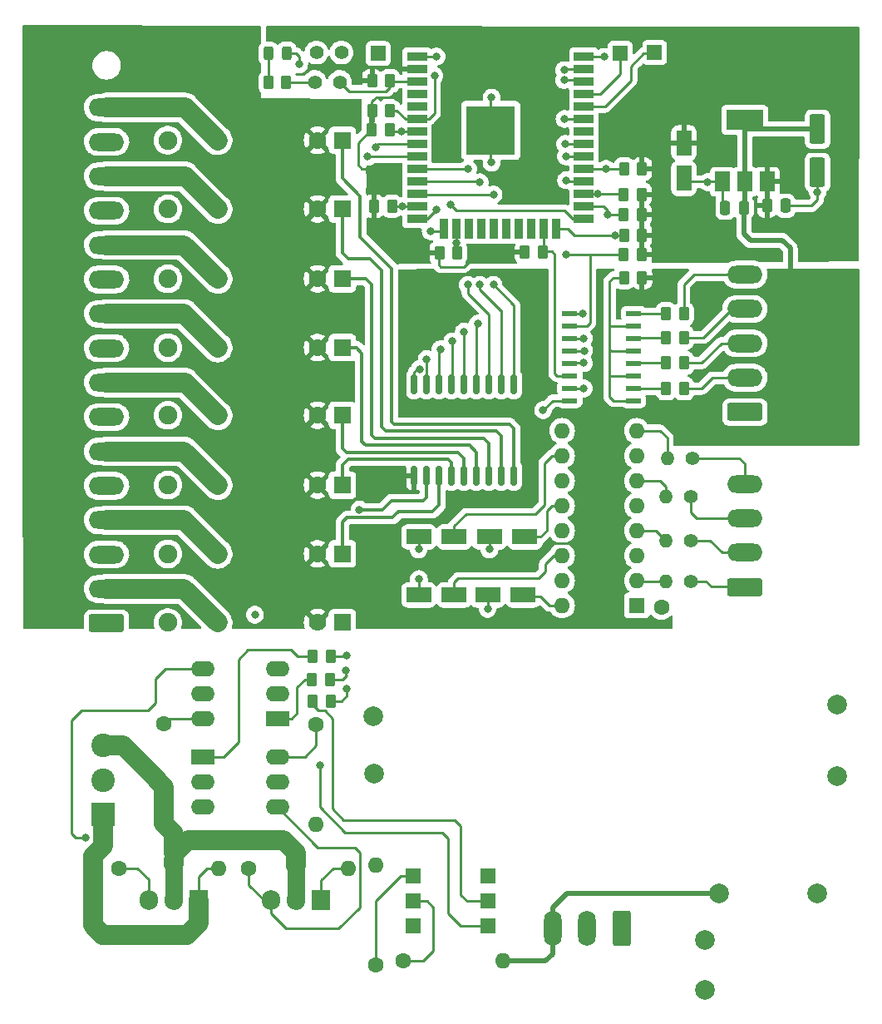
<source format=gbr>
%TF.GenerationSoftware,KiCad,Pcbnew,7.99.0-unknown-9f10c142c4~166~ubuntu22.04.1*%
%TF.CreationDate,2023-02-17T16:36:42+01:00*%
%TF.ProjectId,int_out,696e745f-6f75-4742-9e6b-696361645f70,rev?*%
%TF.SameCoordinates,Original*%
%TF.FileFunction,Copper,L1,Top*%
%TF.FilePolarity,Positive*%
%FSLAX46Y46*%
G04 Gerber Fmt 4.6, Leading zero omitted, Abs format (unit mm)*
G04 Created by KiCad (PCBNEW 7.99.0-unknown-9f10c142c4~166~ubuntu22.04.1) date 2023-02-17 16:36:42*
%MOMM*%
%LPD*%
G01*
G04 APERTURE LIST*
G04 Aperture macros list*
%AMRoundRect*
0 Rectangle with rounded corners*
0 $1 Rounding radius*
0 $2 $3 $4 $5 $6 $7 $8 $9 X,Y pos of 4 corners*
0 Add a 4 corners polygon primitive as box body*
4,1,4,$2,$3,$4,$5,$6,$7,$8,$9,$2,$3,0*
0 Add four circle primitives for the rounded corners*
1,1,$1+$1,$2,$3*
1,1,$1+$1,$4,$5*
1,1,$1+$1,$6,$7*
1,1,$1+$1,$8,$9*
0 Add four rect primitives between the rounded corners*
20,1,$1+$1,$2,$3,$4,$5,0*
20,1,$1+$1,$4,$5,$6,$7,0*
20,1,$1+$1,$6,$7,$8,$9,0*
20,1,$1+$1,$8,$9,$2,$3,0*%
G04 Aperture macros list end*
%TA.AperFunction,SMDPad,CuDef*%
%ADD10RoundRect,0.250000X-0.262500X-0.450000X0.262500X-0.450000X0.262500X0.450000X-0.262500X0.450000X0*%
%TD*%
%TA.AperFunction,SMDPad,CuDef*%
%ADD11RoundRect,0.250000X1.050000X0.550000X-1.050000X0.550000X-1.050000X-0.550000X1.050000X-0.550000X0*%
%TD*%
%TA.AperFunction,SMDPad,CuDef*%
%ADD12RoundRect,0.250000X-0.250000X-0.475000X0.250000X-0.475000X0.250000X0.475000X-0.250000X0.475000X0*%
%TD*%
%TA.AperFunction,SMDPad,CuDef*%
%ADD13R,1.500000X2.000000*%
%TD*%
%TA.AperFunction,SMDPad,CuDef*%
%ADD14R,3.800000X2.000000*%
%TD*%
%TA.AperFunction,ComponentPad*%
%ADD15C,1.600000*%
%TD*%
%TA.AperFunction,ComponentPad*%
%ADD16O,1.600000X1.600000*%
%TD*%
%TA.AperFunction,SMDPad,CuDef*%
%ADD17RoundRect,0.243750X-0.243750X-0.456250X0.243750X-0.456250X0.243750X0.456250X-0.243750X0.456250X0*%
%TD*%
%TA.AperFunction,SMDPad,CuDef*%
%ADD18RoundRect,0.250000X0.262500X0.450000X-0.262500X0.450000X-0.262500X-0.450000X0.262500X-0.450000X0*%
%TD*%
%TA.AperFunction,SMDPad,CuDef*%
%ADD19RoundRect,0.150000X-0.150000X0.875000X-0.150000X-0.875000X0.150000X-0.875000X0.150000X0.875000X0*%
%TD*%
%TA.AperFunction,ComponentPad*%
%ADD20C,2.000000*%
%TD*%
%TA.AperFunction,ComponentPad*%
%ADD21C,1.400000*%
%TD*%
%TA.AperFunction,ComponentPad*%
%ADD22O,1.400000X1.400000*%
%TD*%
%TA.AperFunction,ComponentPad*%
%ADD23RoundRect,0.250000X1.550000X-0.650000X1.550000X0.650000X-1.550000X0.650000X-1.550000X-0.650000X0*%
%TD*%
%TA.AperFunction,ComponentPad*%
%ADD24O,3.600000X1.800000*%
%TD*%
%TA.AperFunction,ComponentPad*%
%ADD25R,1.500000X1.500000*%
%TD*%
%TA.AperFunction,SMDPad,CuDef*%
%ADD26RoundRect,0.250000X-0.550000X1.250000X-0.550000X-1.250000X0.550000X-1.250000X0.550000X1.250000X0*%
%TD*%
%TA.AperFunction,ComponentPad*%
%ADD27R,1.778000X1.778000*%
%TD*%
%TA.AperFunction,ComponentPad*%
%ADD28C,1.778000*%
%TD*%
%TA.AperFunction,ComponentPad*%
%ADD29C,1.900000*%
%TD*%
%TA.AperFunction,SMDPad,CuDef*%
%ADD30RoundRect,0.250000X-0.550000X1.050000X-0.550000X-1.050000X0.550000X-1.050000X0.550000X1.050000X0*%
%TD*%
%TA.AperFunction,ComponentPad*%
%ADD31R,2.400000X2.400000*%
%TD*%
%TA.AperFunction,ComponentPad*%
%ADD32C,2.400000*%
%TD*%
%TA.AperFunction,SMDPad,CuDef*%
%ADD33R,1.600000X1.600000*%
%TD*%
%TA.AperFunction,SMDPad,CuDef*%
%ADD34RoundRect,0.250000X0.250000X0.475000X-0.250000X0.475000X-0.250000X-0.475000X0.250000X-0.475000X0*%
%TD*%
%TA.AperFunction,ComponentPad*%
%ADD35R,2.400000X1.600000*%
%TD*%
%TA.AperFunction,ComponentPad*%
%ADD36O,2.400000X1.600000*%
%TD*%
%TA.AperFunction,SMDPad,CuDef*%
%ADD37RoundRect,0.137500X0.662500X0.137500X-0.662500X0.137500X-0.662500X-0.137500X0.662500X-0.137500X0*%
%TD*%
%TA.AperFunction,ComponentPad*%
%ADD38R,1.905000X2.000000*%
%TD*%
%TA.AperFunction,ComponentPad*%
%ADD39O,1.905000X2.000000*%
%TD*%
%TA.AperFunction,ComponentPad*%
%ADD40R,1.600000X1.600000*%
%TD*%
%TA.AperFunction,ComponentPad*%
%ADD41RoundRect,0.250000X0.650000X1.550000X-0.650000X1.550000X-0.650000X-1.550000X0.650000X-1.550000X0*%
%TD*%
%TA.AperFunction,ComponentPad*%
%ADD42O,1.800000X3.600000*%
%TD*%
%TA.AperFunction,SMDPad,CuDef*%
%ADD43R,2.000000X0.900000*%
%TD*%
%TA.AperFunction,SMDPad,CuDef*%
%ADD44R,0.900000X2.000000*%
%TD*%
%TA.AperFunction,SMDPad,CuDef*%
%ADD45R,5.000000X5.000000*%
%TD*%
%TA.AperFunction,ViaPad*%
%ADD46C,0.800000*%
%TD*%
%TA.AperFunction,ViaPad*%
%ADD47C,1.600000*%
%TD*%
%TA.AperFunction,Conductor*%
%ADD48C,0.250000*%
%TD*%
%TA.AperFunction,Conductor*%
%ADD49C,0.500000*%
%TD*%
%TA.AperFunction,Conductor*%
%ADD50C,2.000000*%
%TD*%
%TA.AperFunction,Conductor*%
%ADD51C,1.750000*%
%TD*%
%TA.AperFunction,Conductor*%
%ADD52C,0.350000*%
%TD*%
G04 APERTURE END LIST*
D10*
%TO.P,R13,1*%
%TO.N,Net-(U4-IO4)*%
X131675000Y-58900000D03*
%TO.P,R13,2*%
%TO.N,+3V3*%
X133500000Y-58900000D03*
%TD*%
D11*
%TO.P,C2,1*%
%TO.N,Net-(U4-IO4)*%
X114400000Y-97600000D03*
%TO.P,C2,2*%
%TO.N,GND*%
X110800000Y-97600000D03*
%TD*%
D12*
%TO.P,C6,1*%
%TO.N,+3V3*%
X146250000Y-58000000D03*
%TO.P,C6,2*%
%TO.N,GND*%
X148150000Y-58000000D03*
%TD*%
D13*
%TO.P,U5,1,GND*%
%TO.N,GND*%
X141699999Y-55549999D03*
%TO.P,U5,2,VO*%
%TO.N,+5V*%
X143999999Y-55549999D03*
D14*
X143999999Y-49249999D03*
D13*
%TO.P,U5,3,VI*%
%TO.N,+3V3*%
X146299999Y-55549999D03*
%TD*%
D15*
%TO.P,R1,1*%
%TO.N,Net-(Q2-G)*%
X93470000Y-125450000D03*
D16*
%TO.P,R1,2*%
%TO.N,Net-(J1-Pin_2)*%
X103629999Y-125449999D03*
%TD*%
D17*
%TO.P,D1,1,K*%
%TO.N,Net-(D1-K)*%
X95475000Y-42500000D03*
%TO.P,D1,2,A*%
%TO.N,Net-(D1-A)*%
X97350000Y-42500000D03*
%TD*%
D18*
%TO.P,R15,1*%
%TO.N,Net-(U4-IO13)*%
X114712500Y-62800000D03*
%TO.P,R15,2*%
%TO.N,+3V3*%
X112887500Y-62800000D03*
%TD*%
D11*
%TO.P,C3,1*%
%TO.N,Net-(U4-IO5)*%
X121600000Y-91694000D03*
%TO.P,C3,2*%
%TO.N,GND*%
X118000000Y-91694000D03*
%TD*%
D10*
%TO.P,R11,1*%
%TO.N,+3V3*%
X106237500Y-58050000D03*
%TO.P,R11,2*%
%TO.N,Net-(U4-IO14)*%
X108062500Y-58050000D03*
%TD*%
%TO.P,R20,1*%
%TO.N,Net-(D1-K)*%
X95475000Y-45450000D03*
%TO.P,R20,2*%
%TO.N,GND*%
X97300000Y-45450000D03*
%TD*%
%TO.P,R24,1*%
%TO.N,Net-(R24-Pad1)*%
X135975000Y-71400000D03*
%TO.P,R24,2*%
%TO.N,Net-(J3-Pin_4)*%
X137800000Y-71400000D03*
%TD*%
D19*
%TO.P,U7,1,I1*%
%TO.N,Net-(U4-IO27)*%
X120480000Y-76150000D03*
%TO.P,U7,2,I2*%
%TO.N,Net-(U4-IO26)*%
X119210000Y-76150000D03*
%TO.P,U7,3,I3*%
%TO.N,Net-(U4-IO25)*%
X117940000Y-76150000D03*
%TO.P,U7,4,I4*%
%TO.N,Net-(U4-IO23)*%
X116670000Y-76150000D03*
%TO.P,U7,5,I5*%
%TO.N,Net-(U4-IO22)*%
X115400000Y-76150000D03*
%TO.P,U7,6,I6*%
%TO.N,Net-(U4-IO21)*%
X114130000Y-76150000D03*
%TO.P,U7,7,I7*%
%TO.N,Net-(U4-IO19)*%
X112860000Y-76150000D03*
%TO.P,U7,8,I8*%
%TO.N,Net-(U4-IO18)*%
X111590000Y-76150000D03*
%TO.P,U7,9,GND*%
%TO.N,GND*%
X110320000Y-76150000D03*
%TO.P,U7,10,COM*%
%TO.N,+5V*%
X110320000Y-85450000D03*
%TO.P,U7,11,O8*%
%TO.N,Net-(U7-O8)*%
X111590000Y-85450000D03*
%TO.P,U7,12,O7*%
%TO.N,Net-(U7-O7)*%
X112860000Y-85450000D03*
%TO.P,U7,13,O6*%
%TO.N,Net-(U7-O6)*%
X114130000Y-85450000D03*
%TO.P,U7,14,O5*%
%TO.N,Net-(U7-O5)*%
X115400000Y-85450000D03*
%TO.P,U7,15,O4*%
%TO.N,Net-(U7-O4)*%
X116670000Y-85450000D03*
%TO.P,U7,16,O3*%
%TO.N,Net-(U7-O3)*%
X117940000Y-85450000D03*
%TO.P,U7,17,O2*%
%TO.N,Net-(U7-O2)*%
X119210000Y-85450000D03*
%TO.P,U7,18,O1*%
%TO.N,Net-(U7-O1)*%
X120480000Y-85450000D03*
%TD*%
D20*
%TO.P,C8,1*%
%TO.N,Net-(C8-Pad1)*%
X151400000Y-128000000D03*
%TO.P,C8,2*%
%TO.N,NEUT*%
X141400000Y-128000000D03*
%TD*%
D15*
%TO.P,R2,1*%
%TO.N,Net-(Q1-G)*%
X80220000Y-125450000D03*
D16*
%TO.P,R2,2*%
%TO.N,Net-(J1-Pin_1)*%
X90379999Y-125449999D03*
%TD*%
D20*
%TO.P,F1,1*%
%TO.N,Net-(PS1-AC{slash}L)*%
X139954000Y-132715000D03*
%TO.P,F1,2*%
%TO.N,LINE*%
X139954000Y-137795000D03*
%TD*%
D15*
%TO.P,R3,1*%
%TO.N,Net-(R3-Pad1)*%
X84800000Y-110720000D03*
D16*
%TO.P,R3,2*%
%TO.N,LINE*%
X84799999Y-120879999D03*
%TD*%
D15*
%TO.P,R10,1*%
%TO.N,Net-(R10-Pad1)*%
X109220000Y-134874000D03*
D16*
%TO.P,R10,2*%
%TO.N,NEUT*%
X119379999Y-134873999D03*
%TD*%
D20*
%TO.P,H1,1,1*%
%TO.N,+5V*%
X153425000Y-108800000D03*
%TD*%
D18*
%TO.P,R7,1*%
%TO.N,Net-(U4-IO32)*%
X101712500Y-106200000D03*
%TO.P,R7,2*%
%TO.N,Net-(R7-Pad2)*%
X99887500Y-106200000D03*
%TD*%
D21*
%TO.P,R27,1*%
%TO.N,Net-(J4-Pin_2)*%
X138507000Y-92075000D03*
D22*
%TO.P,R27,2*%
%TO.N,Net-(R27-Pad2)*%
X135966999Y-92074999D03*
%TD*%
D11*
%TO.P,C1,1*%
%TO.N,Net-(U4-IO2)*%
X121400000Y-97600000D03*
%TO.P,C1,2*%
%TO.N,GND*%
X117800000Y-97600000D03*
%TD*%
D23*
%TO.P,J4,1,Pin_1*%
%TO.N,Net-(J4-Pin_1)*%
X144000000Y-96800000D03*
D24*
%TO.P,J4,2,Pin_2*%
%TO.N,Net-(J4-Pin_2)*%
X143999999Y-93299999D03*
%TO.P,J4,3,Pin_3*%
%TO.N,Net-(J4-Pin_3)*%
X143999999Y-89799999D03*
%TO.P,J4,4,Pin_4*%
%TO.N,Net-(J4-Pin_4)*%
X143999999Y-86299999D03*
%TD*%
D18*
%TO.P,R8,1*%
%TO.N,Net-(U4-IO33)*%
X101825000Y-103850000D03*
%TO.P,R8,2*%
%TO.N,Net-(R8-Pad2)*%
X100000000Y-103850000D03*
%TD*%
D25*
%TO.P,TP2,1,1*%
%TO.N,Net-(U4-TXD0{slash}IO1)*%
X131299999Y-42449999D03*
%TD*%
D26*
%TO.P,C9,1*%
%TO.N,+5V*%
X151400000Y-50200000D03*
%TO.P,C9,2*%
%TO.N,GND*%
X151400000Y-54600000D03*
%TD*%
D21*
%TO.P,R28,1*%
%TO.N,Net-(J4-Pin_3)*%
X138507000Y-87630000D03*
D22*
%TO.P,R28,2*%
%TO.N,Net-(R28-Pad2)*%
X135966999Y-87629999D03*
%TD*%
D15*
%TO.P,R5,1*%
%TO.N,Net-(R5-Pad1)*%
X100350000Y-110840000D03*
D16*
%TO.P,R5,2*%
%TO.N,LINE*%
X100349999Y-120999999D03*
%TD*%
D10*
%TO.P,R19,1*%
%TO.N,+3V3*%
X106037500Y-45275000D03*
%TO.P,R19,2*%
%TO.N,Net-(U4-EN)*%
X107862500Y-45275000D03*
%TD*%
D18*
%TO.P,R17,1*%
%TO.N,+3V3*%
X133487500Y-56825000D03*
%TO.P,R17,2*%
%TO.N,Net-(U4-IO16)*%
X131662500Y-56825000D03*
%TD*%
%TO.P,R18,1*%
%TO.N,+3V3*%
X133500000Y-63000000D03*
%TO.P,R18,2*%
%TO.N,Net-(U4-IO17)*%
X131675000Y-63000000D03*
%TD*%
D27*
%TO.P,K1,1*%
%TO.N,Net-(U7-O1)*%
X103009999Y-51322499D03*
D28*
%TO.P,K1,2*%
%TO.N,+5V*%
X100470000Y-51322500D03*
D29*
%TO.P,K1,3*%
%TO.N,Net-(J2-Pin_16)*%
X90310000Y-51322500D03*
%TO.P,K1,4*%
%TO.N,Net-(J2-Pin_15)*%
X85230000Y-51322500D03*
%TD*%
D30*
%TO.P,C5,1*%
%TO.N,+3V3*%
X137800000Y-51600000D03*
%TO.P,C5,2*%
%TO.N,GND*%
X137800000Y-55200000D03*
%TD*%
D10*
%TO.P,R14,1*%
%TO.N,Net-(U4-IO5)*%
X131700000Y-54250000D03*
%TO.P,R14,2*%
%TO.N,+3V3*%
X133525000Y-54250000D03*
%TD*%
D31*
%TO.P,J1,1,Pin_1*%
%TO.N,Net-(J1-Pin_1)*%
X78649999Y-119949999D03*
D32*
%TO.P,J1,2,Pin_2*%
%TO.N,Net-(J1-Pin_2)*%
X78650000Y-116450000D03*
%TO.P,J1,3,Pin_3*%
%TO.N,LINE*%
X78650000Y-112950000D03*
%TD*%
D18*
%TO.P,R30,1*%
%TO.N,Net-(U4-IO34)*%
X107850000Y-48275000D03*
%TO.P,R30,2*%
%TO.N,+3V3*%
X106025000Y-48275000D03*
%TD*%
D23*
%TO.P,J2,1,Pin_1*%
%TO.N,Net-(J2-Pin_1)*%
X78992500Y-100500000D03*
D24*
%TO.P,J2,2,Pin_2*%
%TO.N,Net-(J2-Pin_2)*%
X78992499Y-96999999D03*
%TO.P,J2,3,Pin_3*%
%TO.N,Net-(J2-Pin_3)*%
X78992499Y-93499999D03*
%TO.P,J2,4,Pin_4*%
%TO.N,Net-(J2-Pin_4)*%
X78992499Y-89999999D03*
%TO.P,J2,5,Pin_5*%
%TO.N,Net-(J2-Pin_5)*%
X78992499Y-86499999D03*
%TO.P,J2,6,Pin_6*%
%TO.N,Net-(J2-Pin_6)*%
X78992499Y-82999999D03*
%TO.P,J2,7,Pin_7*%
%TO.N,Net-(J2-Pin_7)*%
X78992499Y-79499999D03*
%TO.P,J2,8,Pin_8*%
%TO.N,Net-(J2-Pin_8)*%
X78992499Y-75999999D03*
%TO.P,J2,9,Pin_9*%
%TO.N,Net-(J2-Pin_9)*%
X78992499Y-72499999D03*
%TO.P,J2,10,Pin_10*%
%TO.N,Net-(J2-Pin_10)*%
X78992499Y-68999999D03*
%TO.P,J2,11,Pin_11*%
%TO.N,Net-(J2-Pin_11)*%
X78992499Y-65499999D03*
%TO.P,J2,12,Pin_12*%
%TO.N,Net-(J2-Pin_12)*%
X78992499Y-61999999D03*
%TO.P,J2,13,Pin_13*%
%TO.N,Net-(J2-Pin_13)*%
X78992499Y-58499999D03*
%TO.P,J2,14,Pin_14*%
%TO.N,Net-(J2-Pin_14)*%
X78992499Y-54999999D03*
%TO.P,J2,15,Pin_15*%
%TO.N,Net-(J2-Pin_15)*%
X78992499Y-51499999D03*
%TO.P,J2,16,Pin_16*%
%TO.N,Net-(J2-Pin_16)*%
X78992499Y-47999999D03*
%TD*%
D33*
%TO.P,U1,1*%
%TO.N,Net-(R9-Pad1)*%
X110235999Y-126237999D03*
%TO.P,U1,2*%
%TO.N,Net-(R10-Pad1)*%
X110235999Y-128777999D03*
%TO.P,U1,3,NC*%
%TO.N,unconnected-(U1-NC-Pad3)*%
X110235999Y-131317999D03*
%TO.P,U1,4*%
%TO.N,GND*%
X117855999Y-131317999D03*
%TO.P,U1,5*%
%TO.N,Net-(R4-Pad2)*%
X117855999Y-128777999D03*
%TO.P,U1,6*%
%TO.N,unconnected-(U1-Pad6)*%
X117855999Y-126237999D03*
%TD*%
D20*
%TO.P,H4,1,1*%
%TO.N,NEUT*%
X106200000Y-115800000D03*
%TD*%
D34*
%TO.P,C7,1*%
%TO.N,+5V*%
X143900000Y-58200000D03*
%TO.P,C7,2*%
%TO.N,GND*%
X142000000Y-58200000D03*
%TD*%
D35*
%TO.P,U3,1*%
%TO.N,Net-(R7-Pad2)*%
X96374999Y-110174999D03*
D36*
%TO.P,U3,2*%
%TO.N,GND*%
X96374999Y-107634999D03*
%TO.P,U3,3,NC*%
%TO.N,unconnected-(U3-NC-Pad3)*%
X96374999Y-105094999D03*
%TO.P,U3,4*%
%TO.N,Net-(Q1-G)*%
X88754999Y-105094999D03*
%TO.P,U3,5,NC*%
%TO.N,unconnected-(U3-NC-Pad5)*%
X88754999Y-107634999D03*
%TO.P,U3,6*%
%TO.N,Net-(R3-Pad1)*%
X88754999Y-110174999D03*
%TD*%
D35*
%TO.P,U2,1*%
%TO.N,Net-(R8-Pad2)*%
X88774999Y-114074999D03*
D36*
%TO.P,U2,2*%
%TO.N,GND*%
X88774999Y-116614999D03*
%TO.P,U2,3,NC*%
%TO.N,unconnected-(U2-NC-Pad3)*%
X88774999Y-119154999D03*
%TO.P,U2,4*%
%TO.N,Net-(Q2-G)*%
X96394999Y-119154999D03*
%TO.P,U2,5,NC*%
%TO.N,unconnected-(U2-NC-Pad5)*%
X96394999Y-116614999D03*
%TO.P,U2,6*%
%TO.N,Net-(R5-Pad1)*%
X96394999Y-114074999D03*
%TD*%
D20*
%TO.P,H2,1,1*%
%TO.N,GND*%
X153400000Y-116025000D03*
%TD*%
D10*
%TO.P,R23,1*%
%TO.N,Net-(R23-Pad1)*%
X135975000Y-74000000D03*
%TO.P,R23,2*%
%TO.N,Net-(J3-Pin_3)*%
X137800000Y-74000000D03*
%TD*%
D37*
%TO.P,U6,1*%
%TO.N,Net-(R22-Pad1)*%
X132650000Y-77845000D03*
%TO.P,U6,2*%
%TO.N,Net-(R21-Pad1)*%
X132650000Y-76575000D03*
%TO.P,U6,3*%
%TO.N,Net-(R22-Pad1)*%
X132650000Y-75305000D03*
%TO.P,U6,4*%
%TO.N,Net-(R23-Pad1)*%
X132650000Y-74035000D03*
%TO.P,U6,5*%
%TO.N,Net-(R22-Pad1)*%
X132650000Y-72765000D03*
%TO.P,U6,6*%
%TO.N,Net-(R24-Pad1)*%
X132650000Y-71495000D03*
%TO.P,U6,7*%
%TO.N,Net-(R22-Pad1)*%
X132650000Y-70225000D03*
%TO.P,U6,8*%
%TO.N,Net-(R25-Pad1)*%
X132650000Y-68955000D03*
%TO.P,U6,9*%
%TO.N,GND*%
X126150000Y-68955000D03*
%TO.P,U6,10*%
%TO.N,Net-(U4-IO17)*%
X126150000Y-70225000D03*
%TO.P,U6,11*%
%TO.N,GND*%
X126150000Y-71495000D03*
%TO.P,U6,12*%
%TO.N,Net-(U4-IO16)*%
X126150000Y-72765000D03*
%TO.P,U6,13*%
%TO.N,GND*%
X126150000Y-74035000D03*
%TO.P,U6,14*%
%TO.N,Net-(U4-IO15)*%
X126150000Y-75305000D03*
%TO.P,U6,15*%
%TO.N,GND*%
X126150000Y-76575000D03*
%TO.P,U6,16*%
%TO.N,Net-(U4-IO14)*%
X126150000Y-77845000D03*
%TD*%
D10*
%TO.P,R22,1*%
%TO.N,Net-(R22-Pad1)*%
X131712500Y-65300000D03*
%TO.P,R22,2*%
%TO.N,+5V*%
X133537500Y-65300000D03*
%TD*%
D27*
%TO.P,K3,1*%
%TO.N,Net-(U7-O3)*%
X103009999Y-65422499D03*
D28*
%TO.P,K3,2*%
%TO.N,+5V*%
X100470000Y-65422500D03*
D29*
%TO.P,K3,3*%
%TO.N,Net-(J2-Pin_12)*%
X90310000Y-65422500D03*
%TO.P,K3,4*%
%TO.N,Net-(J2-Pin_11)*%
X85230000Y-65422500D03*
%TD*%
D38*
%TO.P,Q2,1,A1*%
%TO.N,Net-(J1-Pin_2)*%
X100839999Y-128654999D03*
D39*
%TO.P,Q2,2,A2*%
%TO.N,LINE*%
X98299999Y-128654999D03*
%TO.P,Q2,3,G*%
%TO.N,Net-(Q2-G)*%
X95759999Y-128654999D03*
%TD*%
D21*
%TO.P,JP1,1,1*%
%TO.N,Net-(U4-IO0)*%
X102900000Y-42400000D03*
%TO.P,JP1,2,2*%
%TO.N,GND*%
X100360000Y-42400000D03*
%TD*%
D27*
%TO.P,K2,1*%
%TO.N,Net-(U7-O2)*%
X103009999Y-58322499D03*
D28*
%TO.P,K2,2*%
%TO.N,+5V*%
X100470000Y-58322500D03*
D29*
%TO.P,K2,3*%
%TO.N,Net-(J2-Pin_14)*%
X90310000Y-58322500D03*
%TO.P,K2,4*%
%TO.N,Net-(J2-Pin_13)*%
X85230000Y-58322500D03*
%TD*%
D21*
%TO.P,R26,1*%
%TO.N,Net-(J4-Pin_1)*%
X138507000Y-96200000D03*
D22*
%TO.P,R26,2*%
%TO.N,Net-(R26-Pad2)*%
X135966999Y-96199999D03*
%TD*%
D15*
%TO.P,R9,1*%
%TO.N,Net-(R9-Pad1)*%
X106426000Y-135255000D03*
D16*
%TO.P,R9,2*%
%TO.N,LINE*%
X106425999Y-125094999D03*
%TD*%
D10*
%TO.P,R21,1*%
%TO.N,Net-(R21-Pad1)*%
X135975000Y-76600000D03*
%TO.P,R21,2*%
%TO.N,Net-(J3-Pin_2)*%
X137800000Y-76600000D03*
%TD*%
D40*
%TO.P,U8,1*%
%TO.N,Net-(C8-Pad1)*%
X132999999Y-98674999D03*
D16*
%TO.P,U8,2*%
%TO.N,Net-(R26-Pad2)*%
X132999999Y-96134999D03*
%TO.P,U8,3*%
%TO.N,Net-(C8-Pad1)*%
X132999999Y-93594999D03*
%TO.P,U8,4*%
%TO.N,Net-(R27-Pad2)*%
X132999999Y-91054999D03*
%TO.P,U8,5*%
%TO.N,Net-(C8-Pad1)*%
X132999999Y-88514999D03*
%TO.P,U8,6*%
%TO.N,Net-(R28-Pad2)*%
X132999999Y-85974999D03*
%TO.P,U8,7*%
%TO.N,Net-(C8-Pad1)*%
X132999999Y-83434999D03*
%TO.P,U8,8*%
%TO.N,Net-(R29-Pad2)*%
X132999999Y-80894999D03*
%TO.P,U8,9*%
%TO.N,GND*%
X125379999Y-80894999D03*
%TO.P,U8,10*%
%TO.N,Net-(U4-IO13)*%
X125379999Y-83434999D03*
%TO.P,U8,11*%
%TO.N,GND*%
X125379999Y-85974999D03*
%TO.P,U8,12*%
%TO.N,Net-(U4-IO5)*%
X125379999Y-88514999D03*
%TO.P,U8,13*%
%TO.N,GND*%
X125379999Y-91054999D03*
%TO.P,U8,14*%
%TO.N,Net-(U4-IO4)*%
X125379999Y-93594999D03*
%TO.P,U8,15*%
%TO.N,GND*%
X125379999Y-96134999D03*
%TO.P,U8,16*%
%TO.N,Net-(U4-IO2)*%
X125379999Y-98674999D03*
%TD*%
D41*
%TO.P,J5,1,Pin_1*%
%TO.N,LINE*%
X131445000Y-131572000D03*
D42*
%TO.P,J5,2,Pin_2*%
%TO.N,Earth*%
X127944999Y-131571999D03*
%TO.P,J5,3,Pin_3*%
%TO.N,NEUT*%
X124444999Y-131571999D03*
%TD*%
D18*
%TO.P,R6,1*%
%TO.N,Net-(U4-IO35)*%
X107837500Y-50250000D03*
%TO.P,R6,2*%
%TO.N,+3V3*%
X106012500Y-50250000D03*
%TD*%
D25*
%TO.P,TP1,1,1*%
%TO.N,Net-(U4-RXD0{slash}IO3)*%
X134799999Y-42399999D03*
%TD*%
D27*
%TO.P,K8,1*%
%TO.N,Net-(U7-O8)*%
X103009999Y-100422499D03*
D28*
%TO.P,K8,2*%
%TO.N,+5V*%
X100470000Y-100422500D03*
D29*
%TO.P,K8,3*%
%TO.N,Net-(J2-Pin_2)*%
X90310000Y-100422500D03*
%TO.P,K8,4*%
%TO.N,Net-(J2-Pin_1)*%
X85230000Y-100422500D03*
%TD*%
D21*
%TO.P,JP2,1,1*%
%TO.N,Net-(U4-EN)*%
X102750000Y-45400000D03*
%TO.P,JP2,2,2*%
%TO.N,GND*%
X100210000Y-45400000D03*
%TD*%
D27*
%TO.P,K4,1*%
%TO.N,Net-(U7-O4)*%
X103009999Y-72422499D03*
D28*
%TO.P,K4,2*%
%TO.N,+5V*%
X100470000Y-72422500D03*
D29*
%TO.P,K4,3*%
%TO.N,Net-(J2-Pin_10)*%
X90310000Y-72422500D03*
%TO.P,K4,4*%
%TO.N,Net-(J2-Pin_9)*%
X85230000Y-72422500D03*
%TD*%
D23*
%TO.P,J3,1,Pin_1*%
%TO.N,GND*%
X144000000Y-79000000D03*
D24*
%TO.P,J3,2,Pin_2*%
%TO.N,Net-(J3-Pin_2)*%
X143999999Y-75499999D03*
%TO.P,J3,3,Pin_3*%
%TO.N,Net-(J3-Pin_3)*%
X143999999Y-71999999D03*
%TO.P,J3,4,Pin_4*%
%TO.N,Net-(J3-Pin_4)*%
X143999999Y-68499999D03*
%TO.P,J3,5,Pin_5*%
%TO.N,Net-(J3-Pin_5)*%
X143999999Y-64999999D03*
%TD*%
D21*
%TO.P,R29,1*%
%TO.N,Net-(J4-Pin_4)*%
X138634000Y-83693000D03*
D22*
%TO.P,R29,2*%
%TO.N,Net-(R29-Pad2)*%
X136093999Y-83692999D03*
%TD*%
D10*
%TO.P,R12,1*%
%TO.N,Net-(U4-IO2)*%
X131700000Y-61000000D03*
%TO.P,R12,2*%
%TO.N,+3V3*%
X133525000Y-61000000D03*
%TD*%
D27*
%TO.P,K5,1*%
%TO.N,Net-(U7-O5)*%
X103009999Y-79322499D03*
D28*
%TO.P,K5,2*%
%TO.N,+5V*%
X100470000Y-79322500D03*
D29*
%TO.P,K5,3*%
%TO.N,Net-(J2-Pin_8)*%
X90310000Y-79322500D03*
%TO.P,K5,4*%
%TO.N,Net-(J2-Pin_7)*%
X85230000Y-79322500D03*
%TD*%
D10*
%TO.P,R25,1*%
%TO.N,Net-(R25-Pad1)*%
X135975000Y-69000000D03*
%TO.P,R25,2*%
%TO.N,Net-(J3-Pin_5)*%
X137800000Y-69000000D03*
%TD*%
D38*
%TO.P,Q1,1,A1*%
%TO.N,Net-(J1-Pin_1)*%
X88349999Y-128699999D03*
D39*
%TO.P,Q1,2,A2*%
%TO.N,LINE*%
X85809999Y-128699999D03*
%TO.P,Q1,3,G*%
%TO.N,Net-(Q1-G)*%
X83269999Y-128699999D03*
%TD*%
D11*
%TO.P,C4,1*%
%TO.N,Net-(U4-IO13)*%
X114400000Y-91694000D03*
%TO.P,C4,2*%
%TO.N,GND*%
X110800000Y-91694000D03*
%TD*%
D43*
%TO.P,U4,1,GND*%
%TO.N,GND*%
X110599999Y-42819999D03*
%TO.P,U4,2,VDD*%
%TO.N,+3V3*%
X110599999Y-44089999D03*
%TO.P,U4,3,EN*%
%TO.N,Net-(U4-EN)*%
X110599999Y-45359999D03*
%TO.P,U4,4,SENSOR_VP*%
%TO.N,unconnected-(U4-SENSOR_VP-Pad4)*%
X110599999Y-46629999D03*
%TO.P,U4,5,SENSOR_VN*%
%TO.N,unconnected-(U4-SENSOR_VN-Pad5)*%
X110599999Y-47899999D03*
%TO.P,U4,6,IO34*%
%TO.N,Net-(U4-IO34)*%
X110599999Y-49169999D03*
%TO.P,U4,7,IO35*%
%TO.N,Net-(U4-IO35)*%
X110599999Y-50439999D03*
%TO.P,U4,8,IO32*%
%TO.N,Net-(U4-IO32)*%
X110599999Y-51709999D03*
%TO.P,U4,9,IO33*%
%TO.N,Net-(U4-IO33)*%
X110599999Y-52979999D03*
%TO.P,U4,10,IO25*%
%TO.N,Net-(U4-IO25)*%
X110599999Y-54249999D03*
%TO.P,U4,11,IO26*%
%TO.N,Net-(U4-IO26)*%
X110599999Y-55519999D03*
%TO.P,U4,12,IO27*%
%TO.N,Net-(U4-IO27)*%
X110599999Y-56789999D03*
%TO.P,U4,13,IO14*%
%TO.N,Net-(U4-IO14)*%
X110599999Y-58059999D03*
%TO.P,U4,14,IO12*%
%TO.N,Net-(D1-A)*%
X110599999Y-59329999D03*
D44*
%TO.P,U4,15,GND*%
%TO.N,GND*%
X113384999Y-60329999D03*
%TO.P,U4,16,IO13*%
%TO.N,Net-(U4-IO13)*%
X114654999Y-60329999D03*
%TO.P,U4,17,SHD/SD2*%
%TO.N,unconnected-(U4-SHD{slash}SD2-Pad17)*%
X115924999Y-60329999D03*
%TO.P,U4,18,SWP/SD3*%
%TO.N,unconnected-(U4-SWP{slash}SD3-Pad18)*%
X117194999Y-60329999D03*
%TO.P,U4,19,SCS/CMD*%
%TO.N,unconnected-(U4-SCS{slash}CMD-Pad19)*%
X118464999Y-60329999D03*
%TO.P,U4,20,SCK/CLK*%
%TO.N,unconnected-(U4-SCK{slash}CLK-Pad20)*%
X119734999Y-60329999D03*
%TO.P,U4,21,SDO/SD0*%
%TO.N,unconnected-(U4-SDO{slash}SD0-Pad21)*%
X121004999Y-60329999D03*
%TO.P,U4,22,SDI/SD1*%
%TO.N,unconnected-(U4-SDI{slash}SD1-Pad22)*%
X122274999Y-60329999D03*
%TO.P,U4,23,IO15*%
%TO.N,Net-(U4-IO15)*%
X123544999Y-60329999D03*
%TO.P,U4,24,IO2*%
%TO.N,Net-(U4-IO2)*%
X124814999Y-60329999D03*
D43*
%TO.P,U4,25,IO0*%
%TO.N,Net-(U4-IO0)*%
X127599999Y-59329999D03*
%TO.P,U4,26,IO4*%
%TO.N,Net-(U4-IO4)*%
X127599999Y-58059999D03*
%TO.P,U4,27,IO16*%
%TO.N,Net-(U4-IO16)*%
X127599999Y-56789999D03*
%TO.P,U4,28,IO17*%
%TO.N,Net-(U4-IO17)*%
X127599999Y-55519999D03*
%TO.P,U4,29,IO5*%
%TO.N,Net-(U4-IO5)*%
X127599999Y-54249999D03*
%TO.P,U4,30,IO18*%
%TO.N,Net-(U4-IO18)*%
X127599999Y-52979999D03*
%TO.P,U4,31,IO19*%
%TO.N,Net-(U4-IO19)*%
X127599999Y-51709999D03*
%TO.P,U4,32,NC*%
%TO.N,unconnected-(U4-NC-Pad32)*%
X127599999Y-50439999D03*
%TO.P,U4,33,IO21*%
%TO.N,Net-(U4-IO21)*%
X127599999Y-49169999D03*
%TO.P,U4,34,RXD0/IO3*%
%TO.N,Net-(U4-RXD0{slash}IO3)*%
X127599999Y-47899999D03*
%TO.P,U4,35,TXD0/IO1*%
%TO.N,Net-(U4-TXD0{slash}IO1)*%
X127599999Y-46629999D03*
%TO.P,U4,36,IO22*%
%TO.N,Net-(U4-IO22)*%
X127599999Y-45359999D03*
%TO.P,U4,37,IO23*%
%TO.N,Net-(U4-IO23)*%
X127599999Y-44089999D03*
%TO.P,U4,38,GND*%
%TO.N,GND*%
X127599999Y-42819999D03*
D45*
%TO.P,U4,39,GND*%
X118099999Y-50319999D03*
%TD*%
D18*
%TO.P,R4,1*%
%TO.N,Net-(U4-IO35)*%
X101800000Y-108400000D03*
%TO.P,R4,2*%
%TO.N,Net-(R4-Pad2)*%
X99975000Y-108400000D03*
%TD*%
D20*
%TO.P,H3,1,1*%
%TO.N,Net-(PS1-AC{slash}L)*%
X106175000Y-109975000D03*
%TD*%
D27*
%TO.P,K7,1*%
%TO.N,Net-(U7-O7)*%
X103009999Y-93422499D03*
D28*
%TO.P,K7,2*%
%TO.N,+5V*%
X100470000Y-93422500D03*
D29*
%TO.P,K7,3*%
%TO.N,Net-(J2-Pin_4)*%
X90310000Y-93422500D03*
%TO.P,K7,4*%
%TO.N,Net-(J2-Pin_3)*%
X85230000Y-93422500D03*
%TD*%
D25*
%TO.P,TP3,1,1*%
%TO.N,Net-(U4-IO34)*%
X106649999Y-42499999D03*
%TD*%
D27*
%TO.P,K6,1*%
%TO.N,Net-(U7-O6)*%
X103009999Y-86422499D03*
D28*
%TO.P,K6,2*%
%TO.N,+5V*%
X100470000Y-86422500D03*
D29*
%TO.P,K6,3*%
%TO.N,Net-(J2-Pin_6)*%
X90310000Y-86422500D03*
%TO.P,K6,4*%
%TO.N,Net-(J2-Pin_5)*%
X85230000Y-86422500D03*
%TD*%
D10*
%TO.P,R16,1*%
%TO.N,+3V3*%
X121587500Y-62700000D03*
%TO.P,R16,2*%
%TO.N,Net-(U4-IO15)*%
X123412500Y-62700000D03*
%TD*%
D46*
%TO.N,Net-(U4-IO2)*%
X130750000Y-61000000D03*
%TO.N,GND*%
X129650000Y-42850000D03*
X110775000Y-92975000D03*
X127600000Y-76600000D03*
X100711000Y-114935000D03*
X140200000Y-55600000D03*
X118200000Y-53600000D03*
X110800000Y-96000000D03*
X94100000Y-99625000D03*
X117800000Y-99025000D03*
X110875000Y-74625000D03*
X151400000Y-56600000D03*
X127600000Y-71500000D03*
X118200000Y-47000000D03*
D47*
X135500000Y-98825000D03*
D46*
X112000000Y-60600000D03*
X117975000Y-92975000D03*
X127600000Y-74000000D03*
X112600000Y-42800000D03*
X127500500Y-69007846D03*
%TO.N,Net-(U4-IO4)*%
X130025000Y-58900000D03*
%TO.N,Net-(U4-IO5)*%
X129850000Y-54250000D03*
%TO.N,Net-(U4-IO13)*%
X114655000Y-61800000D03*
%TO.N,+3V3*%
X113800000Y-46925000D03*
X108600000Y-46925000D03*
%TO.N,+5V*%
X136575000Y-66675000D03*
X139100000Y-66675000D03*
D47*
X152000000Y-81150000D03*
D46*
X148625000Y-65250000D03*
%TO.N,Net-(D1-A)*%
X98600000Y-43600000D03*
X112600000Y-58400000D03*
%TO.N,LINE*%
X88265000Y-122555000D03*
X85852000Y-122301000D03*
X98425000Y-126873000D03*
X85852000Y-124587000D03*
X84836000Y-118237000D03*
X84074000Y-116332000D03*
X82677000Y-114935000D03*
X85852000Y-126746000D03*
X98425000Y-124714000D03*
X91186000Y-122555000D03*
X96647000Y-122555000D03*
X81153000Y-113411000D03*
X94234000Y-122555000D03*
%TO.N,Net-(U4-IO0)*%
X114000000Y-57850000D03*
%TO.N,Net-(U7-O8)*%
X104750000Y-88925000D03*
%TO.N,Net-(Q1-G)*%
X76835000Y-122301000D03*
%TO.N,Net-(U4-IO35)*%
X109040000Y-50440000D03*
X103428800Y-107188000D03*
%TO.N,Net-(U4-IO32)*%
X103378000Y-105283000D03*
X106400000Y-52000000D03*
%TO.N,Net-(U4-IO33)*%
X105600000Y-53000000D03*
X103400000Y-103800000D03*
%TO.N,Net-(U4-IO14)*%
X109075000Y-58060000D03*
X123450000Y-78800000D03*
%TO.N,Net-(U4-IO16)*%
X129000000Y-56790000D03*
X127625000Y-72750000D03*
%TO.N,Net-(U4-IO17)*%
X125800000Y-55400000D03*
X125800000Y-62975000D03*
%TO.N,Net-(U4-IO34)*%
X112375000Y-44775000D03*
%TO.N,Net-(U4-IO25)*%
X115800000Y-54250000D03*
X115800000Y-66050000D03*
%TO.N,Net-(U4-IO26)*%
X117000000Y-66050000D03*
X117000000Y-55600000D03*
%TO.N,Net-(U4-IO27)*%
X118400000Y-56850000D03*
X118400000Y-66050000D03*
%TO.N,Net-(U4-IO18)*%
X125780000Y-52980000D03*
X111600000Y-73600000D03*
%TO.N,Net-(U4-IO19)*%
X113000000Y-72600000D03*
X125690000Y-51710000D03*
%TO.N,Net-(U4-IO21)*%
X114200000Y-71800000D03*
X125630000Y-49170000D03*
%TO.N,Net-(U4-IO22)*%
X125600000Y-45200000D03*
X115400000Y-70800000D03*
%TO.N,Net-(U4-IO23)*%
X116800000Y-70000000D03*
X125600000Y-44200000D03*
%TD*%
D48*
%TO.N,Net-(U4-IO2)*%
X123200000Y-97800000D02*
X121400000Y-97800000D01*
X124075000Y-98675000D02*
X123200000Y-97800000D01*
X126005000Y-60330000D02*
X126675000Y-61000000D01*
X124815000Y-60330000D02*
X126005000Y-60330000D01*
X125380000Y-98675000D02*
X124075000Y-98675000D01*
X126675000Y-61000000D02*
X130750000Y-61000000D01*
X130750000Y-61000000D02*
X131700000Y-61000000D01*
%TO.N,GND*%
X118000000Y-91400000D02*
X118000000Y-92950000D01*
X110775000Y-92975000D02*
X110775000Y-91425000D01*
X127600000Y-76600000D02*
X126175000Y-76600000D01*
X110615000Y-74625000D02*
X110320000Y-74920000D01*
X118200000Y-53400000D02*
X118100000Y-53300000D01*
X127630000Y-42850000D02*
X127600000Y-42820000D01*
X138150000Y-55550000D02*
X137800000Y-55200000D01*
X110800000Y-96000000D02*
X110800000Y-97600000D01*
X141700000Y-55550000D02*
X138150000Y-55550000D01*
X115062000Y-131318000D02*
X113792000Y-130048000D01*
X129650000Y-42850000D02*
X127630000Y-42850000D01*
X112600000Y-42800000D02*
X110620000Y-42800000D01*
X113157000Y-121793000D02*
X103299676Y-121793000D01*
X112000000Y-60600000D02*
X113115000Y-60600000D01*
X126150000Y-68955000D02*
X126202846Y-69007846D01*
X126155000Y-71500000D02*
X126150000Y-71495000D01*
X126185000Y-74000000D02*
X126150000Y-74035000D01*
X141700000Y-57900000D02*
X141700000Y-55550000D01*
X113792000Y-130048000D02*
X113792000Y-122428000D01*
X110775000Y-91425000D02*
X110800000Y-91400000D01*
X118000000Y-92950000D02*
X117975000Y-92975000D01*
X127600000Y-71500000D02*
X126155000Y-71500000D01*
X127600000Y-74000000D02*
X126185000Y-74000000D01*
X150800000Y-58000000D02*
X148150000Y-58000000D01*
X117856000Y-131318000D02*
X115062000Y-131318000D01*
X113792000Y-122428000D02*
X113157000Y-121793000D01*
X103299676Y-121793000D02*
X100711000Y-119204324D01*
X126202846Y-69007846D02*
X127500500Y-69007846D01*
X110875000Y-74625000D02*
X110615000Y-74625000D01*
X97350000Y-45400000D02*
X97300000Y-45450000D01*
X151400000Y-54600000D02*
X151400000Y-57400000D01*
X118200000Y-47000000D02*
X118100000Y-47100000D01*
X117800000Y-97600000D02*
X117800000Y-99025000D01*
X100210000Y-45400000D02*
X97350000Y-45400000D01*
X142000000Y-58200000D02*
X141700000Y-57900000D01*
X118100000Y-47100000D02*
X118100000Y-50320000D01*
X151400000Y-57400000D02*
X150800000Y-58000000D01*
X100711000Y-119204324D02*
X100711000Y-114935000D01*
X113115000Y-60600000D02*
X113385000Y-60330000D01*
X110620000Y-42800000D02*
X110600000Y-42820000D01*
X126175000Y-76600000D02*
X126150000Y-76575000D01*
X110320000Y-76150000D02*
X110320000Y-74920000D01*
X118100000Y-53300000D02*
X118100000Y-50320000D01*
%TO.N,Net-(U4-IO4)*%
X122975000Y-95925000D02*
X122875000Y-95925000D01*
X125380000Y-93595000D02*
X124505000Y-93595000D01*
X127600000Y-58060000D02*
X129610000Y-58060000D01*
X123675000Y-94425000D02*
X123675000Y-95225000D01*
X114400000Y-96325000D02*
X114800000Y-95925000D01*
X123675000Y-95225000D02*
X122975000Y-95925000D01*
X130025000Y-58475000D02*
X130025000Y-58900000D01*
X114400000Y-97600000D02*
X114400000Y-96600000D01*
X127660000Y-58000000D02*
X127600000Y-58060000D01*
X129610000Y-58060000D02*
X130025000Y-58475000D01*
X114400000Y-96600000D02*
X114400000Y-96325000D01*
X124505000Y-93595000D02*
X123675000Y-94425000D01*
X130025000Y-58900000D02*
X131675000Y-58900000D01*
X114800000Y-95925000D02*
X122875000Y-95925000D01*
%TO.N,Net-(U4-IO5)*%
X129850000Y-54250000D02*
X127600000Y-54250000D01*
X131700000Y-54250000D02*
X129850000Y-54250000D01*
X123190000Y-91694000D02*
X123825000Y-91059000D01*
X124385000Y-88515000D02*
X125380000Y-88515000D01*
X123825000Y-91059000D02*
X123825000Y-89075000D01*
X121600000Y-91694000D02*
X123190000Y-91694000D01*
X123825000Y-89075000D02*
X124385000Y-88515000D01*
%TO.N,Net-(U4-IO13)*%
X115600000Y-89400000D02*
X122650000Y-89400000D01*
X114655000Y-60330000D02*
X114655000Y-61545000D01*
X114400000Y-90600000D02*
X115600000Y-89400000D01*
X114655000Y-62742500D02*
X114712500Y-62800000D01*
X123600000Y-84200000D02*
X124365000Y-83435000D01*
X114655000Y-61545000D02*
X114655000Y-62742500D01*
X124365000Y-83435000D02*
X125380000Y-83435000D01*
X123600000Y-88450000D02*
X123600000Y-84200000D01*
X114400000Y-90600000D02*
X114400000Y-91694000D01*
X122650000Y-89400000D02*
X123600000Y-88450000D01*
%TO.N,+3V3*%
X112887500Y-62800000D02*
X112800000Y-62887500D01*
X108600000Y-46925000D02*
X106450000Y-46925000D01*
X146300000Y-57950000D02*
X146250000Y-58000000D01*
X105850000Y-50350000D02*
X104600000Y-51600000D01*
X104600000Y-51600000D02*
X104600000Y-53800000D01*
X106012500Y-48262500D02*
X106025000Y-48275000D01*
X106087500Y-50350000D02*
X105850000Y-50350000D01*
X146300000Y-55550000D02*
X146300000Y-57950000D01*
X106012500Y-47362500D02*
X106012500Y-48275000D01*
X106012500Y-47362500D02*
X106012500Y-48262500D01*
X113000000Y-64200000D02*
X115350000Y-64200000D01*
X106450000Y-46925000D02*
X106012500Y-47362500D01*
X106175000Y-47200000D02*
X106012500Y-47362500D01*
X112800000Y-62887500D02*
X112800000Y-64000000D01*
X105000000Y-54200000D02*
X105600000Y-54200000D01*
X112800000Y-64000000D02*
X113000000Y-64200000D01*
X115350000Y-64200000D02*
X115950000Y-63600000D01*
X104600000Y-53800000D02*
X105000000Y-54200000D01*
%TO.N,+5V*%
X110310000Y-85250000D02*
X110310000Y-85676072D01*
D49*
X144000000Y-50200000D02*
X144000000Y-55550000D01*
X148625000Y-62325000D02*
X147825000Y-61525000D01*
D48*
X144000000Y-58100000D02*
X143900000Y-58200000D01*
D49*
X144550000Y-61525000D02*
X143900000Y-60875000D01*
D48*
X110320000Y-85666072D02*
X110310000Y-85676072D01*
D49*
X151400000Y-50200000D02*
X144000000Y-50200000D01*
D48*
X110320000Y-85450000D02*
X110320000Y-85666072D01*
X144000000Y-49250000D02*
X144000000Y-50200000D01*
D49*
X147825000Y-61525000D02*
X144550000Y-61525000D01*
X144000000Y-55550000D02*
X144000000Y-58100000D01*
D48*
X126225000Y-92300000D02*
X124175000Y-92300000D01*
D49*
X143900000Y-58200000D02*
X143900000Y-60875000D01*
X148625000Y-65250000D02*
X148625000Y-62325000D01*
D48*
%TO.N,Net-(C8-Pad1)*%
X132600000Y-88525000D02*
X133525000Y-88525000D01*
D49*
%TO.N,NEUT*%
X124445000Y-129412000D02*
X125857000Y-128000000D01*
X124445000Y-131572000D02*
X124445000Y-129412000D01*
X123698000Y-134874000D02*
X124445000Y-134127000D01*
X141400000Y-128000000D02*
X125857000Y-128000000D01*
X124445000Y-134127000D02*
X124445000Y-131572000D01*
X119380000Y-134874000D02*
X123698000Y-134874000D01*
D48*
%TO.N,Net-(D1-K)*%
X95475000Y-42500000D02*
X95475000Y-45450000D01*
%TO.N,Net-(D1-A)*%
X97350000Y-42500000D02*
X98300000Y-42500000D01*
X111670000Y-59330000D02*
X112600000Y-58400000D01*
X98600000Y-42800000D02*
X98600000Y-43600000D01*
X98300000Y-42500000D02*
X98600000Y-42800000D01*
X110600000Y-59600000D02*
X110600000Y-59330000D01*
X112600000Y-58600000D02*
X112600000Y-58400000D01*
X110600000Y-59330000D02*
X111670000Y-59330000D01*
%TO.N,Net-(J1-Pin_1)*%
X88350000Y-126300000D02*
X88350000Y-128700000D01*
X89200000Y-125450000D02*
X88350000Y-126300000D01*
X90380000Y-125450000D02*
X89200000Y-125450000D01*
D50*
X77600000Y-131225000D02*
X77600000Y-124175000D01*
X88350000Y-128700000D02*
X88400000Y-128750000D01*
X87200000Y-132200000D02*
X78575000Y-132200000D01*
X88400000Y-128750000D02*
X88400000Y-131000000D01*
X78650000Y-119950000D02*
X78650000Y-123125000D01*
X78650000Y-123125000D02*
X77600000Y-124175000D01*
X78575000Y-132200000D02*
X77600000Y-131225000D01*
X88400000Y-131000000D02*
X87200000Y-132200000D01*
D48*
%TO.N,Net-(J1-Pin_2)*%
X103630000Y-125450000D02*
X102050000Y-125450000D01*
X100840000Y-126660000D02*
X100840000Y-129205000D01*
X102050000Y-125450000D02*
X100840000Y-126660000D01*
D50*
%TO.N,Net-(J2-Pin_2)*%
X86887500Y-97000000D02*
X90310000Y-100422500D01*
X78992500Y-97000000D02*
X86887500Y-97000000D01*
D48*
%TO.N,Net-(J2-Pin_3)*%
X79070000Y-93422500D02*
X78992500Y-93500000D01*
D50*
%TO.N,Net-(J2-Pin_4)*%
X78992500Y-90000000D02*
X86887500Y-90000000D01*
X86887500Y-90000000D02*
X90310000Y-93422500D01*
D48*
%TO.N,Net-(J2-Pin_5)*%
X79070000Y-86422500D02*
X78992500Y-86500000D01*
D50*
%TO.N,Net-(J2-Pin_6)*%
X86887500Y-83000000D02*
X90310000Y-86422500D01*
X78992500Y-83000000D02*
X86887500Y-83000000D01*
D48*
%TO.N,Net-(J2-Pin_7)*%
X79170000Y-79322500D02*
X78992500Y-79500000D01*
D50*
%TO.N,Net-(J2-Pin_8)*%
X78992500Y-76000000D02*
X86987500Y-76000000D01*
X86987500Y-76000000D02*
X90310000Y-79322500D01*
D48*
%TO.N,Net-(J2-Pin_9)*%
X79070000Y-72422500D02*
X78992500Y-72500000D01*
D50*
%TO.N,Net-(J2-Pin_10)*%
X86887500Y-69000000D02*
X90310000Y-72422500D01*
X78992500Y-69000000D02*
X86887500Y-69000000D01*
D48*
%TO.N,Net-(J2-Pin_11)*%
X79070000Y-65422500D02*
X78992500Y-65500000D01*
D50*
%TO.N,Net-(J2-Pin_12)*%
X86887500Y-62000000D02*
X90310000Y-65422500D01*
X78992500Y-62000000D02*
X86887500Y-62000000D01*
D48*
%TO.N,Net-(J2-Pin_13)*%
X79170000Y-58322500D02*
X78992500Y-58500000D01*
D50*
%TO.N,Net-(J2-Pin_14)*%
X86987500Y-55000000D02*
X90310000Y-58322500D01*
X78992500Y-55000000D02*
X86987500Y-55000000D01*
D48*
%TO.N,Net-(J2-Pin_15)*%
X79170000Y-51322500D02*
X78992500Y-51500000D01*
D50*
%TO.N,Net-(J2-Pin_16)*%
X78992500Y-48000000D02*
X86987500Y-48000000D01*
X86987500Y-48000000D02*
X90310000Y-51322500D01*
D48*
%TO.N,Net-(J3-Pin_2)*%
X139600000Y-76600000D02*
X137800000Y-76600000D01*
X140700000Y-75500000D02*
X139600000Y-76600000D01*
X144000000Y-75500000D02*
X140700000Y-75500000D01*
%TO.N,Net-(J3-Pin_3)*%
X144000000Y-72000000D02*
X141600000Y-72000000D01*
X141600000Y-72000000D02*
X139600000Y-74000000D01*
X139600000Y-74000000D02*
X137800000Y-74000000D01*
%TO.N,Net-(J3-Pin_4)*%
X139800000Y-71400000D02*
X137800000Y-71400000D01*
X144000000Y-68500000D02*
X142700000Y-68500000D01*
X142700000Y-68500000D02*
X139800000Y-71400000D01*
%TO.N,Net-(J3-Pin_5)*%
X138800000Y-65000000D02*
X137800000Y-66000000D01*
X144000000Y-65000000D02*
X138800000Y-65000000D01*
X137800000Y-66000000D02*
X137800000Y-69000000D01*
D50*
%TO.N,LINE*%
X81153000Y-113411000D02*
X80692000Y-112950000D01*
X84800000Y-118201000D02*
X84800000Y-117134000D01*
X84125000Y-116383000D02*
X84074000Y-116332000D01*
X98298000Y-123825000D02*
X97028000Y-122555000D01*
X82677000Y-114935000D02*
X82677000Y-114935000D01*
X84125000Y-116459000D02*
X84125000Y-116383000D01*
X84074000Y-116332000D02*
X82677000Y-114935000D01*
X80692000Y-112950000D02*
X78650000Y-112950000D01*
D51*
X85852000Y-125032780D02*
X85852000Y-128778000D01*
D50*
X81153000Y-113411000D02*
X81153000Y-113411000D01*
D51*
X98298000Y-125211500D02*
X98298000Y-128778000D01*
D50*
X84836000Y-118237000D02*
X84800000Y-118201000D01*
X85797500Y-121877500D02*
X85797500Y-123825000D01*
X82677000Y-114935000D02*
X81153000Y-113411000D01*
X84800000Y-120880000D02*
X84800000Y-118273000D01*
X81153000Y-113411000D02*
X81153000Y-113411000D01*
X94234000Y-122555000D02*
X96647000Y-122555000D01*
X85852000Y-125032780D02*
X85852000Y-124587000D01*
X85979000Y-123825000D02*
X87249000Y-122555000D01*
X87249000Y-122555000D02*
X91186000Y-122555000D01*
X97028000Y-122555000D02*
X96647000Y-122555000D01*
X98298000Y-125211500D02*
X98298000Y-123825000D01*
X84800000Y-120880000D02*
X85797500Y-121877500D01*
X84800000Y-118273000D02*
X84836000Y-118237000D01*
X82677000Y-114935000D02*
X82677000Y-114935000D01*
X85797500Y-123825000D02*
X85979000Y-123825000D01*
X91186000Y-122555000D02*
X94234000Y-122555000D01*
X84800000Y-117134000D02*
X84125000Y-116459000D01*
X84074000Y-116332000D02*
X84074000Y-116332000D01*
X84074000Y-116332000D02*
X84074000Y-116332000D01*
D48*
%TO.N,Net-(J4-Pin_1)*%
X143974000Y-96774000D02*
X144000000Y-96800000D01*
X140015000Y-96200000D02*
X140589000Y-96774000D01*
X140589000Y-96774000D02*
X143974000Y-96774000D01*
X138507000Y-96200000D02*
X140015000Y-96200000D01*
%TO.N,Net-(J4-Pin_2)*%
X140462000Y-92075000D02*
X138507000Y-92075000D01*
X144000000Y-93300000D02*
X141687000Y-93300000D01*
X141687000Y-93300000D02*
X140462000Y-92075000D01*
%TO.N,Net-(J4-Pin_3)*%
X144000000Y-89800000D02*
X139076000Y-89800000D01*
X139076000Y-89800000D02*
X138507000Y-89231000D01*
X138507000Y-89231000D02*
X138507000Y-87630000D01*
%TO.N,Net-(J4-Pin_4)*%
X144000000Y-84875000D02*
X144000000Y-86300000D01*
X144000000Y-84600000D02*
X144000000Y-84875000D01*
X143443000Y-83693000D02*
X144000000Y-84250000D01*
X144000000Y-84250000D02*
X144000000Y-84875000D01*
X138634000Y-83693000D02*
X143443000Y-83693000D01*
%TO.N,Net-(U4-IO0)*%
X125600000Y-58500000D02*
X126430000Y-59330000D01*
X126430000Y-59330000D02*
X127600000Y-59330000D01*
X114000000Y-57850000D02*
X114650000Y-58500000D01*
X114650000Y-58500000D02*
X125600000Y-58500000D01*
%TO.N,Net-(U4-EN)*%
X103700000Y-46350000D02*
X102750000Y-45400000D01*
X107862500Y-45937500D02*
X107450000Y-46350000D01*
X108210000Y-45360000D02*
X108150000Y-45300000D01*
X107450000Y-46350000D02*
X103700000Y-46350000D01*
X107947500Y-45360000D02*
X107862500Y-45275000D01*
X110600000Y-45360000D02*
X107947500Y-45360000D01*
X107862500Y-45275000D02*
X107862500Y-45937500D01*
D52*
%TO.N,Net-(U7-O1)*%
X103010000Y-55210000D02*
X104800000Y-57000000D01*
X108254000Y-80264000D02*
X108000000Y-80010000D01*
X104800000Y-57000000D02*
X104800000Y-61200000D01*
X108000000Y-77800000D02*
X108000000Y-80010000D01*
X120480000Y-80930000D02*
X120480000Y-85450000D01*
X104800000Y-61200000D02*
X108000000Y-64400000D01*
X108000000Y-64400000D02*
X108000000Y-77800000D01*
D48*
X108350000Y-80264000D02*
X108254000Y-80264000D01*
D52*
X120480000Y-80694000D02*
X120050000Y-80264000D01*
X103010000Y-51322500D02*
X103010000Y-55210000D01*
X108350000Y-80264000D02*
X120050000Y-80264000D01*
X120480000Y-80930000D02*
X120480000Y-80694000D01*
%TO.N,Net-(U7-O2)*%
X107696000Y-80899000D02*
X107381000Y-80899000D01*
D48*
X103010000Y-58322500D02*
X103010000Y-59790000D01*
D52*
X107000000Y-64600000D02*
X105800000Y-63400000D01*
D48*
X103000000Y-62800000D02*
X103010000Y-62790000D01*
D52*
X119210000Y-81459000D02*
X118650000Y-80899000D01*
X119210000Y-85450000D02*
X119210000Y-81459000D01*
X103010000Y-62790000D02*
X103010000Y-58322500D01*
X105800000Y-63400000D02*
X103600000Y-63400000D01*
X103600000Y-63400000D02*
X103000000Y-62800000D01*
X118650000Y-80899000D02*
X107696000Y-80899000D01*
X107000000Y-80518000D02*
X107000000Y-64600000D01*
X107381000Y-80899000D02*
X107000000Y-80518000D01*
%TO.N,Net-(U7-O3)*%
X106350000Y-81650000D02*
X106000000Y-81300000D01*
X117940000Y-82190000D02*
X117400000Y-81650000D01*
X117400000Y-81650000D02*
X106350000Y-81650000D01*
X106000000Y-81300000D02*
X106000000Y-66000000D01*
X106000000Y-66000000D02*
X105422500Y-65422500D01*
X105422500Y-65422500D02*
X103010000Y-65422500D01*
D48*
X117850000Y-85170000D02*
X117930000Y-85250000D01*
D52*
X117940000Y-85450000D02*
X117940000Y-82190000D01*
%TO.N,Net-(U7-O4)*%
X116670000Y-85450000D02*
X116670000Y-83070000D01*
X105350000Y-82350000D02*
X105000000Y-82000000D01*
D48*
X116660000Y-85250000D02*
X116650000Y-85240000D01*
D52*
X115950000Y-82350000D02*
X105350000Y-82350000D01*
X116670000Y-83070000D02*
X115950000Y-82350000D01*
X105000000Y-73000000D02*
X104422500Y-72422500D01*
X105000000Y-82000000D02*
X105000000Y-73000000D01*
X104422500Y-72422500D02*
X103010000Y-72422500D01*
%TO.N,Net-(U7-O5)*%
X103010000Y-82710000D02*
X103010000Y-79322500D01*
X115400000Y-83700000D02*
X114800000Y-83100000D01*
X115400000Y-85450000D02*
X115400000Y-83700000D01*
X114800000Y-83100000D02*
X103400000Y-83100000D01*
X103400000Y-83100000D02*
X103010000Y-82710000D01*
%TO.N,Net-(U7-O6)*%
X103600000Y-83800000D02*
X103010000Y-84390000D01*
X103010000Y-84390000D02*
X103010000Y-86422500D01*
X114130000Y-84130000D02*
X113800000Y-83800000D01*
X114130000Y-85450000D02*
X114130000Y-84130000D01*
X113800000Y-83800000D02*
X103600000Y-83800000D01*
D48*
%TO.N,Net-(R3-Pad1)*%
X85055000Y-110175000D02*
X85050000Y-110170000D01*
X88755000Y-110175000D02*
X85055000Y-110175000D01*
D52*
%TO.N,Net-(U7-O7)*%
X112860000Y-88435000D02*
X112141000Y-89154000D01*
X108116000Y-89750000D02*
X108648500Y-89217500D01*
X112141000Y-89154000D02*
X108712000Y-89154000D01*
X112860000Y-85450000D02*
X112860000Y-88435000D01*
X107350000Y-89750000D02*
X108116000Y-89750000D01*
X103010000Y-93422500D02*
X103010000Y-90210000D01*
D48*
X108712000Y-89154000D02*
X108648500Y-89217500D01*
D52*
X107350000Y-89750000D02*
X103470000Y-89750000D01*
X103470000Y-89750000D02*
X103010000Y-90210000D01*
D48*
%TO.N,Net-(R4-Pad2)*%
X115062000Y-121158000D02*
X114427000Y-120523000D01*
X103143000Y-120523000D02*
X102000000Y-119380000D01*
X115697000Y-128778000D02*
X115062000Y-128143000D01*
X102000000Y-110200000D02*
X102000000Y-119380000D01*
X117856000Y-128778000D02*
X115697000Y-128778000D01*
X115062000Y-128143000D02*
X115062000Y-121158000D01*
X99975000Y-108400000D02*
X99975000Y-108775000D01*
X99975000Y-108775000D02*
X100600000Y-109400000D01*
X114427000Y-120523000D02*
X103143000Y-120523000D01*
X101200000Y-109400000D02*
X102000000Y-110200000D01*
X100600000Y-109400000D02*
X101200000Y-109400000D01*
%TO.N,Net-(R5-Pad1)*%
X100350000Y-112950000D02*
X100350000Y-111170000D01*
X99225000Y-114075000D02*
X100350000Y-112950000D01*
X96395000Y-114075000D02*
X99225000Y-114075000D01*
D52*
%TO.N,Net-(U7-O8)*%
X107100000Y-88925000D02*
X104750000Y-88925000D01*
X111250000Y-88000000D02*
X111590000Y-87660000D01*
X108025000Y-88000000D02*
X107100000Y-88925000D01*
X111250000Y-88000000D02*
X108025000Y-88000000D01*
X111590000Y-87660000D02*
X111590000Y-85450000D01*
D48*
%TO.N,Net-(R7-Pad2)*%
X97825000Y-110175000D02*
X96375000Y-110175000D01*
X98400000Y-109600000D02*
X97825000Y-110175000D01*
X99887500Y-106200000D02*
X99200000Y-106200000D01*
X99200000Y-106200000D02*
X98400000Y-107000000D01*
X98400000Y-107000000D02*
X98400000Y-109600000D01*
%TO.N,Net-(Q1-G)*%
X83270000Y-126577000D02*
X82143000Y-125450000D01*
X75819000Y-122301000D02*
X75438000Y-121920000D01*
X76454000Y-109347000D02*
X83185000Y-109347000D01*
X84963000Y-105095000D02*
X88755000Y-105095000D01*
X82143000Y-125450000D02*
X80220000Y-125450000D01*
X83947000Y-106111000D02*
X84963000Y-105095000D01*
X76962000Y-122301000D02*
X75819000Y-122301000D01*
X83185000Y-109347000D02*
X83947000Y-108585000D01*
X83270000Y-128700000D02*
X83270000Y-126577000D01*
X75438000Y-121920000D02*
X75438000Y-110363000D01*
X83947000Y-108585000D02*
X83947000Y-106111000D01*
X75438000Y-110363000D02*
X76454000Y-109347000D01*
%TO.N,Net-(R8-Pad2)*%
X93400000Y-103200000D02*
X92400000Y-104200000D01*
X100000000Y-103850000D02*
X98450000Y-103850000D01*
X90925000Y-114075000D02*
X92400000Y-112600000D01*
X92400000Y-104200000D02*
X92400000Y-112600000D01*
X97800000Y-103200000D02*
X93400000Y-103200000D01*
X98450000Y-103850000D02*
X97800000Y-103200000D01*
X88775000Y-114075000D02*
X90925000Y-114075000D01*
%TO.N,Net-(R9-Pad1)*%
X110236000Y-126238000D02*
X108966000Y-126238000D01*
X108966000Y-126238000D02*
X106426000Y-128778000D01*
X106426000Y-128778000D02*
X106426000Y-135255000D01*
%TO.N,Net-(R10-Pad1)*%
X111633000Y-128778000D02*
X112268000Y-129413000D01*
X112268000Y-133858000D02*
X111252000Y-134874000D01*
X110236000Y-128778000D02*
X111633000Y-128778000D01*
X111252000Y-134874000D02*
X109220000Y-134874000D01*
X112268000Y-129413000D02*
X112268000Y-133858000D01*
%TO.N,Net-(Q2-G)*%
X95760000Y-129205000D02*
X95555000Y-129205000D01*
X100510324Y-123317000D02*
X96395000Y-119201676D01*
X104755000Y-123805000D02*
X104267000Y-123317000D01*
X96395000Y-119201676D02*
X96395000Y-119155000D01*
X93470000Y-127120000D02*
X93470000Y-125450000D01*
X95760000Y-128655000D02*
X95760000Y-130050000D01*
X95760000Y-130050000D02*
X97282000Y-131572000D01*
X104267000Y-123317000D02*
X100510324Y-123317000D01*
X104755000Y-129433000D02*
X104755000Y-123805000D01*
X102616000Y-131572000D02*
X104755000Y-129433000D01*
X95555000Y-129205000D02*
X93470000Y-127120000D01*
X97282000Y-131572000D02*
X102616000Y-131572000D01*
%TO.N,Net-(U4-IO35)*%
X103428800Y-107866600D02*
X102895400Y-108400000D01*
X110600000Y-50440000D02*
X109040000Y-50440000D01*
X103428800Y-107188000D02*
X103428800Y-107866600D01*
X101800000Y-108400000D02*
X102895400Y-108400000D01*
X108002500Y-50440000D02*
X107912500Y-50350000D01*
X109040000Y-50440000D02*
X108002500Y-50440000D01*
%TO.N,Net-(U4-IO32)*%
X103045200Y-106200000D02*
X102666800Y-106200000D01*
X110600000Y-51710000D02*
X106690000Y-51710000D01*
X103378000Y-105816400D02*
X103403400Y-105841800D01*
X106690000Y-51710000D02*
X106400000Y-52000000D01*
X101712500Y-106200000D02*
X102666800Y-106200000D01*
X103403400Y-105841800D02*
X103045200Y-106200000D01*
X103378000Y-105283000D02*
X103378000Y-105816400D01*
%TO.N,Net-(U4-IO33)*%
X105620000Y-52980000D02*
X110600000Y-52980000D01*
X103350000Y-103850000D02*
X103400000Y-103800000D01*
X105600000Y-53000000D02*
X105620000Y-52980000D01*
X101825000Y-103850000D02*
X103350000Y-103850000D01*
%TO.N,Net-(R21-Pad1)*%
X135975000Y-76600000D02*
X132675000Y-76600000D01*
X132675000Y-76600000D02*
X132650000Y-76575000D01*
%TO.N,Net-(R22-Pad1)*%
X130625000Y-65300000D02*
X130225000Y-65700000D01*
X130225000Y-70225000D02*
X132650000Y-70225000D01*
X130365000Y-72765000D02*
X130225000Y-72625000D01*
X130645000Y-77845000D02*
X130225000Y-77425000D01*
X131712500Y-65300000D02*
X130625000Y-65300000D01*
X130225000Y-77425000D02*
X130225000Y-75375000D01*
X132650000Y-72765000D02*
X130365000Y-72765000D01*
X132650000Y-77845000D02*
X130645000Y-77845000D01*
X130225000Y-75375000D02*
X130225000Y-72625000D01*
X130225000Y-65700000D02*
X130225000Y-67200000D01*
X130225000Y-70225000D02*
X130225000Y-72625000D01*
X130225000Y-67000000D02*
X130225000Y-67200000D01*
X130295000Y-75305000D02*
X130225000Y-75375000D01*
X132650000Y-75305000D02*
X130295000Y-75305000D01*
X130225000Y-67200000D02*
X130225000Y-70225000D01*
%TO.N,Net-(R23-Pad1)*%
X132685000Y-74000000D02*
X132650000Y-74035000D01*
X135975000Y-74000000D02*
X132685000Y-74000000D01*
%TO.N,Net-(R24-Pad1)*%
X132745000Y-71400000D02*
X132650000Y-71495000D01*
X135975000Y-71400000D02*
X132745000Y-71400000D01*
%TO.N,Net-(R25-Pad1)*%
X135975000Y-69000000D02*
X132695000Y-69000000D01*
X132695000Y-69000000D02*
X132650000Y-68955000D01*
%TO.N,Net-(U4-IO14)*%
X124405000Y-77845000D02*
X123450000Y-78800000D01*
X108072500Y-58060000D02*
X108062500Y-58050000D01*
X110600000Y-58060000D02*
X108940000Y-58060000D01*
X108940000Y-58060000D02*
X108072500Y-58060000D01*
X126105000Y-77800000D02*
X126150000Y-77845000D01*
X126150000Y-77845000D02*
X124405000Y-77845000D01*
X126150000Y-77845000D02*
X126145000Y-77850000D01*
%TO.N,Net-(U4-IO15)*%
X124625000Y-62950000D02*
X124325000Y-62650000D01*
X124625000Y-75075000D02*
X124625000Y-62950000D01*
X123545000Y-62480000D02*
X123425000Y-62600000D01*
X126150000Y-75305000D02*
X124855000Y-75305000D01*
X124855000Y-75305000D02*
X124625000Y-75075000D01*
X123545000Y-60330000D02*
X123545000Y-62480000D01*
X123462500Y-62650000D02*
X123412500Y-62700000D01*
X124325000Y-62650000D02*
X123462500Y-62650000D01*
%TO.N,Net-(U4-IO16)*%
X129660000Y-56790000D02*
X129000000Y-56790000D01*
X126150000Y-72765000D02*
X127610000Y-72765000D01*
X130975000Y-56800000D02*
X130965000Y-56790000D01*
X127610000Y-72765000D02*
X127625000Y-72750000D01*
X130965000Y-56790000D02*
X131677500Y-56790000D01*
X130965000Y-56790000D02*
X129660000Y-56790000D01*
X131677500Y-56790000D02*
X131687500Y-56800000D01*
X129660000Y-56790000D02*
X129410000Y-56790000D01*
X129410000Y-56790000D02*
X127600000Y-56790000D01*
%TO.N,Net-(U4-IO17)*%
X128225000Y-63000000D02*
X125825000Y-63000000D01*
X126150000Y-70225000D02*
X127925000Y-70225000D01*
X128225000Y-69925000D02*
X128225000Y-63000000D01*
X127925000Y-70225000D02*
X128225000Y-69925000D01*
X127600000Y-55520000D02*
X125920000Y-55520000D01*
X125825000Y-63000000D02*
X125800000Y-62975000D01*
X128800000Y-63000000D02*
X131675000Y-63000000D01*
X128800000Y-63000000D02*
X128225000Y-63000000D01*
X125920000Y-55520000D02*
X125800000Y-55400000D01*
%TO.N,Net-(U4-IO34)*%
X108525000Y-48275000D02*
X107837500Y-48275000D01*
X112400000Y-44800000D02*
X112375000Y-44775000D01*
X111830000Y-49170000D02*
X112400000Y-48600000D01*
X112400000Y-48600000D02*
X112400000Y-44800000D01*
X109420000Y-49170000D02*
X108525000Y-48275000D01*
X110600000Y-49170000D02*
X109420000Y-49170000D01*
X110600000Y-49170000D02*
X111830000Y-49170000D01*
%TO.N,Net-(U4-RXD0{slash}IO3)*%
X132400000Y-45250000D02*
X129750000Y-47900000D01*
X132400000Y-43800000D02*
X132400000Y-45250000D01*
X133700000Y-42500000D02*
X132400000Y-43800000D01*
X129750000Y-47900000D02*
X127600000Y-47900000D01*
X134800000Y-42500000D02*
X133700000Y-42500000D01*
%TO.N,Net-(U4-TXD0{slash}IO1)*%
X131300000Y-42450000D02*
X131300000Y-44600000D01*
X131300000Y-44600000D02*
X129270000Y-46630000D01*
X129270000Y-46630000D02*
X127600000Y-46630000D01*
%TO.N,Net-(U4-IO25)*%
X115800000Y-66050000D02*
X115800000Y-66920000D01*
X117930000Y-75950000D02*
X118000000Y-75880000D01*
X115800000Y-54250000D02*
X115450000Y-54250000D01*
X117940000Y-76150000D02*
X117940000Y-69060000D01*
X115450000Y-54250000D02*
X110600000Y-54250000D01*
X115800000Y-66920000D02*
X117940000Y-69060000D01*
X115650000Y-54250000D02*
X115450000Y-54250000D01*
X115800000Y-54400000D02*
X115650000Y-54250000D01*
%TO.N,Net-(U4-IO26)*%
X119210000Y-76150000D02*
X119210000Y-68640000D01*
X110600000Y-55520000D02*
X116920000Y-55520000D01*
X117000000Y-66050000D02*
X117000000Y-66500000D01*
X119140000Y-68640000D02*
X119210000Y-68640000D01*
X116920000Y-55520000D02*
X117000000Y-55600000D01*
X117000000Y-66500000D02*
X119140000Y-68640000D01*
%TO.N,Net-(U4-IO27)*%
X120480000Y-68130000D02*
X120480000Y-68180000D01*
X110660000Y-56850000D02*
X110600000Y-56790000D01*
X118400000Y-56850000D02*
X110660000Y-56850000D01*
X120480000Y-76150000D02*
X120480000Y-68180000D01*
X118400000Y-66050000D02*
X120480000Y-68130000D01*
%TO.N,Net-(U4-IO18)*%
X111600000Y-73600000D02*
X111600000Y-76140000D01*
X125620000Y-52980000D02*
X125780000Y-52980000D01*
X127600000Y-52980000D02*
X125780000Y-52980000D01*
X111600000Y-76140000D02*
X111590000Y-76150000D01*
%TO.N,Net-(U4-IO19)*%
X112860000Y-76150000D02*
X112860000Y-72740000D01*
X112860000Y-72740000D02*
X113000000Y-72600000D01*
X127600000Y-51710000D02*
X125690000Y-51710000D01*
%TO.N,Net-(U4-IO21)*%
X114200000Y-76080000D02*
X114200000Y-71800000D01*
X114130000Y-76150000D02*
X114200000Y-76080000D01*
X114120000Y-75950000D02*
X114250000Y-75820000D01*
X127600000Y-49170000D02*
X125630000Y-49170000D01*
%TO.N,Net-(U4-IO22)*%
X115400000Y-76150000D02*
X115400000Y-70800000D01*
X127440000Y-45200000D02*
X127600000Y-45360000D01*
X125600000Y-45200000D02*
X127440000Y-45200000D01*
%TO.N,Net-(U4-IO23)*%
X127600000Y-44090000D02*
X125710000Y-44090000D01*
X116670000Y-76150000D02*
X116670000Y-70130000D01*
X116670000Y-70130000D02*
X116800000Y-70000000D01*
X125710000Y-44090000D02*
X125600000Y-44200000D01*
%TO.N,Net-(R26-Pad2)*%
X133065000Y-96200000D02*
X133000000Y-96135000D01*
X135967000Y-96200000D02*
X133065000Y-96200000D01*
%TO.N,Net-(R27-Pad2)*%
X135967000Y-92075000D02*
X134947000Y-91055000D01*
X133055000Y-91000000D02*
X133000000Y-91055000D01*
X134947000Y-91055000D02*
X133000000Y-91055000D01*
%TO.N,Net-(R28-Pad2)*%
X135967000Y-87630000D02*
X135967000Y-86564000D01*
X135378000Y-85975000D02*
X133000000Y-85975000D01*
X133025000Y-86000000D02*
X133000000Y-85975000D01*
X135967000Y-86564000D02*
X135378000Y-85975000D01*
%TO.N,Net-(R29-Pad2)*%
X136094000Y-81611000D02*
X135382000Y-80899000D01*
X133000000Y-80895000D02*
X135045000Y-80895000D01*
X136094000Y-83693000D02*
X136094000Y-81611000D01*
X135382000Y-80899000D02*
X135049000Y-80899000D01*
X135049000Y-80899000D02*
X135045000Y-80895000D01*
%TD*%
%TA.AperFunction,Conductor*%
%TO.N,+3V3*%
G36*
X120414027Y-61820138D02*
G01*
X120445799Y-61831989D01*
X120502192Y-61838051D01*
X120554904Y-61856109D01*
X120594675Y-61895137D01*
X120613725Y-61947502D01*
X120608328Y-62002962D01*
X120579767Y-62089153D01*
X120576907Y-62102511D01*
X120567325Y-62196307D01*
X120567000Y-62202698D01*
X120567000Y-62429410D01*
X120570506Y-62442493D01*
X120583590Y-62446000D01*
X121715500Y-62446000D01*
X121778500Y-62462881D01*
X121824619Y-62509000D01*
X121841500Y-62572000D01*
X121841500Y-62828000D01*
X121824619Y-62891000D01*
X121778500Y-62937119D01*
X121715500Y-62954000D01*
X120583590Y-62954000D01*
X120570506Y-62957506D01*
X120567000Y-62970590D01*
X120567000Y-63197303D01*
X120567325Y-63203692D01*
X120576907Y-63297488D01*
X120579767Y-63310846D01*
X120631035Y-63465564D01*
X120637192Y-63478767D01*
X120722511Y-63617091D01*
X120731558Y-63628532D01*
X120801139Y-63698113D01*
X120831866Y-63748236D01*
X120836504Y-63806845D01*
X120814046Y-63861178D01*
X120769380Y-63899407D01*
X120712230Y-63913208D01*
X116066630Y-63920083D01*
X116066620Y-63920083D01*
X116063552Y-63920088D01*
X116060506Y-63920391D01*
X116060486Y-63920393D01*
X115966645Y-63929759D01*
X115966630Y-63929761D01*
X115963566Y-63930067D01*
X115960536Y-63930673D01*
X115960531Y-63930674D01*
X115918492Y-63939085D01*
X115918481Y-63939087D01*
X115915456Y-63939693D01*
X115824976Y-63967232D01*
X115789231Y-63972687D01*
X115628924Y-63973885D01*
X115571451Y-63960496D01*
X115526379Y-63922406D01*
X115503593Y-63867971D01*
X115508091Y-63809131D01*
X115538884Y-63758797D01*
X115574030Y-63723652D01*
X115667115Y-63572738D01*
X115722887Y-63404426D01*
X115733500Y-63300545D01*
X115733499Y-62299456D01*
X115722887Y-62195574D01*
X115715693Y-62173865D01*
X115692819Y-62104833D01*
X115667115Y-62027262D01*
X115663262Y-62021016D01*
X115661740Y-62017751D01*
X115650204Y-61956260D01*
X115669666Y-61896801D01*
X115715329Y-61854033D01*
X115775934Y-61838500D01*
X116420269Y-61838500D01*
X116423638Y-61838500D01*
X116484201Y-61831989D01*
X116515972Y-61820138D01*
X116560000Y-61812195D01*
X116604027Y-61820138D01*
X116635799Y-61831989D01*
X116696362Y-61838500D01*
X117690269Y-61838500D01*
X117693638Y-61838500D01*
X117754201Y-61831989D01*
X117785972Y-61820138D01*
X117830000Y-61812195D01*
X117874027Y-61820138D01*
X117905799Y-61831989D01*
X117966362Y-61838500D01*
X118960269Y-61838500D01*
X118963638Y-61838500D01*
X119024201Y-61831989D01*
X119055972Y-61820138D01*
X119100000Y-61812195D01*
X119144027Y-61820138D01*
X119175799Y-61831989D01*
X119236362Y-61838500D01*
X120230269Y-61838500D01*
X120233638Y-61838500D01*
X120294201Y-61831989D01*
X120325972Y-61820138D01*
X120370000Y-61812195D01*
X120414027Y-61820138D01*
G37*
%TD.AperFunction*%
%TA.AperFunction,Conductor*%
G36*
X109031074Y-53631523D02*
G01*
X109077435Y-53680436D01*
X109091955Y-53746246D01*
X109091860Y-53748009D01*
X109091500Y-53751362D01*
X109091500Y-54748638D01*
X109091859Y-54751985D01*
X109091860Y-54751988D01*
X109093268Y-54765088D01*
X109098011Y-54809201D01*
X109100763Y-54816581D01*
X109100765Y-54816587D01*
X109109859Y-54840969D01*
X109117803Y-54885000D01*
X109109859Y-54929031D01*
X109100765Y-54953412D01*
X109100763Y-54953420D01*
X109098011Y-54960799D01*
X109097169Y-54968630D01*
X109097168Y-54968635D01*
X109091860Y-55018011D01*
X109091500Y-55021362D01*
X109091500Y-56018638D01*
X109091859Y-56021985D01*
X109091860Y-56021988D01*
X109097035Y-56070130D01*
X109098011Y-56079201D01*
X109100762Y-56086579D01*
X109100764Y-56086584D01*
X109109859Y-56110967D01*
X109117803Y-56154998D01*
X109109860Y-56199029D01*
X109100764Y-56223416D01*
X109100762Y-56223420D01*
X109098011Y-56230799D01*
X109097169Y-56238630D01*
X109097168Y-56238635D01*
X109093371Y-56273955D01*
X109091500Y-56291362D01*
X109091500Y-56294731D01*
X109091500Y-56989628D01*
X109077767Y-57046831D01*
X109039561Y-57091564D01*
X108985211Y-57114077D01*
X108926564Y-57109461D01*
X108876405Y-57078723D01*
X108803845Y-57006163D01*
X108798652Y-57000970D01*
X108789766Y-56995489D01*
X108653981Y-56911735D01*
X108653976Y-56911732D01*
X108647738Y-56907885D01*
X108640776Y-56905578D01*
X108640774Y-56905577D01*
X108485951Y-56854275D01*
X108485949Y-56854274D01*
X108479426Y-56852113D01*
X108472589Y-56851414D01*
X108472587Y-56851414D01*
X108378729Y-56841825D01*
X108378723Y-56841824D01*
X108375545Y-56841500D01*
X108372339Y-56841500D01*
X107752661Y-56841500D01*
X107752641Y-56841500D01*
X107749456Y-56841501D01*
X107746279Y-56841825D01*
X107746270Y-56841826D01*
X107652411Y-56851414D01*
X107652405Y-56851415D01*
X107645574Y-56852113D01*
X107639058Y-56854271D01*
X107639049Y-56854274D01*
X107484225Y-56905577D01*
X107484219Y-56905579D01*
X107477262Y-56907885D01*
X107471026Y-56911730D01*
X107471018Y-56911735D01*
X107332595Y-56997116D01*
X107332590Y-56997119D01*
X107326348Y-57000970D01*
X107321158Y-57006159D01*
X107321154Y-57006163D01*
X107238741Y-57088577D01*
X107182257Y-57121189D01*
X107117035Y-57121189D01*
X107060551Y-57088577D01*
X106978532Y-57006558D01*
X106967091Y-56997511D01*
X106828767Y-56912192D01*
X106815564Y-56906035D01*
X106660846Y-56854767D01*
X106647488Y-56851907D01*
X106553692Y-56842325D01*
X106547303Y-56842000D01*
X106508090Y-56842000D01*
X106495006Y-56845506D01*
X106491500Y-56858590D01*
X106491500Y-59241410D01*
X106495006Y-59254493D01*
X106508090Y-59258000D01*
X106547303Y-59258000D01*
X106553692Y-59257674D01*
X106647488Y-59248092D01*
X106660846Y-59245232D01*
X106815564Y-59193964D01*
X106828767Y-59187807D01*
X106967091Y-59102488D01*
X106978532Y-59093441D01*
X107060551Y-59011423D01*
X107117035Y-58978811D01*
X107182257Y-58978811D01*
X107238741Y-59011422D01*
X107326348Y-59099030D01*
X107380527Y-59132448D01*
X107471018Y-59188264D01*
X107471020Y-59188265D01*
X107477262Y-59192115D01*
X107645574Y-59247887D01*
X107749455Y-59258500D01*
X108375544Y-59258499D01*
X108479426Y-59247887D01*
X108647738Y-59192115D01*
X108798652Y-59099030D01*
X108876405Y-59021276D01*
X108926564Y-58990539D01*
X108985211Y-58985923D01*
X109039561Y-59008436D01*
X109077767Y-59053169D01*
X109091500Y-59110372D01*
X109091500Y-59828638D01*
X109091859Y-59831985D01*
X109091860Y-59831988D01*
X109097168Y-59881367D01*
X109097169Y-59881373D01*
X109098011Y-59889201D01*
X109100762Y-59896578D01*
X109100763Y-59896580D01*
X109145962Y-60017763D01*
X109145964Y-60017766D01*
X109149111Y-60026204D01*
X109154508Y-60033414D01*
X109154510Y-60033417D01*
X109186648Y-60076348D01*
X109236739Y-60143261D01*
X109243950Y-60148659D01*
X109340895Y-60221232D01*
X109353796Y-60230889D01*
X109490799Y-60281989D01*
X109551362Y-60288500D01*
X110979298Y-60288500D01*
X111046068Y-60307646D01*
X111092546Y-60359265D01*
X111104608Y-60427670D01*
X111090614Y-60560819D01*
X111086496Y-60600000D01*
X111106458Y-60789928D01*
X111108495Y-60796200D01*
X111108497Y-60796205D01*
X111163430Y-60965271D01*
X111163433Y-60965278D01*
X111165473Y-60971556D01*
X111260960Y-61136944D01*
X111388747Y-61278866D01*
X111394089Y-61282747D01*
X111394091Y-61282749D01*
X111437298Y-61314141D01*
X111543248Y-61391118D01*
X111717712Y-61468794D01*
X111904513Y-61508500D01*
X112088879Y-61508500D01*
X112089221Y-61508500D01*
X112095487Y-61508500D01*
X112095487Y-61509540D01*
X112155246Y-61519462D01*
X112206397Y-61562834D01*
X112228051Y-61626305D01*
X112214073Y-61691895D01*
X112168424Y-61741024D01*
X112157913Y-61747507D01*
X112146467Y-61756558D01*
X112031558Y-61871467D01*
X112022511Y-61882908D01*
X111937192Y-62021232D01*
X111931035Y-62034435D01*
X111879767Y-62189153D01*
X111876907Y-62202511D01*
X111867325Y-62296307D01*
X111867000Y-62302698D01*
X111867000Y-62529410D01*
X111870506Y-62542493D01*
X111883590Y-62546000D01*
X113015500Y-62546000D01*
X113078500Y-62562881D01*
X113124619Y-62609000D01*
X113141500Y-62672000D01*
X113141500Y-62928000D01*
X113124619Y-62991000D01*
X113078500Y-63037119D01*
X113015500Y-63054000D01*
X111883590Y-63054000D01*
X111870506Y-63057506D01*
X111867000Y-63070590D01*
X111867000Y-63297303D01*
X111867325Y-63303692D01*
X111876907Y-63397488D01*
X111879767Y-63410846D01*
X111931035Y-63565564D01*
X111937192Y-63578767D01*
X112022511Y-63717090D01*
X112026438Y-63722057D01*
X112052849Y-63786444D01*
X112041052Y-63855029D01*
X111994647Y-63906891D01*
X111927790Y-63926209D01*
X108812677Y-63930819D01*
X108812663Y-63930819D01*
X108808552Y-63930826D01*
X108804475Y-63931368D01*
X108804465Y-63931369D01*
X108679873Y-63947944D01*
X108679867Y-63947945D01*
X108675794Y-63948487D01*
X108669069Y-63950298D01*
X108622662Y-63962794D01*
X108561056Y-63963781D01*
X108506348Y-63935439D01*
X108501133Y-63930819D01*
X108471543Y-63904604D01*
X108466002Y-63899387D01*
X105520405Y-60953790D01*
X105493091Y-60912913D01*
X105483500Y-60864695D01*
X105483500Y-59309705D01*
X105499031Y-59249103D01*
X105541795Y-59203441D01*
X105601250Y-59183975D01*
X105651875Y-59193467D01*
X105652475Y-59191658D01*
X105814153Y-59245232D01*
X105827511Y-59248092D01*
X105921307Y-59257674D01*
X105927697Y-59258000D01*
X105966910Y-59258000D01*
X105979993Y-59254493D01*
X105983500Y-59241410D01*
X105983500Y-56858590D01*
X105979993Y-56845506D01*
X105966910Y-56842000D01*
X105927697Y-56842000D01*
X105921307Y-56842325D01*
X105827511Y-56851907D01*
X105814153Y-56854767D01*
X105659434Y-56906035D01*
X105641907Y-56914209D01*
X105588023Y-56926012D01*
X105534260Y-56913666D01*
X105490923Y-56879537D01*
X105468791Y-56835127D01*
X105468515Y-56835232D01*
X105468475Y-56835127D01*
X105465166Y-56826403D01*
X105459043Y-56804437D01*
X105457344Y-56795163D01*
X105439992Y-56756610D01*
X105428894Y-56705267D01*
X105427294Y-56148544D01*
X105435026Y-56104729D01*
X105448467Y-56068160D01*
X105462134Y-56010905D01*
X105476166Y-55890940D01*
X105474798Y-54941958D01*
X105460465Y-54822218D01*
X105446676Y-54765088D01*
X105430905Y-54722484D01*
X105423072Y-54679118D01*
X105421220Y-54034855D01*
X105437978Y-53971709D01*
X105484114Y-53925441D01*
X105547218Y-53908500D01*
X105688884Y-53908500D01*
X105695487Y-53908500D01*
X105882288Y-53868794D01*
X106056752Y-53791118D01*
X106211253Y-53678866D01*
X106232571Y-53655189D01*
X106274959Y-53624393D01*
X106326208Y-53613500D01*
X108966136Y-53613500D01*
X109031074Y-53631523D01*
G37*
%TD.AperFunction*%
%TA.AperFunction,Conductor*%
G36*
X139416084Y-39746872D02*
G01*
X139416084Y-39746924D01*
X139416277Y-39746873D01*
X155573844Y-39800595D01*
X155636683Y-39817625D01*
X155682633Y-39863751D01*
X155699423Y-39926657D01*
X155697877Y-43017129D01*
X155697876Y-43017663D01*
X155600589Y-63550531D01*
X155583667Y-63613007D01*
X155537961Y-63658838D01*
X155475532Y-63675930D01*
X149510442Y-63720535D01*
X149447045Y-63703971D01*
X149400538Y-63657811D01*
X149383500Y-63594539D01*
X149383500Y-62389442D01*
X149384830Y-62371180D01*
X149385479Y-62366747D01*
X149388341Y-62347211D01*
X149383978Y-62297353D01*
X149383500Y-62286372D01*
X149383500Y-62284488D01*
X149383500Y-62280820D01*
X149379866Y-62249734D01*
X149379495Y-62246115D01*
X149372887Y-62170574D01*
X149370577Y-62163605D01*
X149369896Y-62160303D01*
X149369827Y-62159880D01*
X149369709Y-62159461D01*
X149368931Y-62156180D01*
X149368079Y-62148887D01*
X149342135Y-62077606D01*
X149340952Y-62074203D01*
X149317114Y-62002262D01*
X149313259Y-61996013D01*
X149311840Y-61992969D01*
X149311669Y-61992556D01*
X149311459Y-61992180D01*
X149309945Y-61989166D01*
X149307435Y-61982268D01*
X149265776Y-61918930D01*
X149263811Y-61915845D01*
X149227885Y-61857598D01*
X149227881Y-61857594D01*
X149224030Y-61851349D01*
X149218838Y-61846157D01*
X149216756Y-61843524D01*
X149216495Y-61843163D01*
X149216210Y-61842852D01*
X149214036Y-61840261D01*
X149210001Y-61834126D01*
X149154825Y-61782070D01*
X149152197Y-61779516D01*
X148406909Y-61034228D01*
X148394936Y-61020374D01*
X148384850Y-61006826D01*
X148384847Y-61006823D01*
X148380469Y-61000942D01*
X148374849Y-60996226D01*
X148374846Y-60996223D01*
X148342128Y-60968769D01*
X148334024Y-60961343D01*
X148332694Y-60960013D01*
X148330101Y-60957420D01*
X148327235Y-60955153D01*
X148327224Y-60955144D01*
X148305530Y-60937991D01*
X148302708Y-60935692D01*
X148244640Y-60886968D01*
X148238082Y-60883674D01*
X148235260Y-60881818D01*
X148234915Y-60881568D01*
X148234537Y-60881358D01*
X148231664Y-60879586D01*
X148225906Y-60875033D01*
X148157201Y-60842994D01*
X148153909Y-60841401D01*
X148092739Y-60810681D01*
X148086188Y-60807391D01*
X148079054Y-60805700D01*
X148075886Y-60804547D01*
X148075484Y-60804380D01*
X148075080Y-60804266D01*
X148071854Y-60803197D01*
X148065206Y-60800097D01*
X148046358Y-60796205D01*
X147990942Y-60784762D01*
X147987366Y-60783969D01*
X147920794Y-60768191D01*
X147920787Y-60768190D01*
X147913656Y-60766500D01*
X147906321Y-60766500D01*
X147902983Y-60766110D01*
X147902536Y-60766038D01*
X147902124Y-60766020D01*
X147898738Y-60765723D01*
X147891558Y-60764241D01*
X147884230Y-60764454D01*
X147884228Y-60764454D01*
X147815742Y-60766447D01*
X147812077Y-60766500D01*
X144916371Y-60766500D01*
X144868153Y-60756909D01*
X144827276Y-60729595D01*
X144695405Y-60597724D01*
X144668091Y-60556847D01*
X144658500Y-60508629D01*
X144658500Y-59291372D01*
X144668091Y-59243154D01*
X144695405Y-59202277D01*
X144713707Y-59183975D01*
X144749030Y-59148652D01*
X144842115Y-58997738D01*
X144897887Y-58829426D01*
X144908500Y-58725545D01*
X144908500Y-58522303D01*
X145242000Y-58522303D01*
X145242325Y-58528692D01*
X145251907Y-58622488D01*
X145254767Y-58635846D01*
X145306035Y-58790564D01*
X145312192Y-58803767D01*
X145397511Y-58942091D01*
X145406558Y-58953532D01*
X145521467Y-59068441D01*
X145532908Y-59077488D01*
X145671232Y-59162807D01*
X145684435Y-59168964D01*
X145839153Y-59220232D01*
X145852511Y-59223092D01*
X145946307Y-59232674D01*
X145952697Y-59233000D01*
X145979410Y-59233000D01*
X145992493Y-59229493D01*
X145996000Y-59216410D01*
X146504000Y-59216410D01*
X146507506Y-59229493D01*
X146520590Y-59233000D01*
X146547303Y-59233000D01*
X146553692Y-59232674D01*
X146647488Y-59223092D01*
X146660846Y-59220232D01*
X146815564Y-59168964D01*
X146828767Y-59162807D01*
X146967091Y-59077488D01*
X146978532Y-59068441D01*
X147093441Y-58953532D01*
X147100841Y-58944174D01*
X147144771Y-58908916D01*
X147199674Y-58896323D01*
X147254578Y-58908913D01*
X147297904Y-58943682D01*
X147300970Y-58948652D01*
X147426348Y-59074030D01*
X147463149Y-59096729D01*
X147571018Y-59163264D01*
X147571020Y-59163265D01*
X147577262Y-59167115D01*
X147745574Y-59222887D01*
X147849455Y-59233500D01*
X148450544Y-59233499D01*
X148554426Y-59222887D01*
X148722738Y-59167115D01*
X148873652Y-59074030D01*
X148999030Y-58948652D01*
X149092115Y-58797738D01*
X149117918Y-58719867D01*
X149144214Y-58674827D01*
X149186497Y-58644294D01*
X149237523Y-58633500D01*
X150721233Y-58633500D01*
X150732416Y-58634027D01*
X150739909Y-58635702D01*
X150807985Y-58633562D01*
X150811945Y-58633500D01*
X150835894Y-58633500D01*
X150839856Y-58633500D01*
X150843856Y-58632994D01*
X150855699Y-58632061D01*
X150899889Y-58630673D01*
X150919333Y-58625023D01*
X150938702Y-58621012D01*
X150958797Y-58618474D01*
X150999915Y-58602193D01*
X151011117Y-58598357D01*
X151053593Y-58586018D01*
X151071039Y-58575699D01*
X151088769Y-58567013D01*
X151107617Y-58559552D01*
X151143387Y-58533561D01*
X151153298Y-58527051D01*
X151191362Y-58504542D01*
X151205688Y-58490215D01*
X151220717Y-58477378D01*
X151237107Y-58465472D01*
X151265294Y-58431397D01*
X151273272Y-58422630D01*
X151792259Y-57903643D01*
X151800533Y-57896114D01*
X151807018Y-57892000D01*
X151853676Y-57842312D01*
X151856368Y-57839534D01*
X151876134Y-57819770D01*
X151878601Y-57816588D01*
X151886310Y-57807561D01*
X151916586Y-57775321D01*
X151926345Y-57757567D01*
X151937199Y-57741043D01*
X151949613Y-57725041D01*
X151967167Y-57684475D01*
X151972392Y-57673808D01*
X151973788Y-57671270D01*
X151993695Y-57635060D01*
X151998732Y-57615442D01*
X152005138Y-57596730D01*
X152007807Y-57590564D01*
X152013181Y-57578145D01*
X152020096Y-57534477D01*
X152022504Y-57522853D01*
X152033500Y-57480030D01*
X152033500Y-57459776D01*
X152035051Y-57440065D01*
X152036980Y-57427885D01*
X152038220Y-57420057D01*
X152034058Y-57376038D01*
X152033500Y-57364181D01*
X152033500Y-57302524D01*
X152041869Y-57257370D01*
X152065861Y-57218216D01*
X152139040Y-57136944D01*
X152234527Y-56971556D01*
X152274023Y-56850000D01*
X152291503Y-56796204D01*
X152291503Y-56796202D01*
X152293542Y-56789928D01*
X152313504Y-56600000D01*
X152312814Y-56593435D01*
X152312814Y-56587719D01*
X152328790Y-56526313D01*
X152372667Y-56480478D01*
X152395964Y-56466108D01*
X152423652Y-56449030D01*
X152549030Y-56323652D01*
X152642115Y-56172738D01*
X152697887Y-56004426D01*
X152708500Y-55900545D01*
X152708499Y-53299456D01*
X152697887Y-53195574D01*
X152642115Y-53027262D01*
X152612963Y-52980000D01*
X152552883Y-52882595D01*
X152549030Y-52876348D01*
X152423652Y-52750970D01*
X152417404Y-52747116D01*
X152278981Y-52661735D01*
X152278976Y-52661732D01*
X152272738Y-52657885D01*
X152265776Y-52655578D01*
X152265774Y-52655577D01*
X152110951Y-52604275D01*
X152110949Y-52604274D01*
X152104426Y-52602113D01*
X152097589Y-52601414D01*
X152097587Y-52601414D01*
X152003729Y-52591825D01*
X152003723Y-52591824D01*
X152000545Y-52591500D01*
X151997339Y-52591500D01*
X150802661Y-52591500D01*
X150802641Y-52591500D01*
X150799456Y-52591501D01*
X150796279Y-52591825D01*
X150796270Y-52591826D01*
X150702411Y-52601414D01*
X150702405Y-52601415D01*
X150695574Y-52602113D01*
X150689058Y-52604271D01*
X150689049Y-52604274D01*
X150534225Y-52655577D01*
X150534219Y-52655579D01*
X150527262Y-52657885D01*
X150521026Y-52661730D01*
X150521018Y-52661735D01*
X150382595Y-52747116D01*
X150382590Y-52747119D01*
X150376348Y-52750970D01*
X150371158Y-52756159D01*
X150371154Y-52756163D01*
X150256163Y-52871154D01*
X150256159Y-52871158D01*
X150250970Y-52876348D01*
X150247119Y-52882590D01*
X150247116Y-52882595D01*
X150161735Y-53021018D01*
X150161730Y-53021026D01*
X150157885Y-53027262D01*
X150155579Y-53034219D01*
X150155577Y-53034225D01*
X150108531Y-53176205D01*
X150102113Y-53195574D01*
X150101414Y-53202408D01*
X150101414Y-53202412D01*
X150092611Y-53288577D01*
X150091500Y-53299455D01*
X150091500Y-53302659D01*
X150091500Y-53302660D01*
X150091500Y-55897338D01*
X150091500Y-55897357D01*
X150091501Y-55900544D01*
X150091825Y-55903721D01*
X150091826Y-55903729D01*
X150099600Y-55979833D01*
X150102113Y-56004426D01*
X150104272Y-56010943D01*
X150104274Y-56010950D01*
X150152007Y-56155000D01*
X150157885Y-56172738D01*
X150161732Y-56178976D01*
X150161735Y-56178981D01*
X150238681Y-56303729D01*
X150250970Y-56323652D01*
X150376348Y-56449030D01*
X150382596Y-56452883D01*
X150382595Y-56452883D01*
X150427333Y-56480478D01*
X150471210Y-56526313D01*
X150487186Y-56587719D01*
X150487186Y-56593435D01*
X150486496Y-56600000D01*
X150487186Y-56606565D01*
X150501033Y-56738317D01*
X150506458Y-56789928D01*
X150508496Y-56796202D01*
X150508497Y-56796204D01*
X150563430Y-56965271D01*
X150563433Y-56965278D01*
X150565473Y-56971556D01*
X150651487Y-57120536D01*
X150667888Y-57172554D01*
X150660770Y-57226630D01*
X150631463Y-57272631D01*
X150574497Y-57329597D01*
X150533624Y-57356909D01*
X150485405Y-57366500D01*
X149237523Y-57366500D01*
X149186497Y-57355706D01*
X149144214Y-57325173D01*
X149117918Y-57280132D01*
X149116967Y-57277262D01*
X149092115Y-57202262D01*
X149086292Y-57192822D01*
X149026319Y-57095590D01*
X148999030Y-57051348D01*
X148873652Y-56925970D01*
X148867404Y-56922116D01*
X148728981Y-56836735D01*
X148728976Y-56836732D01*
X148722738Y-56832885D01*
X148715776Y-56830578D01*
X148715774Y-56830577D01*
X148560951Y-56779275D01*
X148560949Y-56779274D01*
X148554426Y-56777113D01*
X148547589Y-56776414D01*
X148547587Y-56776414D01*
X148453729Y-56766825D01*
X148453723Y-56766824D01*
X148450545Y-56766500D01*
X148447339Y-56766500D01*
X147852661Y-56766500D01*
X147852641Y-56766500D01*
X147849456Y-56766501D01*
X147846279Y-56766825D01*
X147846270Y-56766826D01*
X147752411Y-56776414D01*
X147752405Y-56776415D01*
X147745574Y-56777113D01*
X147739054Y-56779273D01*
X147739042Y-56779276D01*
X147717003Y-56786579D01*
X147654876Y-56790949D01*
X147598245Y-56765029D01*
X147560947Y-56715151D01*
X147552095Y-56653503D01*
X147557640Y-56601933D01*
X147558000Y-56595223D01*
X147558000Y-55820590D01*
X147554493Y-55807506D01*
X147541410Y-55804000D01*
X146570590Y-55804000D01*
X146557506Y-55807506D01*
X146554000Y-55820590D01*
X146554000Y-57001881D01*
X146544409Y-57050099D01*
X146517095Y-57090976D01*
X146507850Y-57100220D01*
X146504000Y-57114590D01*
X146504000Y-59216410D01*
X145996000Y-59216410D01*
X145996000Y-58270590D01*
X145992493Y-58257506D01*
X145979410Y-58254000D01*
X145258590Y-58254000D01*
X145245506Y-58257506D01*
X145242000Y-58270590D01*
X145242000Y-58522303D01*
X144908500Y-58522303D01*
X144908499Y-57674456D01*
X144897887Y-57570574D01*
X144842115Y-57402262D01*
X144835693Y-57391851D01*
X144777259Y-57297114D01*
X144758500Y-57230967D01*
X144758500Y-57174472D01*
X144770839Y-57120092D01*
X144805439Y-57076363D01*
X144854121Y-57052535D01*
X144859201Y-57051989D01*
X144996204Y-57000889D01*
X145074910Y-56941970D01*
X145123632Y-56919719D01*
X145177199Y-56919718D01*
X145225925Y-56941971D01*
X145300048Y-56997459D01*
X145338827Y-57045278D01*
X145350319Y-57105762D01*
X145331781Y-57164471D01*
X145312195Y-57196225D01*
X145306035Y-57209435D01*
X145254767Y-57364153D01*
X145251907Y-57377511D01*
X145242325Y-57471307D01*
X145242000Y-57477698D01*
X145242000Y-57729410D01*
X145245506Y-57742493D01*
X145258590Y-57746000D01*
X145979410Y-57746000D01*
X145992493Y-57742493D01*
X145996000Y-57729410D01*
X145996000Y-56823119D01*
X146005591Y-56774901D01*
X146032905Y-56734024D01*
X146042149Y-56724779D01*
X146046000Y-56710410D01*
X146046000Y-55279410D01*
X146554000Y-55279410D01*
X146557506Y-55292493D01*
X146570590Y-55296000D01*
X147541410Y-55296000D01*
X147554493Y-55292493D01*
X147558000Y-55279410D01*
X147558000Y-54504777D01*
X147557640Y-54498061D01*
X147552337Y-54448742D01*
X147548740Y-54433521D01*
X147503594Y-54312480D01*
X147495045Y-54296824D01*
X147418302Y-54194307D01*
X147405692Y-54181697D01*
X147303175Y-54104954D01*
X147287519Y-54096405D01*
X147166478Y-54051259D01*
X147151257Y-54047662D01*
X147101938Y-54042359D01*
X147095223Y-54042000D01*
X146570590Y-54042000D01*
X146557506Y-54045506D01*
X146554000Y-54058590D01*
X146554000Y-55279410D01*
X146046000Y-55279410D01*
X146046000Y-54058590D01*
X146042493Y-54045506D01*
X146029410Y-54042000D01*
X145504777Y-54042000D01*
X145498061Y-54042359D01*
X145448742Y-54047662D01*
X145433521Y-54051259D01*
X145312480Y-54096405D01*
X145296825Y-54104953D01*
X145225924Y-54158029D01*
X145177199Y-54180281D01*
X145123632Y-54180280D01*
X145074910Y-54158029D01*
X144996204Y-54099111D01*
X144987766Y-54095964D01*
X144987763Y-54095962D01*
X144866584Y-54050764D01*
X144866578Y-54050762D01*
X144859201Y-54048011D01*
X144854121Y-54047464D01*
X144805439Y-54023637D01*
X144770839Y-53979908D01*
X144758500Y-53925528D01*
X144758500Y-51084500D01*
X144775381Y-51021500D01*
X144821500Y-50975381D01*
X144884500Y-50958500D01*
X149965501Y-50958500D01*
X150028501Y-50975381D01*
X150074620Y-51021500D01*
X150091501Y-51084500D01*
X150091501Y-51500544D01*
X150091825Y-51503721D01*
X150091826Y-51503729D01*
X150093495Y-51520072D01*
X150102113Y-51604426D01*
X150104272Y-51610943D01*
X150104274Y-51610950D01*
X150155577Y-51765774D01*
X150157885Y-51772738D01*
X150161732Y-51778976D01*
X150161735Y-51778981D01*
X150247116Y-51917404D01*
X150250970Y-51923652D01*
X150376348Y-52049030D01*
X150382596Y-52052883D01*
X150382595Y-52052883D01*
X150521018Y-52138264D01*
X150521020Y-52138265D01*
X150527262Y-52142115D01*
X150695574Y-52197887D01*
X150799455Y-52208500D01*
X152000544Y-52208499D01*
X152104426Y-52197887D01*
X152272738Y-52142115D01*
X152423652Y-52049030D01*
X152549030Y-51923652D01*
X152642115Y-51772738D01*
X152697887Y-51604426D01*
X152708500Y-51500545D01*
X152708499Y-48899456D01*
X152697887Y-48795574D01*
X152689517Y-48770316D01*
X152646357Y-48640065D01*
X152642115Y-48627262D01*
X152631960Y-48610799D01*
X152555754Y-48487250D01*
X152549030Y-48476348D01*
X152423652Y-48350970D01*
X152417404Y-48347116D01*
X152278981Y-48261735D01*
X152278976Y-48261732D01*
X152272738Y-48257885D01*
X152265776Y-48255578D01*
X152265774Y-48255577D01*
X152110951Y-48204275D01*
X152110949Y-48204274D01*
X152104426Y-48202113D01*
X152097589Y-48201414D01*
X152097587Y-48201414D01*
X152003729Y-48191825D01*
X152003723Y-48191824D01*
X152000545Y-48191500D01*
X151997339Y-48191500D01*
X150802661Y-48191500D01*
X150802641Y-48191500D01*
X150799456Y-48191501D01*
X150796279Y-48191825D01*
X150796270Y-48191826D01*
X150702411Y-48201414D01*
X150702405Y-48201415D01*
X150695574Y-48202113D01*
X150689058Y-48204271D01*
X150689049Y-48204274D01*
X150534225Y-48255577D01*
X150534219Y-48255579D01*
X150527262Y-48257885D01*
X150521026Y-48261730D01*
X150521018Y-48261735D01*
X150382595Y-48347116D01*
X150382590Y-48347119D01*
X150376348Y-48350970D01*
X150371158Y-48356159D01*
X150371154Y-48356163D01*
X150256163Y-48471154D01*
X150256159Y-48471158D01*
X150250970Y-48476348D01*
X150247119Y-48482590D01*
X150247116Y-48482595D01*
X150161735Y-48621018D01*
X150161730Y-48621026D01*
X150157885Y-48627262D01*
X150155579Y-48634219D01*
X150155577Y-48634225D01*
X150104275Y-48789048D01*
X150102113Y-48795574D01*
X150101414Y-48802408D01*
X150101414Y-48802412D01*
X150091955Y-48895000D01*
X150091500Y-48899455D01*
X150091500Y-48902661D01*
X150091500Y-49315500D01*
X150074619Y-49378500D01*
X150028500Y-49424619D01*
X149965500Y-49441500D01*
X146534500Y-49441500D01*
X146471500Y-49424619D01*
X146425381Y-49378500D01*
X146408500Y-49315500D01*
X146408500Y-48204731D01*
X146408500Y-48201362D01*
X146401989Y-48140799D01*
X146350889Y-48003796D01*
X146263261Y-47886739D01*
X146238205Y-47867982D01*
X146153417Y-47804510D01*
X146153414Y-47804508D01*
X146146204Y-47799111D01*
X146137766Y-47795964D01*
X146137763Y-47795962D01*
X146016580Y-47750763D01*
X146016578Y-47750762D01*
X146009201Y-47748011D01*
X146001373Y-47747169D01*
X146001367Y-47747168D01*
X145951988Y-47741860D01*
X145951985Y-47741859D01*
X145948638Y-47741500D01*
X142051362Y-47741500D01*
X142048015Y-47741859D01*
X142048011Y-47741860D01*
X141998632Y-47747168D01*
X141998625Y-47747169D01*
X141990799Y-47748011D01*
X141983423Y-47750761D01*
X141983419Y-47750763D01*
X141862236Y-47795962D01*
X141862230Y-47795965D01*
X141853796Y-47799111D01*
X141846588Y-47804506D01*
X141846582Y-47804510D01*
X141743950Y-47881340D01*
X141743946Y-47881343D01*
X141736739Y-47886739D01*
X141731343Y-47893946D01*
X141731340Y-47893950D01*
X141654510Y-47996582D01*
X141654506Y-47996588D01*
X141649111Y-48003796D01*
X141645965Y-48012230D01*
X141645962Y-48012236D01*
X141600763Y-48133419D01*
X141600761Y-48133423D01*
X141598011Y-48140799D01*
X141597169Y-48148625D01*
X141597168Y-48148632D01*
X141593047Y-48186973D01*
X141591500Y-48201362D01*
X141591500Y-50298638D01*
X141591859Y-50301985D01*
X141591860Y-50301988D01*
X141597168Y-50351367D01*
X141597169Y-50351373D01*
X141598011Y-50359201D01*
X141600762Y-50366578D01*
X141600763Y-50366580D01*
X141645962Y-50487763D01*
X141645964Y-50487766D01*
X141649111Y-50496204D01*
X141654508Y-50503414D01*
X141654510Y-50503417D01*
X141683090Y-50541595D01*
X141736739Y-50613261D01*
X141743950Y-50618659D01*
X141827896Y-50681501D01*
X141853796Y-50700889D01*
X141990799Y-50751989D01*
X142051362Y-50758500D01*
X143115500Y-50758500D01*
X143178500Y-50775381D01*
X143224619Y-50821500D01*
X143241500Y-50884500D01*
X143241500Y-53925528D01*
X143229161Y-53979908D01*
X143194561Y-54023637D01*
X143145878Y-54047464D01*
X143140799Y-54048011D01*
X143133423Y-54050762D01*
X143133415Y-54050764D01*
X143012236Y-54095962D01*
X143012230Y-54095965D01*
X143003796Y-54099111D01*
X142996583Y-54104510D01*
X142996582Y-54104511D01*
X142925509Y-54157716D01*
X142876783Y-54179968D01*
X142823217Y-54179968D01*
X142774491Y-54157716D01*
X142739103Y-54131225D01*
X142696204Y-54099111D01*
X142687766Y-54095964D01*
X142687763Y-54095962D01*
X142566580Y-54050763D01*
X142566578Y-54050762D01*
X142559201Y-54048011D01*
X142551373Y-54047169D01*
X142551367Y-54047168D01*
X142501988Y-54041860D01*
X142501985Y-54041859D01*
X142498638Y-54041500D01*
X140901362Y-54041500D01*
X140898015Y-54041859D01*
X140898011Y-54041860D01*
X140848632Y-54047168D01*
X140848625Y-54047169D01*
X140840799Y-54048011D01*
X140833423Y-54050761D01*
X140833419Y-54050763D01*
X140712236Y-54095962D01*
X140712230Y-54095965D01*
X140703796Y-54099111D01*
X140696588Y-54104506D01*
X140696582Y-54104510D01*
X140593950Y-54181340D01*
X140593946Y-54181343D01*
X140586739Y-54186739D01*
X140581343Y-54193946D01*
X140581340Y-54193950D01*
X140504510Y-54296582D01*
X140504506Y-54296588D01*
X140499111Y-54303796D01*
X140495965Y-54312230D01*
X140495962Y-54312236D01*
X140450763Y-54433419D01*
X140450761Y-54433423D01*
X140448011Y-54440799D01*
X140447169Y-54448625D01*
X140447168Y-54448632D01*
X140441860Y-54498011D01*
X140441500Y-54501362D01*
X140441500Y-54504731D01*
X140441500Y-54567603D01*
X140422355Y-54634372D01*
X140370736Y-54680850D01*
X140302332Y-54692913D01*
X140301941Y-54692871D01*
X140295487Y-54691500D01*
X140104513Y-54691500D01*
X140098060Y-54692871D01*
X140098056Y-54692872D01*
X139924168Y-54729833D01*
X139924161Y-54729835D01*
X139917712Y-54731206D01*
X139911682Y-54733890D01*
X139911681Y-54733891D01*
X139749278Y-54806197D01*
X139749275Y-54806198D01*
X139743248Y-54808882D01*
X139737907Y-54812762D01*
X139737906Y-54812763D01*
X139628246Y-54892436D01*
X139593121Y-54910333D01*
X139554185Y-54916500D01*
X139234499Y-54916500D01*
X139171499Y-54899619D01*
X139125380Y-54853500D01*
X139108499Y-54790500D01*
X139108499Y-54102662D01*
X139108499Y-54102660D01*
X139108499Y-54099456D01*
X139097887Y-53995574D01*
X139091824Y-53977278D01*
X139078917Y-53938326D01*
X139042115Y-53827262D01*
X139032667Y-53811945D01*
X138971672Y-53713056D01*
X138949030Y-53676348D01*
X138823652Y-53550970D01*
X138817402Y-53547115D01*
X138817401Y-53547114D01*
X138752278Y-53506945D01*
X138708402Y-53461111D01*
X138692426Y-53399704D01*
X138708403Y-53338297D01*
X138752281Y-53292463D01*
X138817090Y-53252489D01*
X138828532Y-53243441D01*
X138943441Y-53128532D01*
X138952488Y-53117091D01*
X139037807Y-52978767D01*
X139043964Y-52965564D01*
X139095232Y-52810846D01*
X139098092Y-52797488D01*
X139107674Y-52703692D01*
X139108000Y-52697303D01*
X139108000Y-51870590D01*
X139104493Y-51857506D01*
X139091410Y-51854000D01*
X136508590Y-51854000D01*
X136495506Y-51857506D01*
X136492000Y-51870590D01*
X136492000Y-52697303D01*
X136492325Y-52703692D01*
X136501907Y-52797488D01*
X136504767Y-52810846D01*
X136556035Y-52965564D01*
X136562192Y-52978767D01*
X136647511Y-53117091D01*
X136656558Y-53128532D01*
X136771467Y-53243441D01*
X136782911Y-53252491D01*
X136847719Y-53292464D01*
X136891596Y-53338298D01*
X136907573Y-53399704D01*
X136891598Y-53461110D01*
X136847721Y-53506945D01*
X136782598Y-53547114D01*
X136782592Y-53547118D01*
X136776348Y-53550970D01*
X136771158Y-53556159D01*
X136771154Y-53556163D01*
X136656163Y-53671154D01*
X136656159Y-53671158D01*
X136650970Y-53676348D01*
X136647119Y-53682590D01*
X136647116Y-53682595D01*
X136561735Y-53821018D01*
X136561730Y-53821026D01*
X136557885Y-53827262D01*
X136555579Y-53834219D01*
X136555577Y-53834225D01*
X136507469Y-53979410D01*
X136502113Y-53995574D01*
X136501414Y-54002408D01*
X136501414Y-54002412D01*
X136491825Y-54096270D01*
X136491500Y-54099455D01*
X136491500Y-54102659D01*
X136491500Y-54102660D01*
X136491500Y-56297338D01*
X136491500Y-56297357D01*
X136491501Y-56300544D01*
X136491825Y-56303721D01*
X136491826Y-56303729D01*
X136501027Y-56393802D01*
X136502113Y-56404426D01*
X136504272Y-56410943D01*
X136504274Y-56410950D01*
X136555577Y-56565774D01*
X136557885Y-56572738D01*
X136561732Y-56578976D01*
X136561735Y-56578981D01*
X136647116Y-56717404D01*
X136650970Y-56723652D01*
X136776348Y-56849030D01*
X136833046Y-56884002D01*
X136921018Y-56938264D01*
X136921020Y-56938265D01*
X136927262Y-56942115D01*
X137095574Y-56997887D01*
X137199455Y-57008500D01*
X138400544Y-57008499D01*
X138504426Y-56997887D01*
X138672738Y-56942115D01*
X138823652Y-56849030D01*
X138949030Y-56723652D01*
X139042115Y-56572738D01*
X139097887Y-56404426D01*
X139108500Y-56300545D01*
X139108991Y-56300595D01*
X139127123Y-56242838D01*
X139172903Y-56199329D01*
X139234044Y-56183500D01*
X139446781Y-56183500D01*
X139498030Y-56194393D01*
X139540416Y-56225189D01*
X139588747Y-56278866D01*
X139594089Y-56282747D01*
X139594091Y-56282749D01*
X139635805Y-56313056D01*
X139743248Y-56391118D01*
X139917712Y-56468794D01*
X140104513Y-56508500D01*
X140288882Y-56508500D01*
X140295487Y-56508500D01*
X140301946Y-56507126D01*
X140305200Y-56506785D01*
X140369527Y-56516947D01*
X140420188Y-56557871D01*
X140443648Y-56618624D01*
X140446356Y-56643803D01*
X140448011Y-56659201D01*
X140450762Y-56666578D01*
X140450763Y-56666580D01*
X140495962Y-56787763D01*
X140495964Y-56787766D01*
X140499111Y-56796204D01*
X140504508Y-56803414D01*
X140504510Y-56803417D01*
X140561493Y-56879537D01*
X140586739Y-56913261D01*
X140703796Y-57000889D01*
X140840799Y-57051989D01*
X140901362Y-57058500D01*
X140940500Y-57058500D01*
X141003500Y-57075381D01*
X141049619Y-57121500D01*
X141066500Y-57184500D01*
X141066500Y-57357869D01*
X141056742Y-57401883D01*
X141057885Y-57402262D01*
X141006276Y-57558011D01*
X141002113Y-57570574D01*
X141001414Y-57577408D01*
X141001414Y-57577412D01*
X140992969Y-57660072D01*
X140991500Y-57674455D01*
X140991500Y-57677659D01*
X140991500Y-57677660D01*
X140991500Y-58722338D01*
X140991500Y-58722357D01*
X140991501Y-58725544D01*
X140991825Y-58728721D01*
X140991826Y-58728729D01*
X140999513Y-58803981D01*
X141002113Y-58829426D01*
X141004272Y-58835943D01*
X141004274Y-58835950D01*
X141055577Y-58990774D01*
X141057885Y-58997738D01*
X141061732Y-59003976D01*
X141061735Y-59003981D01*
X141131035Y-59116333D01*
X141150970Y-59148652D01*
X141276348Y-59274030D01*
X141282596Y-59277883D01*
X141282595Y-59277883D01*
X141421018Y-59363264D01*
X141421020Y-59363265D01*
X141427262Y-59367115D01*
X141595574Y-59422887D01*
X141699455Y-59433500D01*
X142300544Y-59433499D01*
X142404426Y-59422887D01*
X142572738Y-59367115D01*
X142723652Y-59274030D01*
X142849030Y-59148652D01*
X142851913Y-59143977D01*
X142895096Y-59109320D01*
X142950000Y-59096729D01*
X143004904Y-59109320D01*
X143048086Y-59143977D01*
X143050970Y-59148652D01*
X143056161Y-59153843D01*
X143104595Y-59202277D01*
X143131909Y-59243154D01*
X143141500Y-59291372D01*
X143141500Y-60810558D01*
X143140170Y-60828820D01*
X143137722Y-60845528D01*
X143137721Y-60845533D01*
X143136659Y-60852789D01*
X143137298Y-60860094D01*
X143137298Y-60860098D01*
X143141021Y-60902646D01*
X143141500Y-60913628D01*
X143141500Y-60919180D01*
X143141924Y-60922815D01*
X143141926Y-60922834D01*
X143145135Y-60950291D01*
X143145507Y-60953931D01*
X143147550Y-60977278D01*
X143152113Y-61029426D01*
X143154421Y-61036393D01*
X143155106Y-61039711D01*
X143155173Y-61040129D01*
X143155283Y-61040516D01*
X143156069Y-61043833D01*
X143156921Y-61051113D01*
X143182862Y-61122388D01*
X143184047Y-61125798D01*
X143207886Y-61197738D01*
X143211737Y-61203982D01*
X143213160Y-61207033D01*
X143213329Y-61207440D01*
X143213530Y-61207801D01*
X143215056Y-61210840D01*
X143217565Y-61217732D01*
X143221595Y-61223860D01*
X143221596Y-61223861D01*
X143259232Y-61281083D01*
X143261202Y-61284176D01*
X143297115Y-61342402D01*
X143297117Y-61342405D01*
X143300970Y-61348651D01*
X143306161Y-61353842D01*
X143308244Y-61356476D01*
X143308505Y-61356838D01*
X143308784Y-61357142D01*
X143310965Y-61359742D01*
X143314999Y-61365874D01*
X143320338Y-61370911D01*
X143370155Y-61417911D01*
X143372784Y-61420465D01*
X143968093Y-62015774D01*
X143980060Y-62029620D01*
X143994531Y-62049058D01*
X144000149Y-62053772D01*
X144000150Y-62053773D01*
X144032870Y-62081228D01*
X144040973Y-62088654D01*
X144044900Y-62092581D01*
X144047780Y-62094858D01*
X144069455Y-62111997D01*
X144072296Y-62114311D01*
X144101527Y-62138838D01*
X144130360Y-62163032D01*
X144136916Y-62166324D01*
X144139733Y-62168177D01*
X144140088Y-62168433D01*
X144140462Y-62168642D01*
X144143343Y-62170419D01*
X144149095Y-62174967D01*
X144217786Y-62206998D01*
X144221078Y-62208591D01*
X144288812Y-62242609D01*
X144295951Y-62244300D01*
X144299104Y-62245448D01*
X144299515Y-62245618D01*
X144299941Y-62245739D01*
X144303134Y-62246797D01*
X144309794Y-62249903D01*
X144384078Y-62265241D01*
X144387630Y-62266029D01*
X144461344Y-62283500D01*
X144468688Y-62283500D01*
X144472015Y-62283889D01*
X144472467Y-62283962D01*
X144472876Y-62283980D01*
X144476259Y-62284275D01*
X144483442Y-62285759D01*
X144559258Y-62283552D01*
X144562923Y-62283500D01*
X147458629Y-62283500D01*
X147506847Y-62293091D01*
X147547724Y-62320405D01*
X147829595Y-62602276D01*
X147856909Y-62643153D01*
X147866500Y-62691371D01*
X147866500Y-63607767D01*
X147849776Y-63670495D01*
X147804043Y-63716571D01*
X147741442Y-63733762D01*
X147636227Y-63734549D01*
X145584039Y-63749893D01*
X145521650Y-63733898D01*
X145486937Y-63714507D01*
X145486930Y-63714503D01*
X145482260Y-63711895D01*
X145477217Y-63710113D01*
X145477210Y-63710110D01*
X145261241Y-63633803D01*
X145261238Y-63633802D01*
X145256194Y-63632020D01*
X145250930Y-63631117D01*
X145250921Y-63631115D01*
X145025149Y-63592403D01*
X145025145Y-63592402D01*
X145019881Y-63591500D01*
X143040173Y-63591500D01*
X143037520Y-63591725D01*
X143037515Y-63591726D01*
X142866432Y-63606287D01*
X142866427Y-63606287D01*
X142861102Y-63606741D01*
X142855928Y-63608088D01*
X142855923Y-63608089D01*
X142634254Y-63665807D01*
X142634245Y-63665809D01*
X142629076Y-63667156D01*
X142624203Y-63669358D01*
X142624202Y-63669359D01*
X142417549Y-63762771D01*
X142366592Y-63773952D01*
X134609895Y-63831954D01*
X134552217Y-63818461D01*
X134507078Y-63780103D01*
X134484455Y-63725357D01*
X134489349Y-63666323D01*
X134507732Y-63610848D01*
X134510592Y-63597488D01*
X134520174Y-63503692D01*
X134520500Y-63497303D01*
X134520500Y-63270590D01*
X134516993Y-63257506D01*
X134503910Y-63254000D01*
X133372000Y-63254000D01*
X133309000Y-63237119D01*
X133262881Y-63191000D01*
X133246000Y-63128000D01*
X133246000Y-62729410D01*
X133754000Y-62729410D01*
X133757506Y-62742493D01*
X133770590Y-62746000D01*
X134503910Y-62746000D01*
X134516993Y-62742493D01*
X134520500Y-62729410D01*
X134520500Y-62502698D01*
X134520174Y-62496307D01*
X134510592Y-62402511D01*
X134507732Y-62389153D01*
X134456464Y-62234435D01*
X134450307Y-62221232D01*
X134364482Y-62082087D01*
X134346438Y-62029347D01*
X134352913Y-61973984D01*
X134377428Y-61935097D01*
X134376396Y-61934281D01*
X134389988Y-61917091D01*
X134475307Y-61778767D01*
X134481464Y-61765564D01*
X134532732Y-61610846D01*
X134535592Y-61597488D01*
X134545174Y-61503692D01*
X134545500Y-61497303D01*
X134545500Y-61270590D01*
X134541993Y-61257506D01*
X134528910Y-61254000D01*
X133795590Y-61254000D01*
X133782506Y-61257506D01*
X133779000Y-61270590D01*
X133779000Y-62176881D01*
X133769409Y-62225099D01*
X133761350Y-62237159D01*
X133754000Y-62264590D01*
X133754000Y-62729410D01*
X133246000Y-62729410D01*
X133246000Y-61823119D01*
X133255591Y-61774901D01*
X133263649Y-61762840D01*
X133271000Y-61735410D01*
X133271000Y-60164590D01*
X133263649Y-60137159D01*
X133255591Y-60125099D01*
X133246000Y-60076881D01*
X133246000Y-59735410D01*
X133754000Y-59735410D01*
X133761350Y-59762840D01*
X133769409Y-59774901D01*
X133779000Y-59823119D01*
X133779000Y-60729410D01*
X133782506Y-60742493D01*
X133795590Y-60746000D01*
X134528910Y-60746000D01*
X134541993Y-60742493D01*
X134545500Y-60729410D01*
X134545500Y-60502698D01*
X134545174Y-60496307D01*
X134535592Y-60402511D01*
X134532732Y-60389153D01*
X134481464Y-60234435D01*
X134475307Y-60221232D01*
X134389988Y-60082908D01*
X134380941Y-60071467D01*
X134336069Y-60026595D01*
X134303457Y-59970110D01*
X134303458Y-59904887D01*
X134336070Y-59848403D01*
X134355947Y-59828526D01*
X134364986Y-59817094D01*
X134450307Y-59678767D01*
X134456464Y-59665564D01*
X134507732Y-59510846D01*
X134510592Y-59497488D01*
X134520174Y-59403692D01*
X134520500Y-59397303D01*
X134520500Y-59170590D01*
X134516993Y-59157506D01*
X134503910Y-59154000D01*
X133770590Y-59154000D01*
X133757506Y-59157506D01*
X133754000Y-59170590D01*
X133754000Y-59735410D01*
X133246000Y-59735410D01*
X133246000Y-58089591D01*
X133237793Y-58058962D01*
X133233500Y-58026350D01*
X133233500Y-57635409D01*
X133741500Y-57635409D01*
X133749707Y-57666038D01*
X133754000Y-57698650D01*
X133754000Y-58629410D01*
X133757506Y-58642493D01*
X133770590Y-58646000D01*
X134503910Y-58646000D01*
X134516993Y-58642493D01*
X134520500Y-58629410D01*
X134520500Y-58402698D01*
X134520174Y-58396307D01*
X134510592Y-58302511D01*
X134507732Y-58289153D01*
X134456464Y-58134435D01*
X134450307Y-58121232D01*
X134364988Y-57982908D01*
X134355941Y-57971467D01*
X134329819Y-57945345D01*
X134297207Y-57888861D01*
X134297207Y-57823639D01*
X134329819Y-57767155D01*
X134343441Y-57753532D01*
X134352488Y-57742091D01*
X134437807Y-57603767D01*
X134443964Y-57590564D01*
X134495232Y-57435846D01*
X134498092Y-57422488D01*
X134507674Y-57328692D01*
X134508000Y-57322303D01*
X134508000Y-57095590D01*
X134504493Y-57082506D01*
X134491410Y-57079000D01*
X133758090Y-57079000D01*
X133745006Y-57082506D01*
X133741500Y-57095590D01*
X133741500Y-57635409D01*
X133233500Y-57635409D01*
X133233500Y-56697000D01*
X133250381Y-56634000D01*
X133296500Y-56587881D01*
X133359500Y-56571000D01*
X134491410Y-56571000D01*
X134504493Y-56567493D01*
X134508000Y-56554410D01*
X134508000Y-56327698D01*
X134507674Y-56321307D01*
X134498092Y-56227511D01*
X134495232Y-56214153D01*
X134443964Y-56059435D01*
X134437807Y-56046232D01*
X134352488Y-55907908D01*
X134343441Y-55896467D01*
X134228532Y-55781558D01*
X134217091Y-55772511D01*
X134078767Y-55687192D01*
X134065564Y-55681035D01*
X134012096Y-55663318D01*
X133959578Y-55629645D01*
X133929651Y-55574906D01*
X133929651Y-55512520D01*
X133959579Y-55457781D01*
X134012097Y-55424108D01*
X134103062Y-55393965D01*
X134116267Y-55387807D01*
X134254591Y-55302488D01*
X134266032Y-55293441D01*
X134380941Y-55178532D01*
X134389988Y-55167091D01*
X134475307Y-55028767D01*
X134481464Y-55015564D01*
X134532732Y-54860846D01*
X134535592Y-54847488D01*
X134545174Y-54753692D01*
X134545500Y-54747303D01*
X134545500Y-54520590D01*
X134541993Y-54507506D01*
X134528910Y-54504000D01*
X133397000Y-54504000D01*
X133334000Y-54487119D01*
X133287881Y-54441000D01*
X133271000Y-54378000D01*
X133271000Y-53979410D01*
X133779000Y-53979410D01*
X133782506Y-53992493D01*
X133795590Y-53996000D01*
X134528910Y-53996000D01*
X134541993Y-53992493D01*
X134545500Y-53979410D01*
X134545500Y-53752698D01*
X134545174Y-53746307D01*
X134535592Y-53652511D01*
X134532732Y-53639153D01*
X134481464Y-53484435D01*
X134475307Y-53471232D01*
X134389988Y-53332908D01*
X134380941Y-53321467D01*
X134266032Y-53206558D01*
X134254591Y-53197511D01*
X134116267Y-53112192D01*
X134103064Y-53106035D01*
X133948346Y-53054767D01*
X133934988Y-53051907D01*
X133841192Y-53042325D01*
X133834803Y-53042000D01*
X133795590Y-53042000D01*
X133782506Y-53045506D01*
X133779000Y-53058590D01*
X133779000Y-53979410D01*
X133271000Y-53979410D01*
X133271000Y-53058590D01*
X133267493Y-53045506D01*
X133254410Y-53042000D01*
X133215197Y-53042000D01*
X133208807Y-53042325D01*
X133115011Y-53051907D01*
X133101653Y-53054767D01*
X132946935Y-53106035D01*
X132933732Y-53112192D01*
X132795408Y-53197511D01*
X132783967Y-53206558D01*
X132701949Y-53288577D01*
X132645465Y-53321189D01*
X132580243Y-53321189D01*
X132523759Y-53288577D01*
X132441345Y-53206163D01*
X132441344Y-53206162D01*
X132436152Y-53200970D01*
X132427404Y-53195574D01*
X132291481Y-53111735D01*
X132291476Y-53111732D01*
X132285238Y-53107885D01*
X132278276Y-53105578D01*
X132278274Y-53105577D01*
X132123451Y-53054275D01*
X132123449Y-53054274D01*
X132116926Y-53052113D01*
X132110089Y-53051414D01*
X132110087Y-53051414D01*
X132016229Y-53041825D01*
X132016223Y-53041824D01*
X132013045Y-53041500D01*
X132009839Y-53041500D01*
X131390161Y-53041500D01*
X131390141Y-53041500D01*
X131386956Y-53041501D01*
X131383779Y-53041825D01*
X131383770Y-53041826D01*
X131289911Y-53051414D01*
X131289905Y-53051415D01*
X131283074Y-53052113D01*
X131276558Y-53054271D01*
X131276549Y-53054274D01*
X131121725Y-53105577D01*
X131121719Y-53105579D01*
X131114762Y-53107885D01*
X131108526Y-53111730D01*
X131108518Y-53111735D01*
X130970095Y-53197116D01*
X130970090Y-53197119D01*
X130963848Y-53200970D01*
X130958658Y-53206159D01*
X130958654Y-53206163D01*
X130843663Y-53321154D01*
X130843659Y-53321158D01*
X130838470Y-53326348D01*
X130834619Y-53332590D01*
X130834616Y-53332595D01*
X130749235Y-53471018D01*
X130749230Y-53471026D01*
X130745385Y-53477262D01*
X130743079Y-53484219D01*
X130743077Y-53484225D01*
X130727866Y-53530132D01*
X130701570Y-53575173D01*
X130659287Y-53605706D01*
X130608261Y-53616500D01*
X130558200Y-53616500D01*
X130506953Y-53605608D01*
X130471275Y-53579687D01*
X130470580Y-53580460D01*
X130465667Y-53576037D01*
X130461253Y-53571134D01*
X130428192Y-53547114D01*
X130386667Y-53516944D01*
X130306752Y-53458882D01*
X130132288Y-53381206D01*
X130125835Y-53379834D01*
X130125831Y-53379833D01*
X129951943Y-53342872D01*
X129951940Y-53342871D01*
X129945487Y-53341500D01*
X129754513Y-53341500D01*
X129748060Y-53342871D01*
X129748056Y-53342872D01*
X129574168Y-53379833D01*
X129574161Y-53379835D01*
X129567712Y-53381206D01*
X129561682Y-53383890D01*
X129561681Y-53383891D01*
X129399278Y-53456197D01*
X129399275Y-53456198D01*
X129393248Y-53458882D01*
X129387907Y-53462762D01*
X129387906Y-53462763D01*
X129308561Y-53520411D01*
X129244386Y-53544087D01*
X129177297Y-53530742D01*
X129127067Y-53484310D01*
X129108500Y-53418475D01*
X129108500Y-52484731D01*
X129108500Y-52481362D01*
X129101989Y-52420799D01*
X129099234Y-52413412D01*
X129090141Y-52389031D01*
X129082196Y-52344996D01*
X129090142Y-52300962D01*
X129101989Y-52269201D01*
X129108500Y-52208638D01*
X129108500Y-51329410D01*
X136492000Y-51329410D01*
X136495506Y-51342493D01*
X136508590Y-51346000D01*
X137529410Y-51346000D01*
X137542493Y-51342493D01*
X137546000Y-51329410D01*
X138054000Y-51329410D01*
X138057506Y-51342493D01*
X138070590Y-51346000D01*
X139091410Y-51346000D01*
X139104493Y-51342493D01*
X139108000Y-51329410D01*
X139108000Y-50502698D01*
X139107674Y-50496307D01*
X139098092Y-50402511D01*
X139095232Y-50389153D01*
X139043964Y-50234435D01*
X139037807Y-50221232D01*
X138952488Y-50082908D01*
X138943441Y-50071467D01*
X138828532Y-49956558D01*
X138817091Y-49947511D01*
X138678767Y-49862192D01*
X138665564Y-49856035D01*
X138510846Y-49804767D01*
X138497488Y-49801907D01*
X138403692Y-49792325D01*
X138397303Y-49792000D01*
X138070590Y-49792000D01*
X138057506Y-49795506D01*
X138054000Y-49808590D01*
X138054000Y-51329410D01*
X137546000Y-51329410D01*
X137546000Y-49808590D01*
X137542493Y-49795506D01*
X137529410Y-49792000D01*
X137202697Y-49792000D01*
X137196307Y-49792325D01*
X137102511Y-49801907D01*
X137089153Y-49804767D01*
X136934435Y-49856035D01*
X136921232Y-49862192D01*
X136782908Y-49947511D01*
X136771467Y-49956558D01*
X136656558Y-50071467D01*
X136647511Y-50082908D01*
X136562192Y-50221232D01*
X136556035Y-50234435D01*
X136504767Y-50389153D01*
X136501907Y-50402511D01*
X136492325Y-50496307D01*
X136492000Y-50502698D01*
X136492000Y-51329410D01*
X129108500Y-51329410D01*
X129108500Y-51211362D01*
X129101989Y-51150799D01*
X129090138Y-51119027D01*
X129082195Y-51075000D01*
X129090138Y-51030972D01*
X129101989Y-50999201D01*
X129108500Y-50938638D01*
X129108500Y-49941362D01*
X129101989Y-49880799D01*
X129097824Y-49869631D01*
X129090141Y-49849031D01*
X129082196Y-49804996D01*
X129090142Y-49760962D01*
X129101989Y-49729201D01*
X129108500Y-49668638D01*
X129108500Y-48671362D01*
X129108139Y-48668009D01*
X129108045Y-48666246D01*
X129122565Y-48600436D01*
X129168926Y-48551523D01*
X129233864Y-48533500D01*
X129671233Y-48533500D01*
X129682416Y-48534027D01*
X129689909Y-48535702D01*
X129757985Y-48533562D01*
X129761945Y-48533500D01*
X129785894Y-48533500D01*
X129789856Y-48533500D01*
X129793856Y-48532994D01*
X129805699Y-48532061D01*
X129849889Y-48530673D01*
X129869333Y-48525023D01*
X129888702Y-48521012D01*
X129908797Y-48518474D01*
X129949915Y-48502193D01*
X129961117Y-48498357D01*
X130003593Y-48486018D01*
X130021039Y-48475699D01*
X130038769Y-48467013D01*
X130057617Y-48459552D01*
X130093387Y-48433561D01*
X130103298Y-48427051D01*
X130141362Y-48404542D01*
X130155688Y-48390215D01*
X130170717Y-48377378D01*
X130187107Y-48365472D01*
X130215294Y-48331397D01*
X130223272Y-48322630D01*
X132792264Y-45753639D01*
X132800535Y-45746113D01*
X132807018Y-45742000D01*
X132853660Y-45692329D01*
X132856352Y-45689551D01*
X132876135Y-45669770D01*
X132878613Y-45666574D01*
X132886308Y-45657563D01*
X132916586Y-45625321D01*
X132926348Y-45607562D01*
X132937195Y-45591050D01*
X132949614Y-45575041D01*
X132967179Y-45534446D01*
X132972388Y-45523814D01*
X132993695Y-45485060D01*
X132998733Y-45465434D01*
X133005134Y-45446737D01*
X133013181Y-45428145D01*
X133020096Y-45384477D01*
X133022504Y-45372853D01*
X133031529Y-45337705D01*
X133033500Y-45330030D01*
X133033500Y-45309776D01*
X133035051Y-45290065D01*
X133036980Y-45277885D01*
X133038220Y-45270057D01*
X133034058Y-45226038D01*
X133033500Y-45214181D01*
X133033500Y-44114595D01*
X133043091Y-44066377D01*
X133070404Y-44025500D01*
X133305976Y-43789928D01*
X133550005Y-43545897D01*
X133600736Y-43514976D01*
X133659996Y-43510738D01*
X133714610Y-43534125D01*
X133796149Y-43595165D01*
X133803796Y-43600889D01*
X133940799Y-43651989D01*
X134001362Y-43658500D01*
X135595269Y-43658500D01*
X135598638Y-43658500D01*
X135659201Y-43651989D01*
X135796204Y-43600889D01*
X135913261Y-43513261D01*
X136000889Y-43396204D01*
X136051989Y-43259201D01*
X136058500Y-43198638D01*
X136058500Y-41601362D01*
X136051989Y-41540799D01*
X136000889Y-41403796D01*
X135993518Y-41393950D01*
X135918659Y-41293950D01*
X135913261Y-41286739D01*
X135875700Y-41258621D01*
X135803417Y-41204510D01*
X135803414Y-41204508D01*
X135796204Y-41199111D01*
X135787766Y-41195964D01*
X135787763Y-41195962D01*
X135666580Y-41150763D01*
X135666578Y-41150762D01*
X135659201Y-41148011D01*
X135651373Y-41147169D01*
X135651367Y-41147168D01*
X135601988Y-41141860D01*
X135601985Y-41141859D01*
X135598638Y-41141500D01*
X134001362Y-41141500D01*
X133998015Y-41141859D01*
X133998011Y-41141860D01*
X133948632Y-41147168D01*
X133948625Y-41147169D01*
X133940799Y-41148011D01*
X133933423Y-41150761D01*
X133933419Y-41150763D01*
X133812236Y-41195962D01*
X133812230Y-41195965D01*
X133803796Y-41199111D01*
X133796588Y-41204506D01*
X133796582Y-41204510D01*
X133693950Y-41281340D01*
X133693946Y-41281343D01*
X133686739Y-41286739D01*
X133681343Y-41293946D01*
X133681340Y-41293950D01*
X133604510Y-41396582D01*
X133604506Y-41396588D01*
X133599111Y-41403796D01*
X133595965Y-41412230D01*
X133595962Y-41412236D01*
X133550763Y-41533419D01*
X133550761Y-41533423D01*
X133548011Y-41540799D01*
X133547169Y-41548625D01*
X133547168Y-41548632D01*
X133541860Y-41598011D01*
X133541500Y-41601362D01*
X133541500Y-41604731D01*
X133541500Y-41791751D01*
X133530063Y-41844204D01*
X133497829Y-41887134D01*
X133460712Y-41907285D01*
X133461291Y-41908623D01*
X133454020Y-41911768D01*
X133446407Y-41913981D01*
X133439587Y-41918013D01*
X133439585Y-41918015D01*
X133428963Y-41924297D01*
X133411214Y-41932991D01*
X133399760Y-41937526D01*
X133399752Y-41937529D01*
X133392383Y-41940448D01*
X133385968Y-41945107D01*
X133385967Y-41945109D01*
X133356613Y-41966435D01*
X133346699Y-41972947D01*
X133315460Y-41991423D01*
X133315458Y-41991424D01*
X133308638Y-41995458D01*
X133303039Y-42001055D01*
X133303032Y-42001062D01*
X133294308Y-42009786D01*
X133279287Y-42022615D01*
X133269307Y-42029866D01*
X133269298Y-42029873D01*
X133262893Y-42034528D01*
X133257845Y-42040628D01*
X133257836Y-42040638D01*
X133234700Y-42068604D01*
X133226714Y-42077380D01*
X132773593Y-42530501D01*
X132723436Y-42561238D01*
X132664789Y-42565854D01*
X132610439Y-42543341D01*
X132572233Y-42498608D01*
X132558500Y-42441405D01*
X132558500Y-41654731D01*
X132558500Y-41651362D01*
X132551989Y-41590799D01*
X132500889Y-41453796D01*
X132469777Y-41412236D01*
X132418659Y-41343950D01*
X132413261Y-41336739D01*
X132406049Y-41331340D01*
X132303417Y-41254510D01*
X132303414Y-41254508D01*
X132296204Y-41249111D01*
X132287766Y-41245964D01*
X132287763Y-41245962D01*
X132166580Y-41200763D01*
X132166578Y-41200762D01*
X132159201Y-41198011D01*
X132151373Y-41197169D01*
X132151367Y-41197168D01*
X132101988Y-41191860D01*
X132101985Y-41191859D01*
X132098638Y-41191500D01*
X130501362Y-41191500D01*
X130498015Y-41191859D01*
X130498011Y-41191860D01*
X130448632Y-41197168D01*
X130448625Y-41197169D01*
X130440799Y-41198011D01*
X130433423Y-41200761D01*
X130433419Y-41200763D01*
X130312236Y-41245962D01*
X130312230Y-41245965D01*
X130303796Y-41249111D01*
X130296588Y-41254506D01*
X130296582Y-41254510D01*
X130193950Y-41331340D01*
X130193946Y-41331343D01*
X130186739Y-41336739D01*
X130181343Y-41343946D01*
X130181340Y-41343950D01*
X130104510Y-41446582D01*
X130104506Y-41446588D01*
X130099111Y-41453796D01*
X130095965Y-41462230D01*
X130095962Y-41462236D01*
X130050763Y-41583419D01*
X130050761Y-41583423D01*
X130048011Y-41590799D01*
X130047169Y-41598625D01*
X130047168Y-41598632D01*
X130041860Y-41648011D01*
X130041500Y-41651362D01*
X130041500Y-41654731D01*
X130041500Y-41848822D01*
X130029226Y-41903066D01*
X129994794Y-41946742D01*
X129944914Y-41971341D01*
X129889303Y-41972069D01*
X129751943Y-41942872D01*
X129751940Y-41942871D01*
X129745487Y-41941500D01*
X129554513Y-41941500D01*
X129548060Y-41942871D01*
X129548056Y-41942872D01*
X129374168Y-41979833D01*
X129374161Y-41979835D01*
X129367712Y-41981206D01*
X129361682Y-41983890D01*
X129361681Y-41983891D01*
X129199278Y-42056197D01*
X129199275Y-42056198D01*
X129193248Y-42058882D01*
X129187912Y-42062758D01*
X129187908Y-42062761D01*
X129170053Y-42075734D01*
X129109760Y-42099042D01*
X129045843Y-42089385D01*
X128995126Y-42049306D01*
X128990961Y-42043742D01*
X128963261Y-42006739D01*
X128956049Y-42001340D01*
X128853417Y-41924510D01*
X128853414Y-41924508D01*
X128846204Y-41919111D01*
X128837766Y-41915964D01*
X128837763Y-41915962D01*
X128716580Y-41870763D01*
X128716578Y-41870762D01*
X128709201Y-41868011D01*
X128701373Y-41867169D01*
X128701367Y-41867168D01*
X128651988Y-41861860D01*
X128651985Y-41861859D01*
X128648638Y-41861500D01*
X126551362Y-41861500D01*
X126548015Y-41861859D01*
X126548011Y-41861860D01*
X126498632Y-41867168D01*
X126498625Y-41867169D01*
X126490799Y-41868011D01*
X126483423Y-41870761D01*
X126483419Y-41870763D01*
X126362236Y-41915962D01*
X126362230Y-41915965D01*
X126353796Y-41919111D01*
X126346588Y-41924506D01*
X126346582Y-41924510D01*
X126243950Y-42001340D01*
X126243946Y-42001343D01*
X126236739Y-42006739D01*
X126231343Y-42013946D01*
X126231340Y-42013950D01*
X126154510Y-42116582D01*
X126154506Y-42116588D01*
X126149111Y-42123796D01*
X126145965Y-42132230D01*
X126145962Y-42132236D01*
X126100763Y-42253419D01*
X126100761Y-42253423D01*
X126098011Y-42260799D01*
X126097169Y-42268625D01*
X126097168Y-42268632D01*
X126094873Y-42289985D01*
X126091500Y-42321362D01*
X126091500Y-42324731D01*
X126091500Y-43230330D01*
X126076231Y-43290452D01*
X126034124Y-43336003D01*
X125975385Y-43355942D01*
X125914251Y-43345437D01*
X125882288Y-43331206D01*
X125875835Y-43329834D01*
X125875831Y-43329833D01*
X125701943Y-43292872D01*
X125701940Y-43292871D01*
X125695487Y-43291500D01*
X125504513Y-43291500D01*
X125498060Y-43292871D01*
X125498056Y-43292872D01*
X125324168Y-43329833D01*
X125324161Y-43329835D01*
X125317712Y-43331206D01*
X125311682Y-43333890D01*
X125311681Y-43333891D01*
X125149278Y-43406197D01*
X125149275Y-43406198D01*
X125143248Y-43408882D01*
X125137907Y-43412762D01*
X125137906Y-43412763D01*
X124994091Y-43517250D01*
X124994083Y-43517256D01*
X124988747Y-43521134D01*
X124984330Y-43526039D01*
X124984325Y-43526044D01*
X124869081Y-43654037D01*
X124860960Y-43663056D01*
X124857661Y-43668769D01*
X124857658Y-43668774D01*
X124798067Y-43771989D01*
X124765473Y-43828444D01*
X124763434Y-43834718D01*
X124763430Y-43834728D01*
X124708497Y-44003794D01*
X124708495Y-44003801D01*
X124706458Y-44010072D01*
X124705768Y-44016633D01*
X124705768Y-44016635D01*
X124693744Y-44131035D01*
X124686496Y-44200000D01*
X124687186Y-44206565D01*
X124704836Y-44374501D01*
X124706458Y-44389928D01*
X124708495Y-44396200D01*
X124708497Y-44396205D01*
X124763430Y-44565271D01*
X124763433Y-44565278D01*
X124765473Y-44571556D01*
X124796176Y-44624735D01*
X124803257Y-44637000D01*
X124820138Y-44700000D01*
X124803257Y-44763000D01*
X124792539Y-44781565D01*
X124765473Y-44828444D01*
X124763434Y-44834718D01*
X124763430Y-44834728D01*
X124708497Y-45003794D01*
X124708495Y-45003801D01*
X124706458Y-45010072D01*
X124686496Y-45200000D01*
X124687186Y-45206565D01*
X124700162Y-45330030D01*
X124706458Y-45389928D01*
X124708495Y-45396200D01*
X124708497Y-45396205D01*
X124763430Y-45565271D01*
X124763433Y-45565278D01*
X124765473Y-45571556D01*
X124815122Y-45657550D01*
X124848782Y-45715852D01*
X124860960Y-45736944D01*
X124988747Y-45878866D01*
X124994089Y-45882747D01*
X124994091Y-45882749D01*
X125037298Y-45914141D01*
X125143248Y-45991118D01*
X125317712Y-46068794D01*
X125504513Y-46108500D01*
X125688884Y-46108500D01*
X125695487Y-46108500D01*
X125882288Y-46068794D01*
X125914251Y-46054562D01*
X125975385Y-46044058D01*
X126034124Y-46063997D01*
X126076231Y-46109548D01*
X126091500Y-46169670D01*
X126091500Y-47128638D01*
X126091859Y-47131985D01*
X126091860Y-47131988D01*
X126095940Y-47169945D01*
X126098011Y-47189201D01*
X126100763Y-47196581D01*
X126100765Y-47196587D01*
X126109859Y-47220969D01*
X126117803Y-47265000D01*
X126109859Y-47309031D01*
X126100765Y-47333412D01*
X126100763Y-47333420D01*
X126098011Y-47340799D01*
X126097169Y-47348630D01*
X126097168Y-47348635D01*
X126091860Y-47398011D01*
X126091500Y-47401362D01*
X126091500Y-47404731D01*
X126091500Y-48186973D01*
X126076231Y-48247095D01*
X126034124Y-48292646D01*
X125975385Y-48312585D01*
X125925238Y-48303967D01*
X125924600Y-48305932D01*
X125918317Y-48303890D01*
X125912288Y-48301206D01*
X125905835Y-48299834D01*
X125905831Y-48299833D01*
X125731943Y-48262872D01*
X125731940Y-48262871D01*
X125725487Y-48261500D01*
X125534513Y-48261500D01*
X125528060Y-48262871D01*
X125528056Y-48262872D01*
X125354168Y-48299833D01*
X125354161Y-48299835D01*
X125347712Y-48301206D01*
X125341682Y-48303890D01*
X125341681Y-48303891D01*
X125179278Y-48376197D01*
X125179275Y-48376198D01*
X125173248Y-48378882D01*
X125167907Y-48382762D01*
X125167906Y-48382763D01*
X125024091Y-48487250D01*
X125024083Y-48487256D01*
X125018747Y-48491134D01*
X125014330Y-48496039D01*
X125014325Y-48496044D01*
X124952975Y-48564181D01*
X124890960Y-48633056D01*
X124887661Y-48638769D01*
X124887658Y-48638774D01*
X124802994Y-48785417D01*
X124795473Y-48798444D01*
X124793434Y-48804718D01*
X124793430Y-48804728D01*
X124738497Y-48973794D01*
X124738495Y-48973801D01*
X124736458Y-48980072D01*
X124735768Y-48986633D01*
X124735768Y-48986635D01*
X124729346Y-49047738D01*
X124716496Y-49170000D01*
X124736458Y-49359928D01*
X124738495Y-49366200D01*
X124738497Y-49366205D01*
X124793430Y-49535271D01*
X124793433Y-49535278D01*
X124795473Y-49541556D01*
X124890960Y-49706944D01*
X125018747Y-49848866D01*
X125024089Y-49852747D01*
X125024091Y-49852749D01*
X125062699Y-49880799D01*
X125173248Y-49961118D01*
X125347712Y-50038794D01*
X125534513Y-50078500D01*
X125718884Y-50078500D01*
X125725487Y-50078500D01*
X125912288Y-50038794D01*
X125918320Y-50036108D01*
X125924600Y-50034068D01*
X125925238Y-50036032D01*
X125975385Y-50027415D01*
X126034124Y-50047354D01*
X126076231Y-50092905D01*
X126091500Y-50153027D01*
X126091500Y-50710948D01*
X126079226Y-50765192D01*
X126044794Y-50808868D01*
X125994914Y-50833467D01*
X125939303Y-50834194D01*
X125820151Y-50808868D01*
X125791943Y-50802872D01*
X125791940Y-50802871D01*
X125785487Y-50801500D01*
X125594513Y-50801500D01*
X125588060Y-50802871D01*
X125588056Y-50802872D01*
X125414168Y-50839833D01*
X125414161Y-50839835D01*
X125407712Y-50841206D01*
X125401682Y-50843890D01*
X125401681Y-50843891D01*
X125239278Y-50916197D01*
X125239275Y-50916198D01*
X125233248Y-50918882D01*
X125227907Y-50922762D01*
X125227906Y-50922763D01*
X125084091Y-51027250D01*
X125084083Y-51027256D01*
X125078747Y-51031134D01*
X125074330Y-51036039D01*
X125074325Y-51036044D01*
X124955379Y-51168148D01*
X124950960Y-51173056D01*
X124947661Y-51178769D01*
X124947658Y-51178774D01*
X124871458Y-51310757D01*
X124855473Y-51338444D01*
X124853434Y-51344718D01*
X124853430Y-51344728D01*
X124798497Y-51513794D01*
X124798495Y-51513801D01*
X124796458Y-51520072D01*
X124776496Y-51710000D01*
X124796458Y-51899928D01*
X124798495Y-51906200D01*
X124798497Y-51906205D01*
X124853430Y-52075271D01*
X124853433Y-52075278D01*
X124855473Y-52081556D01*
X124890437Y-52142115D01*
X124928575Y-52208173D01*
X124950960Y-52246944D01*
X125013532Y-52316438D01*
X125039728Y-52361810D01*
X125045205Y-52413916D01*
X125029014Y-52463746D01*
X124955255Y-52591501D01*
X124945473Y-52608444D01*
X124943434Y-52614718D01*
X124943430Y-52614728D01*
X124888497Y-52783794D01*
X124888495Y-52783801D01*
X124886458Y-52790072D01*
X124885768Y-52796633D01*
X124885768Y-52796635D01*
X124871835Y-52929201D01*
X124866496Y-52980000D01*
X124867186Y-52986565D01*
X124879694Y-53105577D01*
X124886458Y-53169928D01*
X124888495Y-53176200D01*
X124888497Y-53176205D01*
X124943430Y-53345271D01*
X124943433Y-53345278D01*
X124945473Y-53351556D01*
X125040960Y-53516944D01*
X125168747Y-53658866D01*
X125174089Y-53662747D01*
X125174091Y-53662749D01*
X125198435Y-53680436D01*
X125323248Y-53771118D01*
X125497712Y-53848794D01*
X125684513Y-53888500D01*
X125868884Y-53888500D01*
X125875487Y-53888500D01*
X125904372Y-53882360D01*
X125939302Y-53874936D01*
X125994913Y-53875663D01*
X126044794Y-53900261D01*
X126079226Y-53943937D01*
X126091500Y-53998182D01*
X126091500Y-54377566D01*
X126079226Y-54431810D01*
X126044795Y-54475486D01*
X125994915Y-54500084D01*
X125939304Y-54500813D01*
X125901946Y-54492872D01*
X125901937Y-54492871D01*
X125895487Y-54491500D01*
X125704513Y-54491500D01*
X125698060Y-54492871D01*
X125698056Y-54492872D01*
X125524168Y-54529833D01*
X125524161Y-54529835D01*
X125517712Y-54531206D01*
X125511682Y-54533890D01*
X125511681Y-54533891D01*
X125349278Y-54606197D01*
X125349275Y-54606198D01*
X125343248Y-54608882D01*
X125337907Y-54612762D01*
X125337906Y-54612763D01*
X125194091Y-54717250D01*
X125194083Y-54717256D01*
X125188747Y-54721134D01*
X125184330Y-54726039D01*
X125184325Y-54726044D01*
X125094414Y-54825901D01*
X125060960Y-54863056D01*
X125057661Y-54868769D01*
X125057658Y-54868774D01*
X124969562Y-55021362D01*
X124965473Y-55028444D01*
X124963434Y-55034718D01*
X124963430Y-55034728D01*
X124908497Y-55203794D01*
X124908495Y-55203801D01*
X124906458Y-55210072D01*
X124905768Y-55216633D01*
X124905768Y-55216635D01*
X124900893Y-55263023D01*
X124886496Y-55400000D01*
X124887186Y-55406565D01*
X124900592Y-55534121D01*
X124906458Y-55589928D01*
X124908495Y-55596200D01*
X124908497Y-55596205D01*
X124963430Y-55765271D01*
X124963433Y-55765278D01*
X124965473Y-55771556D01*
X125060960Y-55936944D01*
X125157064Y-56043678D01*
X125175850Y-56064543D01*
X125188747Y-56078866D01*
X125194089Y-56082747D01*
X125194091Y-56082749D01*
X125232930Y-56110967D01*
X125343248Y-56191118D01*
X125517712Y-56268794D01*
X125704513Y-56308500D01*
X125888884Y-56308500D01*
X125895487Y-56308500D01*
X125906511Y-56306156D01*
X125939304Y-56299187D01*
X125994915Y-56299916D01*
X126044795Y-56324514D01*
X126079226Y-56368190D01*
X126091500Y-56422434D01*
X126091500Y-57288638D01*
X126091859Y-57291985D01*
X126091860Y-57291988D01*
X126095467Y-57325545D01*
X126098011Y-57349201D01*
X126100763Y-57356581D01*
X126100765Y-57356587D01*
X126109859Y-57380969D01*
X126117803Y-57424999D01*
X126109860Y-57469029D01*
X126098011Y-57500799D01*
X126097168Y-57508634D01*
X126097168Y-57508637D01*
X126092780Y-57549455D01*
X126091500Y-57561362D01*
X126091500Y-57564731D01*
X126091500Y-57830603D01*
X126076388Y-57890435D01*
X126034677Y-57935914D01*
X125976373Y-57956133D01*
X125915460Y-57946240D01*
X125904845Y-57941646D01*
X125884465Y-57932827D01*
X125873804Y-57927605D01*
X125842007Y-57910124D01*
X125842005Y-57910123D01*
X125835060Y-57906305D01*
X125827383Y-57904334D01*
X125827381Y-57904333D01*
X125815438Y-57901267D01*
X125796734Y-57894863D01*
X125785420Y-57889967D01*
X125785418Y-57889966D01*
X125778145Y-57886819D01*
X125770319Y-57885579D01*
X125770318Y-57885579D01*
X125734475Y-57879902D01*
X125722859Y-57877496D01*
X125680030Y-57866500D01*
X125672101Y-57866500D01*
X125659776Y-57866500D01*
X125640065Y-57864949D01*
X125627885Y-57863019D01*
X125627878Y-57863018D01*
X125620057Y-57861780D01*
X125612173Y-57862525D01*
X125612165Y-57862525D01*
X125576039Y-57865941D01*
X125564181Y-57866500D01*
X118934328Y-57866500D01*
X118873627Y-57850915D01*
X118827943Y-57808014D01*
X118808577Y-57748412D01*
X118820320Y-57686852D01*
X118860267Y-57638564D01*
X119011253Y-57528866D01*
X119139040Y-57386944D01*
X119234527Y-57221556D01*
X119293542Y-57039928D01*
X119313504Y-56850000D01*
X119293542Y-56660072D01*
X119263461Y-56567493D01*
X119236569Y-56484728D01*
X119236568Y-56484726D01*
X119234527Y-56478444D01*
X119139040Y-56313056D01*
X119011253Y-56171134D01*
X119005911Y-56167253D01*
X119005908Y-56167250D01*
X118919845Y-56104722D01*
X118856752Y-56058882D01*
X118682288Y-55981206D01*
X118675835Y-55979834D01*
X118675831Y-55979833D01*
X118501943Y-55942872D01*
X118501940Y-55942871D01*
X118495487Y-55941500D01*
X118304513Y-55941500D01*
X118298060Y-55942871D01*
X118298056Y-55942872D01*
X118124168Y-55979833D01*
X118124161Y-55979835D01*
X118117712Y-55981206D01*
X118111687Y-55983888D01*
X118111676Y-55983892D01*
X118041499Y-56015137D01*
X117984974Y-56025919D01*
X117929549Y-56010444D01*
X117886786Y-55971939D01*
X117865603Y-55918435D01*
X117870417Y-55861096D01*
X117893542Y-55789928D01*
X117913504Y-55600000D01*
X117893542Y-55410072D01*
X117857462Y-55299030D01*
X117836569Y-55234728D01*
X117836568Y-55234726D01*
X117834527Y-55228444D01*
X117739040Y-55063056D01*
X117611253Y-54921134D01*
X117605911Y-54917253D01*
X117605908Y-54917250D01*
X117509888Y-54847488D01*
X117456752Y-54808882D01*
X117282288Y-54731206D01*
X117275835Y-54729834D01*
X117275831Y-54729833D01*
X117101943Y-54692872D01*
X117101940Y-54692871D01*
X117095487Y-54691500D01*
X116904513Y-54691500D01*
X116898063Y-54692870D01*
X116898053Y-54692872D01*
X116803553Y-54712959D01*
X116738420Y-54709545D01*
X116683720Y-54674022D01*
X116654110Y-54615908D01*
X116657523Y-54550779D01*
X116693542Y-54439928D01*
X116713504Y-54250000D01*
X116693542Y-54060072D01*
X116639419Y-53893499D01*
X116636569Y-53884728D01*
X116636568Y-53884726D01*
X116634527Y-53878444D01*
X116539040Y-53713056D01*
X116411253Y-53571134D01*
X116405911Y-53567253D01*
X116405908Y-53567250D01*
X116391023Y-53556436D01*
X116351076Y-53508148D01*
X116339333Y-53446588D01*
X116358699Y-53386986D01*
X116404383Y-53344085D01*
X116465084Y-53328500D01*
X117175094Y-53328500D01*
X117241864Y-53347646D01*
X117288342Y-53399265D01*
X117300404Y-53467670D01*
X117295225Y-53516944D01*
X117286496Y-53600000D01*
X117287186Y-53606565D01*
X117298979Y-53718774D01*
X117306458Y-53789928D01*
X117308495Y-53796200D01*
X117308497Y-53796205D01*
X117363430Y-53965271D01*
X117363433Y-53965278D01*
X117365473Y-53971556D01*
X117409695Y-54048151D01*
X117442490Y-54104954D01*
X117460960Y-54136944D01*
X117588747Y-54278866D01*
X117594089Y-54282747D01*
X117594091Y-54282749D01*
X117637298Y-54314141D01*
X117743248Y-54391118D01*
X117917712Y-54468794D01*
X118104513Y-54508500D01*
X118288884Y-54508500D01*
X118295487Y-54508500D01*
X118482288Y-54468794D01*
X118656752Y-54391118D01*
X118811253Y-54278866D01*
X118939040Y-54136944D01*
X119034527Y-53971556D01*
X119093542Y-53789928D01*
X119113504Y-53600000D01*
X119104775Y-53516944D01*
X119099596Y-53467670D01*
X119111658Y-53399265D01*
X119158136Y-53347646D01*
X119224906Y-53328500D01*
X120645269Y-53328500D01*
X120648638Y-53328500D01*
X120709201Y-53321989D01*
X120846204Y-53270889D01*
X120963261Y-53183261D01*
X121050889Y-53066204D01*
X121101989Y-52929201D01*
X121108500Y-52868638D01*
X121108500Y-47771362D01*
X121101989Y-47710799D01*
X121050889Y-47573796D01*
X121017392Y-47529050D01*
X120968659Y-47463950D01*
X120963261Y-47456739D01*
X120893787Y-47404731D01*
X120853417Y-47374510D01*
X120853414Y-47374508D01*
X120846204Y-47369111D01*
X120837766Y-47365964D01*
X120837763Y-47365962D01*
X120716580Y-47320763D01*
X120716578Y-47320762D01*
X120709201Y-47318011D01*
X120701373Y-47317169D01*
X120701367Y-47317168D01*
X120651988Y-47311860D01*
X120651985Y-47311859D01*
X120648638Y-47311500D01*
X120645269Y-47311500D01*
X119220702Y-47311500D01*
X119153932Y-47292354D01*
X119107454Y-47240735D01*
X119095392Y-47172330D01*
X119112814Y-47006565D01*
X119113504Y-47000000D01*
X119093542Y-46810072D01*
X119034527Y-46628444D01*
X118939040Y-46463056D01*
X118811253Y-46321134D01*
X118805911Y-46317253D01*
X118805908Y-46317250D01*
X118728057Y-46260688D01*
X118656752Y-46208882D01*
X118482288Y-46131206D01*
X118475835Y-46129834D01*
X118475831Y-46129833D01*
X118301943Y-46092872D01*
X118301940Y-46092871D01*
X118295487Y-46091500D01*
X118104513Y-46091500D01*
X118098060Y-46092871D01*
X118098056Y-46092872D01*
X117924168Y-46129833D01*
X117924161Y-46129835D01*
X117917712Y-46131206D01*
X117911682Y-46133890D01*
X117911681Y-46133891D01*
X117749278Y-46206197D01*
X117749275Y-46206198D01*
X117743248Y-46208882D01*
X117737907Y-46212762D01*
X117737906Y-46212763D01*
X117594091Y-46317250D01*
X117594083Y-46317256D01*
X117588747Y-46321134D01*
X117584330Y-46326039D01*
X117584325Y-46326044D01*
X117502325Y-46417115D01*
X117460960Y-46463056D01*
X117457661Y-46468769D01*
X117457658Y-46468774D01*
X117393231Y-46580366D01*
X117365473Y-46628444D01*
X117363434Y-46634718D01*
X117363430Y-46634728D01*
X117308497Y-46803794D01*
X117308495Y-46803801D01*
X117306458Y-46810072D01*
X117305768Y-46816633D01*
X117305768Y-46816635D01*
X117303289Y-46840221D01*
X117286496Y-47000000D01*
X117287186Y-47006565D01*
X117304608Y-47172330D01*
X117292546Y-47240735D01*
X117246068Y-47292354D01*
X117179298Y-47311500D01*
X115551362Y-47311500D01*
X115548015Y-47311859D01*
X115548011Y-47311860D01*
X115498632Y-47317168D01*
X115498625Y-47317169D01*
X115490799Y-47318011D01*
X115483423Y-47320761D01*
X115483419Y-47320763D01*
X115362236Y-47365962D01*
X115362230Y-47365965D01*
X115353796Y-47369111D01*
X115346588Y-47374506D01*
X115346582Y-47374510D01*
X115243950Y-47451340D01*
X115243946Y-47451343D01*
X115236739Y-47456739D01*
X115231343Y-47463946D01*
X115231340Y-47463950D01*
X115154510Y-47566582D01*
X115154506Y-47566588D01*
X115149111Y-47573796D01*
X115145965Y-47582230D01*
X115145962Y-47582236D01*
X115100763Y-47703419D01*
X115100761Y-47703423D01*
X115098011Y-47710799D01*
X115097169Y-47718625D01*
X115097168Y-47718632D01*
X115092892Y-47758414D01*
X115091500Y-47771362D01*
X115091500Y-52868638D01*
X115091859Y-52871985D01*
X115091860Y-52871988D01*
X115097168Y-52921367D01*
X115097169Y-52921373D01*
X115098011Y-52929201D01*
X115100762Y-52936578D01*
X115100763Y-52936580D01*
X115145962Y-53057763D01*
X115145964Y-53057766D01*
X115149111Y-53066204D01*
X115154508Y-53073414D01*
X115154510Y-53073417D01*
X115195769Y-53128532D01*
X115236739Y-53183261D01*
X115267332Y-53206163D01*
X115339273Y-53260017D01*
X115376637Y-53304888D01*
X115389761Y-53361784D01*
X115375826Y-53418488D01*
X115337826Y-53462821D01*
X115308077Y-53484435D01*
X115188747Y-53571134D01*
X115184332Y-53576036D01*
X115179420Y-53580460D01*
X115178724Y-53579687D01*
X115143047Y-53605608D01*
X115091800Y-53616500D01*
X112233864Y-53616500D01*
X112168926Y-53598477D01*
X112122565Y-53549564D01*
X112108045Y-53483754D01*
X112108139Y-53481990D01*
X112108500Y-53478638D01*
X112108500Y-52481362D01*
X112101989Y-52420799D01*
X112090138Y-52389027D01*
X112082195Y-52345000D01*
X112090138Y-52300972D01*
X112101989Y-52269201D01*
X112108500Y-52208638D01*
X112108500Y-51211362D01*
X112101989Y-51150799D01*
X112090138Y-51119027D01*
X112082195Y-51075000D01*
X112090138Y-51030972D01*
X112101989Y-50999201D01*
X112108500Y-50938638D01*
X112108500Y-49941362D01*
X112101989Y-49880799D01*
X112099234Y-49873412D01*
X112098657Y-49871863D01*
X112098341Y-49869631D01*
X112097422Y-49865740D01*
X112097779Y-49865655D01*
X112091077Y-49818245D01*
X112106703Y-49766397D01*
X112142649Y-49725896D01*
X112173382Y-49703566D01*
X112183298Y-49697051D01*
X112221362Y-49674542D01*
X112235688Y-49660215D01*
X112250717Y-49647378D01*
X112267107Y-49635472D01*
X112295298Y-49601393D01*
X112303268Y-49592634D01*
X112792266Y-49103637D01*
X112800534Y-49096114D01*
X112807018Y-49092000D01*
X112853661Y-49042328D01*
X112856353Y-49039550D01*
X112876135Y-49019770D01*
X112878613Y-49016574D01*
X112886308Y-49007563D01*
X112916586Y-48975321D01*
X112926348Y-48957562D01*
X112937195Y-48941050D01*
X112949614Y-48925041D01*
X112967179Y-48884446D01*
X112972388Y-48873814D01*
X112993695Y-48835060D01*
X112998733Y-48815434D01*
X113005134Y-48796737D01*
X113013181Y-48778145D01*
X113020096Y-48734477D01*
X113022504Y-48722853D01*
X113031529Y-48687705D01*
X113033500Y-48680030D01*
X113033500Y-48659776D01*
X113035051Y-48640065D01*
X113038220Y-48620057D01*
X113034058Y-48576038D01*
X113033500Y-48564181D01*
X113033500Y-45449759D01*
X113041869Y-45404605D01*
X113065864Y-45365449D01*
X113114040Y-45311944D01*
X113209527Y-45146556D01*
X113268542Y-44964928D01*
X113288504Y-44775000D01*
X113268542Y-44585072D01*
X113231380Y-44470699D01*
X113211569Y-44409728D01*
X113211568Y-44409726D01*
X113209527Y-44403444D01*
X113114040Y-44238056D01*
X112986253Y-44096134D01*
X112980911Y-44092253D01*
X112980908Y-44092250D01*
X112859158Y-44003794D01*
X112831752Y-43983882D01*
X112723331Y-43935610D01*
X112674217Y-43896683D01*
X112649932Y-43838909D01*
X112656483Y-43776583D01*
X112692249Y-43725121D01*
X112748381Y-43697256D01*
X112882288Y-43668794D01*
X113056752Y-43591118D01*
X113211253Y-43478866D01*
X113339040Y-43336944D01*
X113434527Y-43171556D01*
X113493542Y-42989928D01*
X113513504Y-42800000D01*
X113493542Y-42610072D01*
X113452971Y-42485207D01*
X113436569Y-42434728D01*
X113436568Y-42434726D01*
X113434527Y-42428444D01*
X113339040Y-42263056D01*
X113211253Y-42121134D01*
X113205911Y-42117253D01*
X113205908Y-42117250D01*
X113121875Y-42056197D01*
X113056752Y-42008882D01*
X112882288Y-41931206D01*
X112875835Y-41929834D01*
X112875831Y-41929833D01*
X112701943Y-41892872D01*
X112701940Y-41892871D01*
X112695487Y-41891500D01*
X112504513Y-41891500D01*
X112498060Y-41892871D01*
X112498056Y-41892872D01*
X112324168Y-41929833D01*
X112324161Y-41929835D01*
X112317712Y-41931206D01*
X112311682Y-41933890D01*
X112311681Y-41933891D01*
X112149278Y-42006197D01*
X112149275Y-42006198D01*
X112143248Y-42008882D01*
X112137912Y-42012758D01*
X112137908Y-42012761D01*
X112126251Y-42021231D01*
X112071901Y-42043742D01*
X112013255Y-42039126D01*
X111965680Y-42009971D01*
X111963261Y-42006739D01*
X111956049Y-42001340D01*
X111853417Y-41924510D01*
X111853414Y-41924508D01*
X111846204Y-41919111D01*
X111837766Y-41915964D01*
X111837763Y-41915962D01*
X111716580Y-41870763D01*
X111716578Y-41870762D01*
X111709201Y-41868011D01*
X111701373Y-41867169D01*
X111701367Y-41867168D01*
X111651988Y-41861860D01*
X111651985Y-41861859D01*
X111648638Y-41861500D01*
X109551362Y-41861500D01*
X109548015Y-41861859D01*
X109548011Y-41861860D01*
X109498632Y-41867168D01*
X109498625Y-41867169D01*
X109490799Y-41868011D01*
X109483423Y-41870761D01*
X109483419Y-41870763D01*
X109362236Y-41915962D01*
X109362230Y-41915965D01*
X109353796Y-41919111D01*
X109346588Y-41924506D01*
X109346582Y-41924510D01*
X109243950Y-42001340D01*
X109243946Y-42001343D01*
X109236739Y-42006739D01*
X109231343Y-42013946D01*
X109231340Y-42013950D01*
X109154510Y-42116582D01*
X109154506Y-42116588D01*
X109149111Y-42123796D01*
X109145965Y-42132230D01*
X109145962Y-42132236D01*
X109100763Y-42253419D01*
X109100761Y-42253423D01*
X109098011Y-42260799D01*
X109097169Y-42268625D01*
X109097168Y-42268632D01*
X109094873Y-42289985D01*
X109091500Y-42321362D01*
X109091500Y-43318638D01*
X109091859Y-43321985D01*
X109091860Y-43321988D01*
X109095860Y-43359201D01*
X109098011Y-43379201D01*
X109100762Y-43386578D01*
X109100764Y-43386584D01*
X109110126Y-43411683D01*
X109118070Y-43455713D01*
X109110127Y-43499744D01*
X109101260Y-43523518D01*
X109097662Y-43538745D01*
X109092359Y-43588061D01*
X109092000Y-43594777D01*
X109092000Y-43819410D01*
X109095506Y-43832493D01*
X109108590Y-43836000D01*
X110728000Y-43836000D01*
X110791000Y-43852881D01*
X110837119Y-43899000D01*
X110854000Y-43962000D01*
X110854000Y-44218000D01*
X110837119Y-44281000D01*
X110791000Y-44327119D01*
X110728000Y-44344000D01*
X109108590Y-44344000D01*
X109095506Y-44347506D01*
X109092000Y-44360590D01*
X109092000Y-44550993D01*
X109072464Y-44618383D01*
X109019913Y-44664876D01*
X108950644Y-44676054D01*
X108886137Y-44648450D01*
X108846395Y-44590625D01*
X108836108Y-44559580D01*
X108817115Y-44502262D01*
X108806167Y-44484513D01*
X108743778Y-44383364D01*
X108724030Y-44351348D01*
X108598652Y-44225970D01*
X108585731Y-44218000D01*
X108453981Y-44136735D01*
X108453976Y-44136732D01*
X108447738Y-44132885D01*
X108440776Y-44130578D01*
X108440774Y-44130577D01*
X108285951Y-44079275D01*
X108285949Y-44079274D01*
X108279426Y-44077113D01*
X108272589Y-44076414D01*
X108272587Y-44076414D01*
X108178729Y-44066825D01*
X108178723Y-44066824D01*
X108175545Y-44066500D01*
X108172339Y-44066500D01*
X107552661Y-44066500D01*
X107552641Y-44066500D01*
X107549456Y-44066501D01*
X107546279Y-44066825D01*
X107546270Y-44066826D01*
X107452411Y-44076414D01*
X107452405Y-44076415D01*
X107445574Y-44077113D01*
X107439058Y-44079271D01*
X107439049Y-44079274D01*
X107284225Y-44130577D01*
X107284219Y-44130579D01*
X107277262Y-44132885D01*
X107271026Y-44136730D01*
X107271018Y-44136735D01*
X107132595Y-44222116D01*
X107132590Y-44222119D01*
X107126348Y-44225970D01*
X107121158Y-44231159D01*
X107121154Y-44231163D01*
X107038741Y-44313577D01*
X106982257Y-44346189D01*
X106917035Y-44346189D01*
X106860551Y-44313577D01*
X106778532Y-44231558D01*
X106767091Y-44222511D01*
X106628767Y-44137192D01*
X106615564Y-44131035D01*
X106460846Y-44079767D01*
X106447488Y-44076907D01*
X106353692Y-44067325D01*
X106347303Y-44067000D01*
X106308090Y-44067000D01*
X106295006Y-44070506D01*
X106291500Y-44083590D01*
X106291500Y-45403000D01*
X106274619Y-45466000D01*
X106228500Y-45512119D01*
X106165500Y-45529000D01*
X105033590Y-45529000D01*
X105020506Y-45532506D01*
X105017000Y-45545590D01*
X105017000Y-45590500D01*
X105000119Y-45653500D01*
X104954000Y-45699619D01*
X104891000Y-45716500D01*
X104072931Y-45716500D01*
X104006784Y-45697741D01*
X103960333Y-45647049D01*
X103947410Y-45579518D01*
X103948657Y-45565271D01*
X103963116Y-45400000D01*
X103944686Y-45189345D01*
X103895133Y-45004410D01*
X105017000Y-45004410D01*
X105020506Y-45017493D01*
X105033590Y-45021000D01*
X105766910Y-45021000D01*
X105779993Y-45017493D01*
X105783500Y-45004410D01*
X105783500Y-44083590D01*
X105779993Y-44070506D01*
X105766910Y-44067000D01*
X105727697Y-44067000D01*
X105721307Y-44067325D01*
X105627511Y-44076907D01*
X105614153Y-44079767D01*
X105459435Y-44131035D01*
X105446232Y-44137192D01*
X105307908Y-44222511D01*
X105296467Y-44231558D01*
X105181558Y-44346467D01*
X105172511Y-44357908D01*
X105087192Y-44496232D01*
X105081035Y-44509435D01*
X105029767Y-44664153D01*
X105026907Y-44677511D01*
X105017325Y-44771307D01*
X105017000Y-44777698D01*
X105017000Y-45004410D01*
X103895133Y-45004410D01*
X103889956Y-44985090D01*
X103800589Y-44793442D01*
X103781724Y-44766500D01*
X103682460Y-44624735D01*
X103682457Y-44624732D01*
X103679301Y-44620224D01*
X103529776Y-44470699D01*
X103525268Y-44467543D01*
X103525264Y-44467539D01*
X103361063Y-44352565D01*
X103361059Y-44352563D01*
X103356558Y-44349411D01*
X103351579Y-44347089D01*
X103351577Y-44347088D01*
X103169892Y-44262367D01*
X103169890Y-44262366D01*
X103164910Y-44260044D01*
X103159601Y-44258621D01*
X103159600Y-44258621D01*
X103008000Y-44218000D01*
X102960655Y-44205314D01*
X102955179Y-44204834D01*
X102955174Y-44204834D01*
X102755475Y-44187363D01*
X102750000Y-44186884D01*
X102744525Y-44187363D01*
X102544825Y-44204834D01*
X102544818Y-44204835D01*
X102539345Y-44205314D01*
X102534031Y-44206737D01*
X102534030Y-44206738D01*
X102340399Y-44258621D01*
X102340394Y-44258622D01*
X102335090Y-44260044D01*
X102330112Y-44262364D01*
X102330107Y-44262367D01*
X102148422Y-44347088D01*
X102148414Y-44347092D01*
X102143442Y-44349411D01*
X102138945Y-44352559D01*
X102138936Y-44352565D01*
X101974735Y-44467539D01*
X101974725Y-44467547D01*
X101970224Y-44470699D01*
X101966334Y-44474588D01*
X101966328Y-44474594D01*
X101824594Y-44616328D01*
X101824588Y-44616334D01*
X101820699Y-44620224D01*
X101817547Y-44624725D01*
X101817539Y-44624735D01*
X101702565Y-44788936D01*
X101702559Y-44788945D01*
X101699411Y-44793442D01*
X101697092Y-44798414D01*
X101697088Y-44798422D01*
X101612367Y-44980107D01*
X101612364Y-44980112D01*
X101610044Y-44985090D01*
X101608621Y-44990398D01*
X101608621Y-44990400D01*
X101601707Y-45016204D01*
X101569095Y-45072689D01*
X101512611Y-45105300D01*
X101447389Y-45105300D01*
X101390905Y-45072689D01*
X101358293Y-45016204D01*
X101356650Y-45010072D01*
X101349956Y-44985090D01*
X101260589Y-44793442D01*
X101241724Y-44766500D01*
X101142460Y-44624735D01*
X101142457Y-44624732D01*
X101139301Y-44620224D01*
X100989776Y-44470699D01*
X100985268Y-44467543D01*
X100985264Y-44467539D01*
X100821063Y-44352565D01*
X100821059Y-44352563D01*
X100816558Y-44349411D01*
X100811579Y-44347089D01*
X100811577Y-44347088D01*
X100629892Y-44262367D01*
X100629890Y-44262366D01*
X100624910Y-44260044D01*
X100619601Y-44258621D01*
X100619600Y-44258621D01*
X100468000Y-44218000D01*
X100420655Y-44205314D01*
X100415179Y-44204834D01*
X100415174Y-44204834D01*
X100215475Y-44187363D01*
X100210000Y-44186884D01*
X100204525Y-44187363D01*
X100004825Y-44204834D01*
X100004818Y-44204835D01*
X99999345Y-44205314D01*
X99994031Y-44206737D01*
X99994030Y-44206738D01*
X99800399Y-44258621D01*
X99800394Y-44258622D01*
X99795090Y-44260044D01*
X99790112Y-44262364D01*
X99790107Y-44262367D01*
X99608422Y-44347088D01*
X99608414Y-44347092D01*
X99603442Y-44349411D01*
X99598945Y-44352559D01*
X99598936Y-44352565D01*
X99434735Y-44467539D01*
X99434725Y-44467547D01*
X99430224Y-44470699D01*
X99426334Y-44474588D01*
X99426328Y-44474594D01*
X99284594Y-44616328D01*
X99284588Y-44616334D01*
X99280699Y-44620224D01*
X99277547Y-44624725D01*
X99277539Y-44624735D01*
X99215898Y-44712770D01*
X99170865Y-44752263D01*
X99112685Y-44766500D01*
X98375171Y-44766500D01*
X98324145Y-44755706D01*
X98281862Y-44725173D01*
X98261451Y-44690213D01*
X98260025Y-44690879D01*
X98256922Y-44684225D01*
X98254615Y-44677262D01*
X98250764Y-44671018D01*
X98247661Y-44664364D01*
X98248815Y-44663825D01*
X98233396Y-44617209D01*
X98241939Y-44559580D01*
X98275493Y-44511954D01*
X98326884Y-44484513D01*
X98385126Y-44483124D01*
X98498047Y-44507126D01*
X98498050Y-44507126D01*
X98504513Y-44508500D01*
X98688884Y-44508500D01*
X98695487Y-44508500D01*
X98882288Y-44468794D01*
X99056752Y-44391118D01*
X99211253Y-44278866D01*
X99339040Y-44136944D01*
X99434527Y-43971556D01*
X99493542Y-43789928D01*
X99513504Y-43600000D01*
X99506391Y-43532329D01*
X99513450Y-43475656D01*
X99544808Y-43427917D01*
X99594021Y-43398928D01*
X99650977Y-43394645D01*
X99703969Y-43415947D01*
X99753442Y-43450589D01*
X99945090Y-43539956D01*
X100149345Y-43594686D01*
X100360000Y-43613116D01*
X100570655Y-43594686D01*
X100774910Y-43539956D01*
X100966558Y-43450589D01*
X101139776Y-43329301D01*
X101289301Y-43179776D01*
X101410589Y-43006558D01*
X101499956Y-42814910D01*
X101508292Y-42783796D01*
X101540904Y-42727311D01*
X101597389Y-42694699D01*
X101662611Y-42694699D01*
X101719096Y-42727311D01*
X101751707Y-42783796D01*
X101760044Y-42814910D01*
X101762366Y-42819890D01*
X101762367Y-42819892D01*
X101826785Y-42958038D01*
X101849411Y-43006558D01*
X101852563Y-43011059D01*
X101852565Y-43011063D01*
X101967539Y-43175264D01*
X101967543Y-43175268D01*
X101970699Y-43179776D01*
X102120224Y-43329301D01*
X102124732Y-43332457D01*
X102124735Y-43332460D01*
X102254876Y-43423585D01*
X102293442Y-43450589D01*
X102485090Y-43539956D01*
X102689345Y-43594686D01*
X102900000Y-43613116D01*
X103110655Y-43594686D01*
X103314910Y-43539956D01*
X103506558Y-43450589D01*
X103679776Y-43329301D01*
X103710439Y-43298638D01*
X105391500Y-43298638D01*
X105391859Y-43301985D01*
X105391860Y-43301988D01*
X105397168Y-43351367D01*
X105397169Y-43351373D01*
X105398011Y-43359201D01*
X105400762Y-43366578D01*
X105400763Y-43366580D01*
X105445962Y-43487763D01*
X105445964Y-43487766D01*
X105449111Y-43496204D01*
X105454508Y-43503414D01*
X105454510Y-43503417D01*
X105526812Y-43600000D01*
X105536739Y-43613261D01*
X105556298Y-43627903D01*
X105628966Y-43682302D01*
X105653796Y-43700889D01*
X105790799Y-43751989D01*
X105851362Y-43758500D01*
X107445269Y-43758500D01*
X107448638Y-43758500D01*
X107509201Y-43751989D01*
X107646204Y-43700889D01*
X107763261Y-43613261D01*
X107850889Y-43496204D01*
X107901989Y-43359201D01*
X107908500Y-43298638D01*
X107908500Y-41701362D01*
X107901989Y-41640799D01*
X107850889Y-41503796D01*
X107819777Y-41462236D01*
X107768659Y-41393950D01*
X107763261Y-41386739D01*
X107756049Y-41381340D01*
X107653417Y-41304510D01*
X107653414Y-41304508D01*
X107646204Y-41299111D01*
X107637766Y-41295964D01*
X107637763Y-41295962D01*
X107516580Y-41250763D01*
X107516578Y-41250762D01*
X107509201Y-41248011D01*
X107501373Y-41247169D01*
X107501367Y-41247168D01*
X107451988Y-41241860D01*
X107451985Y-41241859D01*
X107448638Y-41241500D01*
X105851362Y-41241500D01*
X105848015Y-41241859D01*
X105848011Y-41241860D01*
X105798632Y-41247168D01*
X105798625Y-41247169D01*
X105790799Y-41248011D01*
X105783423Y-41250761D01*
X105783419Y-41250763D01*
X105662236Y-41295962D01*
X105662230Y-41295965D01*
X105653796Y-41299111D01*
X105646588Y-41304506D01*
X105646582Y-41304510D01*
X105543950Y-41381340D01*
X105543946Y-41381343D01*
X105536739Y-41386739D01*
X105531343Y-41393946D01*
X105531340Y-41393950D01*
X105454510Y-41496582D01*
X105454506Y-41496588D01*
X105449111Y-41503796D01*
X105445965Y-41512230D01*
X105445962Y-41512236D01*
X105400763Y-41633419D01*
X105400761Y-41633423D01*
X105398011Y-41640799D01*
X105397169Y-41648625D01*
X105397168Y-41648632D01*
X105391860Y-41698011D01*
X105391500Y-41701362D01*
X105391500Y-43298638D01*
X103710439Y-43298638D01*
X103829301Y-43179776D01*
X103950589Y-43006558D01*
X104039956Y-42814910D01*
X104094686Y-42610655D01*
X104113116Y-42400000D01*
X104094686Y-42189345D01*
X104039956Y-41985090D01*
X103950589Y-41793442D01*
X103945696Y-41786454D01*
X103832460Y-41624735D01*
X103832457Y-41624732D01*
X103829301Y-41620224D01*
X103679776Y-41470699D01*
X103675268Y-41467543D01*
X103675264Y-41467539D01*
X103511063Y-41352565D01*
X103511059Y-41352563D01*
X103506558Y-41349411D01*
X103501579Y-41347089D01*
X103501577Y-41347088D01*
X103319892Y-41262367D01*
X103319890Y-41262366D01*
X103314910Y-41260044D01*
X103309601Y-41258621D01*
X103309600Y-41258621D01*
X103115969Y-41206738D01*
X103115970Y-41206738D01*
X103110655Y-41205314D01*
X103105179Y-41204834D01*
X103105174Y-41204834D01*
X102905475Y-41187363D01*
X102900000Y-41186884D01*
X102894525Y-41187363D01*
X102694825Y-41204834D01*
X102694818Y-41204835D01*
X102689345Y-41205314D01*
X102684031Y-41206737D01*
X102684030Y-41206738D01*
X102490399Y-41258621D01*
X102490394Y-41258622D01*
X102485090Y-41260044D01*
X102480112Y-41262364D01*
X102480107Y-41262367D01*
X102298422Y-41347088D01*
X102298414Y-41347092D01*
X102293442Y-41349411D01*
X102288945Y-41352559D01*
X102288936Y-41352565D01*
X102124735Y-41467539D01*
X102124725Y-41467547D01*
X102120224Y-41470699D01*
X102116334Y-41474588D01*
X102116328Y-41474594D01*
X101974594Y-41616328D01*
X101974588Y-41616334D01*
X101970699Y-41620224D01*
X101967547Y-41624725D01*
X101967539Y-41624735D01*
X101852565Y-41788936D01*
X101852559Y-41788945D01*
X101849411Y-41793442D01*
X101847092Y-41798414D01*
X101847088Y-41798422D01*
X101762367Y-41980107D01*
X101762364Y-41980112D01*
X101760044Y-41985090D01*
X101758621Y-41990398D01*
X101758621Y-41990400D01*
X101751707Y-42016204D01*
X101719095Y-42072689D01*
X101662611Y-42105300D01*
X101597389Y-42105300D01*
X101540905Y-42072689D01*
X101508293Y-42016204D01*
X101506331Y-42008882D01*
X101499956Y-41985090D01*
X101410589Y-41793442D01*
X101405696Y-41786454D01*
X101292460Y-41624735D01*
X101292457Y-41624732D01*
X101289301Y-41620224D01*
X101139776Y-41470699D01*
X101135268Y-41467543D01*
X101135264Y-41467539D01*
X100971063Y-41352565D01*
X100971059Y-41352563D01*
X100966558Y-41349411D01*
X100961579Y-41347089D01*
X100961577Y-41347088D01*
X100779892Y-41262367D01*
X100779890Y-41262366D01*
X100774910Y-41260044D01*
X100769601Y-41258621D01*
X100769600Y-41258621D01*
X100575969Y-41206738D01*
X100575970Y-41206738D01*
X100570655Y-41205314D01*
X100565179Y-41204834D01*
X100565174Y-41204834D01*
X100365475Y-41187363D01*
X100360000Y-41186884D01*
X100354525Y-41187363D01*
X100154825Y-41204834D01*
X100154818Y-41204835D01*
X100149345Y-41205314D01*
X100144031Y-41206737D01*
X100144030Y-41206738D01*
X99950399Y-41258621D01*
X99950394Y-41258622D01*
X99945090Y-41260044D01*
X99940112Y-41262364D01*
X99940107Y-41262367D01*
X99758422Y-41347088D01*
X99758414Y-41347092D01*
X99753442Y-41349411D01*
X99748945Y-41352559D01*
X99748936Y-41352565D01*
X99584735Y-41467539D01*
X99584725Y-41467547D01*
X99580224Y-41470699D01*
X99576334Y-41474588D01*
X99576328Y-41474594D01*
X99434594Y-41616328D01*
X99434588Y-41616334D01*
X99430699Y-41620224D01*
X99427547Y-41624725D01*
X99427539Y-41624735D01*
X99312565Y-41788936D01*
X99312559Y-41788945D01*
X99309411Y-41793442D01*
X99307092Y-41798414D01*
X99307088Y-41798422D01*
X99222367Y-41980107D01*
X99222364Y-41980112D01*
X99220044Y-41985090D01*
X99218622Y-41990394D01*
X99218621Y-41990399D01*
X99166734Y-42184041D01*
X99166731Y-42184054D01*
X99165314Y-42189345D01*
X99165196Y-42190690D01*
X99136419Y-42250678D01*
X99079576Y-42287766D01*
X99011740Y-42289985D01*
X98952595Y-42256691D01*
X98890729Y-42194825D01*
X98803646Y-42107741D01*
X98796111Y-42099459D01*
X98792000Y-42092982D01*
X98745489Y-42049306D01*
X98742347Y-42046355D01*
X98739505Y-42043600D01*
X98722574Y-42026669D01*
X98719770Y-42023865D01*
X98716575Y-42021386D01*
X98707554Y-42013682D01*
X98706575Y-42012763D01*
X98675321Y-41983414D01*
X98668377Y-41979596D01*
X98668371Y-41979592D01*
X98657566Y-41973652D01*
X98641047Y-41962801D01*
X98625041Y-41950386D01*
X98617766Y-41947238D01*
X98617763Y-41947236D01*
X98584466Y-41932828D01*
X98573804Y-41927605D01*
X98542007Y-41910124D01*
X98542005Y-41910123D01*
X98535060Y-41906305D01*
X98527383Y-41904334D01*
X98527381Y-41904333D01*
X98515438Y-41901267D01*
X98496734Y-41894863D01*
X98485420Y-41889967D01*
X98485418Y-41889966D01*
X98478145Y-41886819D01*
X98470319Y-41885579D01*
X98470318Y-41885579D01*
X98434475Y-41879902D01*
X98422850Y-41877494D01*
X98389233Y-41868862D01*
X98334584Y-41838921D01*
X98300965Y-41786454D01*
X98300143Y-41783974D01*
X98280161Y-41723671D01*
X98187844Y-41574002D01*
X98063498Y-41449656D01*
X97913829Y-41357339D01*
X97906870Y-41355033D01*
X97906868Y-41355032D01*
X97753426Y-41304187D01*
X97753424Y-41304186D01*
X97746904Y-41302026D01*
X97740073Y-41301328D01*
X97740068Y-41301327D01*
X97647059Y-41291825D01*
X97647053Y-41291824D01*
X97643875Y-41291500D01*
X97640669Y-41291500D01*
X97059331Y-41291500D01*
X97059311Y-41291500D01*
X97056126Y-41291501D01*
X97052949Y-41291825D01*
X97052940Y-41291826D01*
X96959939Y-41301326D01*
X96959930Y-41301327D01*
X96953096Y-41302026D01*
X96946572Y-41304187D01*
X96946566Y-41304189D01*
X96793131Y-41355032D01*
X96793125Y-41355034D01*
X96786171Y-41357339D01*
X96779929Y-41361188D01*
X96779929Y-41361189D01*
X96642749Y-41445802D01*
X96642744Y-41445805D01*
X96636502Y-41449656D01*
X96631312Y-41454845D01*
X96631308Y-41454849D01*
X96517345Y-41568812D01*
X96517341Y-41568816D01*
X96512156Y-41574002D01*
X96510013Y-41577474D01*
X96467402Y-41611672D01*
X96412500Y-41624262D01*
X96357598Y-41611672D01*
X96314986Y-41577474D01*
X96312844Y-41574002D01*
X96188498Y-41449656D01*
X96038829Y-41357339D01*
X96031870Y-41355033D01*
X96031868Y-41355032D01*
X95878426Y-41304187D01*
X95878424Y-41304186D01*
X95871904Y-41302026D01*
X95865073Y-41301328D01*
X95865068Y-41301327D01*
X95772059Y-41291825D01*
X95772053Y-41291824D01*
X95768875Y-41291500D01*
X95765670Y-41291500D01*
X95358942Y-41291500D01*
X95295819Y-41274548D01*
X95249681Y-41228253D01*
X95232943Y-41165073D01*
X95234218Y-40788857D01*
X95237478Y-39827271D01*
X95235450Y-39811453D01*
X95246381Y-39741853D01*
X95292969Y-39689002D01*
X95360647Y-39669424D01*
X139416084Y-39746872D01*
G37*
%TD.AperFunction*%
%TA.AperFunction,Conductor*%
G36*
X106216000Y-48037881D02*
G01*
X106262119Y-48084000D01*
X106279000Y-48147000D01*
X106279000Y-49476350D01*
X106274707Y-49508962D01*
X106266500Y-49539591D01*
X106266500Y-50378000D01*
X106249619Y-50441000D01*
X106203500Y-50487119D01*
X106140500Y-50504000D01*
X105884500Y-50504000D01*
X105821500Y-50487119D01*
X105775381Y-50441000D01*
X105758500Y-50378000D01*
X105758500Y-49048650D01*
X105762793Y-49016038D01*
X105771000Y-48985409D01*
X105771000Y-48147000D01*
X105787881Y-48084000D01*
X105834000Y-48037881D01*
X105897000Y-48021000D01*
X106153000Y-48021000D01*
X106216000Y-48037881D01*
G37*
%TD.AperFunction*%
%TA.AperFunction,Conductor*%
G36*
X109031074Y-46011523D02*
G01*
X109077435Y-46060436D01*
X109091955Y-46126246D01*
X109091860Y-46128009D01*
X109091500Y-46131362D01*
X109091500Y-47128638D01*
X109091859Y-47131985D01*
X109091860Y-47131988D01*
X109095940Y-47169945D01*
X109098011Y-47189201D01*
X109100763Y-47196581D01*
X109100765Y-47196587D01*
X109109859Y-47220969D01*
X109117803Y-47265000D01*
X109109859Y-47309031D01*
X109100765Y-47333412D01*
X109100763Y-47333420D01*
X109098011Y-47340799D01*
X109097169Y-47348630D01*
X109097168Y-47348635D01*
X109091860Y-47398011D01*
X109091500Y-47401362D01*
X109091500Y-47404731D01*
X109091500Y-47587207D01*
X109071964Y-47654597D01*
X109019413Y-47701090D01*
X108950144Y-47712268D01*
X108885637Y-47684664D01*
X108845895Y-47626839D01*
X108831115Y-47582236D01*
X108804615Y-47502262D01*
X108711530Y-47351348D01*
X108586152Y-47225970D01*
X108571191Y-47216742D01*
X108441481Y-47136735D01*
X108441476Y-47136732D01*
X108435238Y-47132885D01*
X108428276Y-47130578D01*
X108428274Y-47130577D01*
X108273451Y-47079275D01*
X108273449Y-47079274D01*
X108266926Y-47077113D01*
X108260089Y-47076414D01*
X108260087Y-47076414D01*
X108166229Y-47066825D01*
X108166223Y-47066824D01*
X108163045Y-47066500D01*
X108159840Y-47066500D01*
X107933594Y-47066500D01*
X107876392Y-47052767D01*
X107831659Y-47014563D01*
X107809146Y-46960214D01*
X107813759Y-46901568D01*
X107844495Y-46851409D01*
X107855682Y-46840221D01*
X107870717Y-46827378D01*
X107887107Y-46815472D01*
X107915294Y-46781397D01*
X107923272Y-46772630D01*
X108184903Y-46510999D01*
X108219919Y-46486291D01*
X108261194Y-46474749D01*
X108279426Y-46472887D01*
X108447738Y-46417115D01*
X108598652Y-46324030D01*
X108724030Y-46198652D01*
X108803281Y-46070166D01*
X108813652Y-46053353D01*
X108859487Y-46009476D01*
X108920893Y-45993500D01*
X108966136Y-45993500D01*
X109031074Y-46011523D01*
G37*
%TD.AperFunction*%
%TA.AperFunction,Conductor*%
G36*
X107125028Y-47000016D02*
G01*
X107171043Y-47045235D01*
X107188645Y-47107302D01*
X107173219Y-47169945D01*
X107128809Y-47216742D01*
X107120096Y-47222115D01*
X107120089Y-47222120D01*
X107113848Y-47225970D01*
X107108658Y-47231159D01*
X107108654Y-47231163D01*
X107026241Y-47313577D01*
X106969757Y-47346189D01*
X106904535Y-47346189D01*
X106848051Y-47313577D01*
X106766032Y-47231558D01*
X106754591Y-47222511D01*
X106745236Y-47216741D01*
X106700828Y-47169944D01*
X106685402Y-47107301D01*
X106703004Y-47045235D01*
X106749019Y-47000016D01*
X106811383Y-46983500D01*
X107062664Y-46983500D01*
X107125028Y-47000016D01*
G37*
%TD.AperFunction*%
%TD*%
%TA.AperFunction,Conductor*%
%TO.N,+5V*%
G36*
X70817245Y-39626278D02*
G01*
X70817245Y-39626320D01*
X70817404Y-39626277D01*
X70818067Y-39626279D01*
X94598368Y-39699104D01*
X94661328Y-39716184D01*
X94707307Y-39762461D01*
X94723981Y-39825530D01*
X94718505Y-41440887D01*
X94708833Y-41488875D01*
X94681602Y-41529554D01*
X94642347Y-41568808D01*
X94642335Y-41568822D01*
X94637156Y-41574002D01*
X94633309Y-41580237D01*
X94633304Y-41580245D01*
X94558599Y-41701362D01*
X94544839Y-41723671D01*
X94542534Y-41730625D01*
X94542532Y-41730631D01*
X94493377Y-41878973D01*
X94489526Y-41890596D01*
X94488828Y-41897424D01*
X94488827Y-41897431D01*
X94480043Y-41983414D01*
X94479000Y-41993625D01*
X94479000Y-41996829D01*
X94479000Y-41996830D01*
X94479000Y-43003168D01*
X94479000Y-43003187D01*
X94479001Y-43006374D01*
X94479325Y-43009551D01*
X94479326Y-43009559D01*
X94488826Y-43102560D01*
X94488827Y-43102567D01*
X94489526Y-43109404D01*
X94491688Y-43115928D01*
X94491689Y-43115933D01*
X94537500Y-43254181D01*
X94544839Y-43276329D01*
X94637156Y-43425998D01*
X94642349Y-43431191D01*
X94674442Y-43463284D01*
X94701837Y-43504358D01*
X94711346Y-43552806D01*
X94708544Y-44379508D01*
X94698872Y-44427496D01*
X94671641Y-44468176D01*
X94618658Y-44521159D01*
X94618654Y-44521163D01*
X94613470Y-44526348D01*
X94609623Y-44532583D01*
X94609618Y-44532591D01*
X94524235Y-44671018D01*
X94524230Y-44671026D01*
X94520385Y-44677262D01*
X94518079Y-44684219D01*
X94518077Y-44684225D01*
X94470289Y-44828444D01*
X94464613Y-44845574D01*
X94454000Y-44949455D01*
X94454000Y-44952659D01*
X94454000Y-44952660D01*
X94454000Y-45947338D01*
X94454000Y-45947357D01*
X94454001Y-45950544D01*
X94454325Y-45953721D01*
X94454326Y-45953729D01*
X94463415Y-46042707D01*
X94464613Y-46054426D01*
X94466772Y-46060943D01*
X94466774Y-46060950D01*
X94518077Y-46215774D01*
X94520385Y-46222738D01*
X94524232Y-46228976D01*
X94524235Y-46228981D01*
X94562499Y-46291016D01*
X94613470Y-46373652D01*
X94618663Y-46378845D01*
X94664404Y-46424586D01*
X94691799Y-46465660D01*
X94701308Y-46514108D01*
X94700443Y-46769424D01*
X94699409Y-47074490D01*
X104824496Y-47099687D01*
X104887309Y-47116642D01*
X104933291Y-47162673D01*
X104950180Y-47225505D01*
X104954606Y-50297114D01*
X104945050Y-50345430D01*
X104917702Y-50386391D01*
X104622596Y-50681499D01*
X104572436Y-50712237D01*
X104513790Y-50716853D01*
X104459439Y-50694340D01*
X104421233Y-50649607D01*
X104407500Y-50592404D01*
X104407500Y-50388231D01*
X104407500Y-50384862D01*
X104400989Y-50324299D01*
X104349889Y-50187296D01*
X104337072Y-50170175D01*
X104267659Y-50077450D01*
X104262261Y-50070239D01*
X104217974Y-50037086D01*
X104152417Y-49988010D01*
X104152414Y-49988008D01*
X104145204Y-49982611D01*
X104136766Y-49979464D01*
X104136763Y-49979462D01*
X104015580Y-49934263D01*
X104015578Y-49934262D01*
X104008201Y-49931511D01*
X104000373Y-49930669D01*
X104000367Y-49930668D01*
X103950988Y-49925360D01*
X103950985Y-49925359D01*
X103947638Y-49925000D01*
X102072362Y-49925000D01*
X102069015Y-49925359D01*
X102069011Y-49925360D01*
X102019632Y-49930668D01*
X102019625Y-49930669D01*
X102011799Y-49931511D01*
X102004423Y-49934261D01*
X102004419Y-49934263D01*
X101883236Y-49979462D01*
X101883230Y-49979465D01*
X101874796Y-49982611D01*
X101867588Y-49988006D01*
X101867582Y-49988010D01*
X101764950Y-50064840D01*
X101764946Y-50064843D01*
X101757739Y-50070239D01*
X101752343Y-50077446D01*
X101752340Y-50077450D01*
X101675510Y-50180082D01*
X101675506Y-50180088D01*
X101670111Y-50187296D01*
X101666965Y-50195730D01*
X101666962Y-50195736D01*
X101621763Y-50316919D01*
X101621761Y-50316923D01*
X101619011Y-50324299D01*
X101618169Y-50332125D01*
X101618168Y-50332132D01*
X101617114Y-50341940D01*
X101612500Y-50384862D01*
X101612500Y-50388231D01*
X101612500Y-50487020D01*
X101602909Y-50535238D01*
X101575595Y-50576116D01*
X100840940Y-51310769D01*
X100834167Y-51322500D01*
X100840940Y-51334230D01*
X101575595Y-52068884D01*
X101602909Y-52109762D01*
X101612500Y-52157980D01*
X101612500Y-52260138D01*
X101612859Y-52263485D01*
X101612860Y-52263488D01*
X101618168Y-52312867D01*
X101618169Y-52312873D01*
X101619011Y-52320701D01*
X101621762Y-52328078D01*
X101621763Y-52328080D01*
X101666962Y-52449263D01*
X101666964Y-52449266D01*
X101670111Y-52457704D01*
X101675508Y-52464914D01*
X101675510Y-52464917D01*
X101735080Y-52544492D01*
X101757739Y-52574761D01*
X101764950Y-52580159D01*
X101858518Y-52650204D01*
X101874796Y-52662389D01*
X102011799Y-52713489D01*
X102072362Y-52720000D01*
X102200500Y-52720000D01*
X102263500Y-52736881D01*
X102309619Y-52783000D01*
X102326500Y-52846000D01*
X102326500Y-55185541D01*
X102326269Y-55193149D01*
X102322736Y-55251572D01*
X102324108Y-55259061D01*
X102324109Y-55259070D01*
X102333285Y-55309140D01*
X102334430Y-55316661D01*
X102340568Y-55367212D01*
X102340569Y-55367217D01*
X102341487Y-55374774D01*
X102344186Y-55381891D01*
X102344189Y-55381903D01*
X102344834Y-55383603D01*
X102350953Y-55405551D01*
X102351280Y-55407338D01*
X102351283Y-55407350D01*
X102352656Y-55414837D01*
X102355780Y-55421779D01*
X102355781Y-55421781D01*
X102376676Y-55468207D01*
X102379588Y-55475237D01*
X102400346Y-55529971D01*
X102404670Y-55536236D01*
X102404674Y-55536243D01*
X102405707Y-55537739D01*
X102416904Y-55557593D01*
X102420777Y-55566197D01*
X102425476Y-55572195D01*
X102425478Y-55572198D01*
X102456871Y-55612268D01*
X102461382Y-55618398D01*
X102494635Y-55666573D01*
X102500341Y-55671628D01*
X102500342Y-55671629D01*
X102538447Y-55705387D01*
X102543989Y-55710604D01*
X103543290Y-56709905D01*
X103574028Y-56760064D01*
X103578644Y-56818711D01*
X103556131Y-56873061D01*
X103511398Y-56911267D01*
X103454195Y-56925000D01*
X102072362Y-56925000D01*
X102069015Y-56925359D01*
X102069011Y-56925360D01*
X102019632Y-56930668D01*
X102019625Y-56930669D01*
X102011799Y-56931511D01*
X102004423Y-56934261D01*
X102004419Y-56934263D01*
X101883236Y-56979462D01*
X101883230Y-56979465D01*
X101874796Y-56982611D01*
X101867588Y-56988006D01*
X101867582Y-56988010D01*
X101764950Y-57064840D01*
X101764946Y-57064843D01*
X101757739Y-57070239D01*
X101752343Y-57077446D01*
X101752340Y-57077450D01*
X101675510Y-57180082D01*
X101675506Y-57180088D01*
X101670111Y-57187296D01*
X101666965Y-57195730D01*
X101666962Y-57195736D01*
X101621763Y-57316919D01*
X101621761Y-57316923D01*
X101619011Y-57324299D01*
X101618169Y-57332125D01*
X101618168Y-57332132D01*
X101614474Y-57366500D01*
X101612500Y-57384862D01*
X101612500Y-57388231D01*
X101612500Y-57487020D01*
X101602909Y-57535238D01*
X101575595Y-57576116D01*
X100840940Y-58310768D01*
X100834167Y-58322499D01*
X100840939Y-58334228D01*
X101575595Y-59068884D01*
X101602909Y-59109761D01*
X101612500Y-59157979D01*
X101612500Y-59260138D01*
X101612859Y-59263485D01*
X101612860Y-59263488D01*
X101618168Y-59312867D01*
X101618169Y-59312873D01*
X101619011Y-59320701D01*
X101621762Y-59328078D01*
X101621763Y-59328080D01*
X101666962Y-59449263D01*
X101666964Y-59449266D01*
X101670111Y-59457704D01*
X101675508Y-59464914D01*
X101675510Y-59464917D01*
X101728585Y-59535816D01*
X101757739Y-59574761D01*
X101764950Y-59580159D01*
X101858518Y-59650204D01*
X101874796Y-59662389D01*
X102011799Y-59713489D01*
X102072362Y-59720000D01*
X102200500Y-59720000D01*
X102263500Y-59736881D01*
X102309619Y-59783000D01*
X102326500Y-59846000D01*
X102326500Y-62649120D01*
X102324606Y-62669959D01*
X102322758Y-62675891D01*
X102322298Y-62683495D01*
X102322297Y-62683501D01*
X102313196Y-62833964D01*
X102312736Y-62841572D01*
X102314108Y-62849062D01*
X102314109Y-62849067D01*
X102341282Y-62997344D01*
X102341284Y-62997350D01*
X102342656Y-63004837D01*
X102345780Y-63011779D01*
X102345781Y-63011781D01*
X102372829Y-63071880D01*
X102410777Y-63156197D01*
X102487458Y-63254073D01*
X102490160Y-63256775D01*
X103043290Y-63809905D01*
X103074028Y-63860064D01*
X103078644Y-63918711D01*
X103056131Y-63973061D01*
X103011398Y-64011267D01*
X102954195Y-64025000D01*
X102072362Y-64025000D01*
X102069015Y-64025359D01*
X102069011Y-64025360D01*
X102019632Y-64030668D01*
X102019625Y-64030669D01*
X102011799Y-64031511D01*
X102004423Y-64034261D01*
X102004419Y-64034263D01*
X101883236Y-64079462D01*
X101883230Y-64079465D01*
X101874796Y-64082611D01*
X101867588Y-64088006D01*
X101867582Y-64088010D01*
X101764950Y-64164840D01*
X101764946Y-64164843D01*
X101757739Y-64170239D01*
X101752343Y-64177446D01*
X101752340Y-64177450D01*
X101675510Y-64280082D01*
X101675506Y-64280088D01*
X101670111Y-64287296D01*
X101666965Y-64295730D01*
X101666962Y-64295736D01*
X101621763Y-64416919D01*
X101621761Y-64416923D01*
X101619011Y-64424299D01*
X101618169Y-64432125D01*
X101618168Y-64432132D01*
X101613289Y-64477519D01*
X101612500Y-64484862D01*
X101612500Y-64488231D01*
X101612500Y-64587020D01*
X101602909Y-64635238D01*
X101575595Y-64676116D01*
X100840940Y-65410769D01*
X100834167Y-65422499D01*
X100840940Y-65434230D01*
X101575595Y-66168884D01*
X101602909Y-66209762D01*
X101612500Y-66257980D01*
X101612500Y-66360138D01*
X101612859Y-66363485D01*
X101612860Y-66363488D01*
X101618168Y-66412867D01*
X101618169Y-66412873D01*
X101619011Y-66420701D01*
X101621762Y-66428078D01*
X101621763Y-66428080D01*
X101666962Y-66549263D01*
X101666964Y-66549266D01*
X101670111Y-66557704D01*
X101675508Y-66564914D01*
X101675510Y-66564917D01*
X101735080Y-66644492D01*
X101757739Y-66674761D01*
X101764950Y-66680159D01*
X101858522Y-66750207D01*
X101874796Y-66762389D01*
X102011799Y-66813489D01*
X102072362Y-66820000D01*
X103944269Y-66820000D01*
X103947638Y-66820000D01*
X104008201Y-66813489D01*
X104145204Y-66762389D01*
X104262261Y-66674761D01*
X104349889Y-66557704D01*
X104400989Y-66420701D01*
X104407500Y-66360138D01*
X104407500Y-66232000D01*
X104424381Y-66169000D01*
X104470500Y-66122881D01*
X104533500Y-66106000D01*
X105087195Y-66106000D01*
X105135413Y-66115591D01*
X105176290Y-66142905D01*
X105279595Y-66246210D01*
X105306909Y-66287087D01*
X105316500Y-66335305D01*
X105316500Y-72045695D01*
X105302767Y-72102898D01*
X105264561Y-72147631D01*
X105210211Y-72170144D01*
X105151564Y-72165528D01*
X105101405Y-72134790D01*
X104923104Y-71956489D01*
X104917887Y-71950947D01*
X104884129Y-71912842D01*
X104884128Y-71912841D01*
X104879073Y-71907135D01*
X104830898Y-71873882D01*
X104824768Y-71869371D01*
X104784698Y-71837978D01*
X104784695Y-71837976D01*
X104778697Y-71833277D01*
X104771748Y-71830149D01*
X104771746Y-71830148D01*
X104770094Y-71829405D01*
X104750239Y-71818207D01*
X104748743Y-71817174D01*
X104748736Y-71817170D01*
X104742471Y-71812846D01*
X104705414Y-71798792D01*
X104687737Y-71792088D01*
X104680707Y-71789176D01*
X104634281Y-71768281D01*
X104634279Y-71768280D01*
X104627337Y-71765156D01*
X104619850Y-71763783D01*
X104619838Y-71763780D01*
X104618051Y-71763453D01*
X104596103Y-71757334D01*
X104594403Y-71756689D01*
X104594391Y-71756686D01*
X104587274Y-71753987D01*
X104579717Y-71753069D01*
X104579712Y-71753068D01*
X104529161Y-71746930D01*
X104521645Y-71745786D01*
X104514973Y-71744563D01*
X104510793Y-71743797D01*
X104457810Y-71720593D01*
X104420777Y-71676159D01*
X104407500Y-71619861D01*
X104407500Y-71488231D01*
X104407500Y-71484862D01*
X104400989Y-71424299D01*
X104349889Y-71287296D01*
X104337072Y-71270175D01*
X104267659Y-71177450D01*
X104262261Y-71170239D01*
X104214824Y-71134728D01*
X104152417Y-71088010D01*
X104152414Y-71088008D01*
X104145204Y-71082611D01*
X104136766Y-71079464D01*
X104136763Y-71079462D01*
X104015580Y-71034263D01*
X104015578Y-71034262D01*
X104008201Y-71031511D01*
X104000373Y-71030669D01*
X104000367Y-71030668D01*
X103950988Y-71025360D01*
X103950985Y-71025359D01*
X103947638Y-71025000D01*
X102072362Y-71025000D01*
X102069015Y-71025359D01*
X102069011Y-71025360D01*
X102019632Y-71030668D01*
X102019625Y-71030669D01*
X102011799Y-71031511D01*
X102004423Y-71034261D01*
X102004419Y-71034263D01*
X101883236Y-71079462D01*
X101883230Y-71079465D01*
X101874796Y-71082611D01*
X101867588Y-71088006D01*
X101867582Y-71088010D01*
X101764950Y-71164840D01*
X101764946Y-71164843D01*
X101757739Y-71170239D01*
X101752343Y-71177446D01*
X101752340Y-71177450D01*
X101675510Y-71280082D01*
X101675506Y-71280088D01*
X101670111Y-71287296D01*
X101666965Y-71295730D01*
X101666962Y-71295736D01*
X101621763Y-71416919D01*
X101621761Y-71416923D01*
X101619011Y-71424299D01*
X101618169Y-71432125D01*
X101618168Y-71432132D01*
X101613082Y-71479449D01*
X101612500Y-71484862D01*
X101612500Y-71488231D01*
X101612500Y-71587020D01*
X101602909Y-71635238D01*
X101575595Y-71676116D01*
X100840940Y-72410769D01*
X100834167Y-72422500D01*
X100840940Y-72434230D01*
X101575595Y-73168884D01*
X101602909Y-73209762D01*
X101612500Y-73257980D01*
X101612500Y-73360138D01*
X101612859Y-73363485D01*
X101612860Y-73363488D01*
X101618168Y-73412867D01*
X101618169Y-73412873D01*
X101619011Y-73420701D01*
X101621762Y-73428078D01*
X101621763Y-73428080D01*
X101666962Y-73549263D01*
X101666964Y-73549266D01*
X101670111Y-73557704D01*
X101675508Y-73564914D01*
X101675510Y-73564917D01*
X101735080Y-73644492D01*
X101757739Y-73674761D01*
X101764950Y-73680159D01*
X101866536Y-73756206D01*
X101874796Y-73762389D01*
X102011799Y-73813489D01*
X102072362Y-73820000D01*
X103944269Y-73820000D01*
X103947638Y-73820000D01*
X104008201Y-73813489D01*
X104145204Y-73762389D01*
X104146254Y-73765204D01*
X104192729Y-73753775D01*
X104254782Y-73771386D01*
X104299989Y-73817400D01*
X104316500Y-73879755D01*
X104316500Y-77865245D01*
X104299989Y-77927600D01*
X104254782Y-77973614D01*
X104192729Y-77991225D01*
X104146254Y-77979795D01*
X104145204Y-77982611D01*
X104015580Y-77934263D01*
X104015578Y-77934262D01*
X104008201Y-77931511D01*
X104000373Y-77930669D01*
X104000367Y-77930668D01*
X103950988Y-77925360D01*
X103950985Y-77925359D01*
X103947638Y-77925000D01*
X102072362Y-77925000D01*
X102069015Y-77925359D01*
X102069011Y-77925360D01*
X102019632Y-77930668D01*
X102019625Y-77930669D01*
X102011799Y-77931511D01*
X102004423Y-77934261D01*
X102004419Y-77934263D01*
X101883236Y-77979462D01*
X101883230Y-77979465D01*
X101874796Y-77982611D01*
X101867588Y-77988006D01*
X101867582Y-77988010D01*
X101764950Y-78064840D01*
X101764946Y-78064843D01*
X101757739Y-78070239D01*
X101752343Y-78077446D01*
X101752340Y-78077450D01*
X101675510Y-78180082D01*
X101675506Y-78180088D01*
X101670111Y-78187296D01*
X101666965Y-78195730D01*
X101666962Y-78195736D01*
X101621763Y-78316919D01*
X101621761Y-78316923D01*
X101619011Y-78324299D01*
X101618169Y-78332125D01*
X101618168Y-78332132D01*
X101613440Y-78376120D01*
X101612500Y-78384862D01*
X101612500Y-78388231D01*
X101612500Y-78487020D01*
X101602909Y-78535238D01*
X101575595Y-78576116D01*
X100840940Y-79310769D01*
X100834167Y-79322500D01*
X100840940Y-79334230D01*
X101575595Y-80068884D01*
X101602909Y-80109762D01*
X101612500Y-80157980D01*
X101612500Y-80260138D01*
X101612859Y-80263485D01*
X101612860Y-80263488D01*
X101618168Y-80312867D01*
X101618169Y-80312873D01*
X101619011Y-80320701D01*
X101621762Y-80328078D01*
X101621763Y-80328080D01*
X101666962Y-80449263D01*
X101666964Y-80449266D01*
X101670111Y-80457704D01*
X101675508Y-80464914D01*
X101675510Y-80464917D01*
X101723652Y-80529226D01*
X101757739Y-80574761D01*
X101764950Y-80580159D01*
X101861489Y-80652428D01*
X101874796Y-80662389D01*
X102011799Y-80713489D01*
X102072362Y-80720000D01*
X102200500Y-80720000D01*
X102263500Y-80736881D01*
X102309619Y-80783000D01*
X102326500Y-80846000D01*
X102326500Y-82685541D01*
X102326269Y-82693149D01*
X102322736Y-82751572D01*
X102324108Y-82759061D01*
X102324109Y-82759070D01*
X102333285Y-82809140D01*
X102334430Y-82816661D01*
X102340568Y-82867212D01*
X102340569Y-82867217D01*
X102341487Y-82874774D01*
X102344186Y-82881891D01*
X102344189Y-82881903D01*
X102344834Y-82883603D01*
X102350953Y-82905551D01*
X102351280Y-82907338D01*
X102351283Y-82907350D01*
X102352656Y-82914837D01*
X102355780Y-82921779D01*
X102355781Y-82921781D01*
X102376676Y-82968207D01*
X102379588Y-82975237D01*
X102381688Y-82980774D01*
X102400346Y-83029971D01*
X102404670Y-83036236D01*
X102404674Y-83036243D01*
X102405707Y-83037739D01*
X102416904Y-83057593D01*
X102420777Y-83066197D01*
X102425476Y-83072195D01*
X102425478Y-83072198D01*
X102456871Y-83112268D01*
X102461382Y-83118398D01*
X102494635Y-83166573D01*
X102500341Y-83171628D01*
X102500342Y-83171629D01*
X102538447Y-83205387D01*
X102543989Y-83210604D01*
X102794289Y-83460904D01*
X102826901Y-83517388D01*
X102826901Y-83582610D01*
X102794289Y-83639095D01*
X102543986Y-83889397D01*
X102538447Y-83894611D01*
X102500342Y-83928370D01*
X102500338Y-83928374D01*
X102494635Y-83933427D01*
X102490306Y-83939699D01*
X102461385Y-83981597D01*
X102456877Y-83987723D01*
X102425476Y-84027804D01*
X102425473Y-84027808D01*
X102420777Y-84033803D01*
X102417651Y-84040747D01*
X102417646Y-84040756D01*
X102416902Y-84042411D01*
X102405712Y-84062253D01*
X102404674Y-84063756D01*
X102404669Y-84063764D01*
X102400346Y-84070029D01*
X102397647Y-84077144D01*
X102397644Y-84077151D01*
X102379589Y-84124759D01*
X102376677Y-84131789D01*
X102355783Y-84178213D01*
X102355780Y-84178219D01*
X102352656Y-84185163D01*
X102351282Y-84192654D01*
X102351279Y-84192667D01*
X102350953Y-84194449D01*
X102344838Y-84216389D01*
X102341487Y-84225226D01*
X102340568Y-84232790D01*
X102340568Y-84232792D01*
X102334430Y-84283337D01*
X102333287Y-84290848D01*
X102322736Y-84348428D01*
X102323196Y-84356034D01*
X102323196Y-84356036D01*
X102326270Y-84406851D01*
X102326500Y-84414459D01*
X102326500Y-84899000D01*
X102309619Y-84962000D01*
X102263500Y-85008119D01*
X102200500Y-85025000D01*
X102072362Y-85025000D01*
X102069015Y-85025359D01*
X102069011Y-85025360D01*
X102019632Y-85030668D01*
X102019625Y-85030669D01*
X102011799Y-85031511D01*
X102004423Y-85034261D01*
X102004419Y-85034263D01*
X101883236Y-85079462D01*
X101883230Y-85079465D01*
X101874796Y-85082611D01*
X101867588Y-85088006D01*
X101867582Y-85088010D01*
X101764950Y-85164840D01*
X101764946Y-85164843D01*
X101757739Y-85170239D01*
X101752343Y-85177446D01*
X101752340Y-85177450D01*
X101675510Y-85280082D01*
X101675506Y-85280088D01*
X101670111Y-85287296D01*
X101666965Y-85295730D01*
X101666962Y-85295736D01*
X101621763Y-85416919D01*
X101621761Y-85416923D01*
X101619011Y-85424299D01*
X101618169Y-85432125D01*
X101618168Y-85432132D01*
X101613082Y-85479449D01*
X101612500Y-85484862D01*
X101612500Y-85488231D01*
X101612500Y-85587020D01*
X101602909Y-85635238D01*
X101575595Y-85676116D01*
X100840940Y-86410769D01*
X100834167Y-86422500D01*
X100840940Y-86434230D01*
X101575595Y-87168884D01*
X101602909Y-87209762D01*
X101612500Y-87257980D01*
X101612500Y-87360138D01*
X101612859Y-87363485D01*
X101612860Y-87363488D01*
X101618168Y-87412867D01*
X101618169Y-87412873D01*
X101619011Y-87420701D01*
X101621762Y-87428078D01*
X101621763Y-87428080D01*
X101666962Y-87549263D01*
X101666964Y-87549266D01*
X101670111Y-87557704D01*
X101675508Y-87564914D01*
X101675510Y-87564917D01*
X101724231Y-87630000D01*
X101757739Y-87674761D01*
X101764950Y-87680159D01*
X101858522Y-87750207D01*
X101874796Y-87762389D01*
X102011799Y-87813489D01*
X102072362Y-87820000D01*
X103944269Y-87820000D01*
X103947638Y-87820000D01*
X104008201Y-87813489D01*
X104145204Y-87762389D01*
X104262261Y-87674761D01*
X104349889Y-87557704D01*
X104400989Y-87420701D01*
X104407500Y-87360138D01*
X104407500Y-86388984D01*
X109512001Y-86388984D01*
X109512194Y-86393919D01*
X109514430Y-86422336D01*
X109516730Y-86434931D01*
X109559107Y-86580789D01*
X109565352Y-86595221D01*
X109641911Y-86724677D01*
X109651550Y-86737103D01*
X109757896Y-86843449D01*
X109770322Y-86853088D01*
X109899778Y-86929647D01*
X109914210Y-86935892D01*
X110051919Y-86975902D01*
X110063368Y-86976487D01*
X110066000Y-86965333D01*
X110066000Y-85720590D01*
X110062493Y-85707506D01*
X110049410Y-85704000D01*
X109528591Y-85704000D01*
X109515507Y-85707506D01*
X109512001Y-85720590D01*
X109512001Y-86388984D01*
X104407500Y-86388984D01*
X104407500Y-85484862D01*
X104400989Y-85424299D01*
X104349889Y-85287296D01*
X104337072Y-85270175D01*
X104267659Y-85177450D01*
X104262261Y-85170239D01*
X104217974Y-85137086D01*
X104152417Y-85088010D01*
X104152414Y-85088008D01*
X104145204Y-85082611D01*
X104136766Y-85079464D01*
X104136763Y-85079462D01*
X104015580Y-85034263D01*
X104015578Y-85034262D01*
X104008201Y-85031511D01*
X104000373Y-85030669D01*
X104000367Y-85030668D01*
X103950988Y-85025360D01*
X103950985Y-85025359D01*
X103947638Y-85025000D01*
X103944269Y-85025000D01*
X103819500Y-85025000D01*
X103756500Y-85008119D01*
X103710381Y-84962000D01*
X103693500Y-84899000D01*
X103693500Y-84725305D01*
X103703091Y-84677087D01*
X103730405Y-84636210D01*
X103846210Y-84520405D01*
X103887087Y-84493091D01*
X103935305Y-84483500D01*
X109386000Y-84483500D01*
X109449000Y-84500381D01*
X109495119Y-84546500D01*
X109512000Y-84609500D01*
X109512000Y-85179410D01*
X109515506Y-85192493D01*
X109528590Y-85196000D01*
X110448000Y-85196000D01*
X110511000Y-85212881D01*
X110557119Y-85259000D01*
X110574000Y-85322000D01*
X110574000Y-86965333D01*
X110576631Y-86976487D01*
X110588080Y-86975902D01*
X110725789Y-86935893D01*
X110730455Y-86933874D01*
X110791369Y-86923979D01*
X110849675Y-86944196D01*
X110891387Y-86989676D01*
X110906500Y-87049509D01*
X110906500Y-87190500D01*
X110889619Y-87253500D01*
X110843500Y-87299619D01*
X110780500Y-87316500D01*
X108049460Y-87316500D01*
X108041852Y-87316270D01*
X107991036Y-87313196D01*
X107991034Y-87313196D01*
X107983428Y-87312736D01*
X107975931Y-87314109D01*
X107975928Y-87314110D01*
X107925858Y-87323285D01*
X107918338Y-87324430D01*
X107867787Y-87330568D01*
X107867780Y-87330569D01*
X107860226Y-87331487D01*
X107853105Y-87334187D01*
X107853102Y-87334188D01*
X107851391Y-87334837D01*
X107829447Y-87340954D01*
X107827661Y-87341281D01*
X107827655Y-87341282D01*
X107820164Y-87342656D01*
X107813222Y-87345780D01*
X107813213Y-87345783D01*
X107766804Y-87366670D01*
X107759776Y-87369581D01*
X107712156Y-87387641D01*
X107712142Y-87387648D01*
X107705029Y-87390346D01*
X107698767Y-87394667D01*
X107698757Y-87394673D01*
X107697253Y-87395712D01*
X107677411Y-87406902D01*
X107675756Y-87407646D01*
X107675747Y-87407651D01*
X107668803Y-87410777D01*
X107662808Y-87415473D01*
X107662804Y-87415476D01*
X107622723Y-87446877D01*
X107616598Y-87451383D01*
X107568427Y-87484635D01*
X107563374Y-87490338D01*
X107563370Y-87490342D01*
X107529611Y-87528447D01*
X107524397Y-87533986D01*
X106853790Y-88204595D01*
X106812912Y-88231909D01*
X106764694Y-88241500D01*
X105395815Y-88241500D01*
X105356879Y-88235333D01*
X105321754Y-88217436D01*
X105275214Y-88183623D01*
X105206752Y-88133882D01*
X105032288Y-88056206D01*
X105025835Y-88054834D01*
X105025831Y-88054833D01*
X104851943Y-88017872D01*
X104851940Y-88017871D01*
X104845487Y-88016500D01*
X104654513Y-88016500D01*
X104648060Y-88017871D01*
X104648056Y-88017872D01*
X104474168Y-88054833D01*
X104474161Y-88054835D01*
X104467712Y-88056206D01*
X104461682Y-88058890D01*
X104461681Y-88058891D01*
X104299278Y-88131197D01*
X104299275Y-88131198D01*
X104293248Y-88133882D01*
X104287907Y-88137762D01*
X104287906Y-88137763D01*
X104144091Y-88242250D01*
X104144083Y-88242256D01*
X104138747Y-88246134D01*
X104134330Y-88251039D01*
X104134325Y-88251044D01*
X104015379Y-88383148D01*
X104010960Y-88388056D01*
X104007661Y-88393769D01*
X104007658Y-88393774D01*
X103918777Y-88547721D01*
X103915473Y-88553444D01*
X103913434Y-88559718D01*
X103913430Y-88559728D01*
X103858497Y-88728794D01*
X103858495Y-88728801D01*
X103856458Y-88735072D01*
X103855768Y-88741633D01*
X103855768Y-88741635D01*
X103842186Y-88870861D01*
X103836496Y-88925000D01*
X103837186Y-88931565D01*
X103837186Y-88938170D01*
X103834828Y-88938170D01*
X103824681Y-88995731D01*
X103778202Y-89047353D01*
X103711431Y-89066500D01*
X103494459Y-89066500D01*
X103486851Y-89066270D01*
X103436036Y-89063196D01*
X103436034Y-89063196D01*
X103428428Y-89062736D01*
X103370848Y-89073287D01*
X103363337Y-89074430D01*
X103312792Y-89080568D01*
X103312790Y-89080568D01*
X103305226Y-89081487D01*
X103298098Y-89084189D01*
X103298098Y-89084190D01*
X103296389Y-89084838D01*
X103274449Y-89090953D01*
X103272667Y-89091279D01*
X103272654Y-89091282D01*
X103265163Y-89092656D01*
X103258219Y-89095780D01*
X103258213Y-89095783D01*
X103211789Y-89116677D01*
X103204759Y-89119589D01*
X103157151Y-89137644D01*
X103157144Y-89137647D01*
X103150029Y-89140346D01*
X103143764Y-89144669D01*
X103143756Y-89144674D01*
X103142253Y-89145712D01*
X103122411Y-89156902D01*
X103120756Y-89157646D01*
X103120747Y-89157651D01*
X103113803Y-89160777D01*
X103107808Y-89165473D01*
X103107804Y-89165476D01*
X103067723Y-89196877D01*
X103061598Y-89201383D01*
X103013427Y-89234635D01*
X103008374Y-89240338D01*
X103008370Y-89240342D01*
X102974603Y-89278456D01*
X102969388Y-89283995D01*
X102543995Y-89709388D01*
X102538456Y-89714603D01*
X102500342Y-89748370D01*
X102500338Y-89748374D01*
X102494635Y-89753427D01*
X102471239Y-89787321D01*
X102461385Y-89801597D01*
X102456877Y-89807723D01*
X102425476Y-89847804D01*
X102425473Y-89847808D01*
X102420777Y-89853803D01*
X102417651Y-89860747D01*
X102417646Y-89860756D01*
X102416902Y-89862411D01*
X102405712Y-89882253D01*
X102404674Y-89883756D01*
X102404669Y-89883764D01*
X102400346Y-89890029D01*
X102397647Y-89897144D01*
X102397644Y-89897151D01*
X102379589Y-89944759D01*
X102376677Y-89951789D01*
X102355783Y-89998213D01*
X102355780Y-89998219D01*
X102352656Y-90005163D01*
X102351282Y-90012654D01*
X102351279Y-90012667D01*
X102350953Y-90014449D01*
X102344838Y-90036389D01*
X102341487Y-90045226D01*
X102340568Y-90052790D01*
X102340568Y-90052792D01*
X102334430Y-90103337D01*
X102333287Y-90110848D01*
X102322736Y-90168428D01*
X102323196Y-90176034D01*
X102323196Y-90176036D01*
X102326270Y-90226851D01*
X102326500Y-90234459D01*
X102326500Y-91899000D01*
X102309619Y-91962000D01*
X102263500Y-92008119D01*
X102200500Y-92025000D01*
X102072362Y-92025000D01*
X102069015Y-92025359D01*
X102069011Y-92025360D01*
X102019632Y-92030668D01*
X102019625Y-92030669D01*
X102011799Y-92031511D01*
X102004423Y-92034261D01*
X102004419Y-92034263D01*
X101883236Y-92079462D01*
X101883230Y-92079465D01*
X101874796Y-92082611D01*
X101867588Y-92088006D01*
X101867582Y-92088010D01*
X101764950Y-92164840D01*
X101764946Y-92164843D01*
X101757739Y-92170239D01*
X101752343Y-92177446D01*
X101752340Y-92177450D01*
X101675510Y-92280082D01*
X101675506Y-92280088D01*
X101670111Y-92287296D01*
X101666965Y-92295730D01*
X101666962Y-92295736D01*
X101621763Y-92416919D01*
X101621761Y-92416923D01*
X101619011Y-92424299D01*
X101618169Y-92432125D01*
X101618168Y-92432132D01*
X101613082Y-92479449D01*
X101612500Y-92484862D01*
X101612500Y-92488231D01*
X101612500Y-92587020D01*
X101602909Y-92635238D01*
X101575595Y-92676116D01*
X100840940Y-93410768D01*
X100834167Y-93422499D01*
X100840939Y-93434228D01*
X101575595Y-94168884D01*
X101602909Y-94209761D01*
X101612500Y-94257979D01*
X101612500Y-94360138D01*
X101612859Y-94363485D01*
X101612860Y-94363488D01*
X101618168Y-94412867D01*
X101618169Y-94412873D01*
X101619011Y-94420701D01*
X101621762Y-94428078D01*
X101621763Y-94428080D01*
X101666962Y-94549263D01*
X101666964Y-94549266D01*
X101670111Y-94557704D01*
X101675508Y-94564914D01*
X101675510Y-94564917D01*
X101715167Y-94617892D01*
X101757739Y-94674761D01*
X101764950Y-94680159D01*
X101859321Y-94750805D01*
X101874796Y-94762389D01*
X102011799Y-94813489D01*
X102072362Y-94820000D01*
X103944269Y-94820000D01*
X103947638Y-94820000D01*
X104008201Y-94813489D01*
X104145204Y-94762389D01*
X104262261Y-94674761D01*
X104349889Y-94557704D01*
X104400989Y-94420701D01*
X104407500Y-94360138D01*
X104407500Y-92484862D01*
X104400989Y-92424299D01*
X104349889Y-92287296D01*
X104337072Y-92270175D01*
X104267659Y-92177450D01*
X104262261Y-92170239D01*
X104247878Y-92159472D01*
X104152417Y-92088010D01*
X104152414Y-92088008D01*
X104145204Y-92082611D01*
X104136766Y-92079464D01*
X104136763Y-92079462D01*
X104015580Y-92034263D01*
X104015578Y-92034262D01*
X104008201Y-92031511D01*
X104000373Y-92030669D01*
X104000367Y-92030668D01*
X103950988Y-92025360D01*
X103950985Y-92025359D01*
X103947638Y-92025000D01*
X103944269Y-92025000D01*
X103819500Y-92025000D01*
X103756500Y-92008119D01*
X103710381Y-91962000D01*
X103693500Y-91899000D01*
X103693500Y-90559500D01*
X103710381Y-90496500D01*
X103756500Y-90450381D01*
X103819500Y-90433500D01*
X107308656Y-90433500D01*
X107391344Y-90433500D01*
X108091541Y-90433500D01*
X108099149Y-90433730D01*
X108157572Y-90437264D01*
X108215160Y-90426709D01*
X108222672Y-90425567D01*
X108280774Y-90418513D01*
X108289586Y-90415170D01*
X108311575Y-90409041D01*
X108320837Y-90407344D01*
X108374217Y-90383318D01*
X108381207Y-90380421D01*
X108435971Y-90359654D01*
X108443723Y-90354302D01*
X108463600Y-90343091D01*
X108472197Y-90339223D01*
X108518282Y-90303116D01*
X108524375Y-90298632D01*
X108572573Y-90265365D01*
X108611396Y-90221541D01*
X108616580Y-90216033D01*
X108958210Y-89874404D01*
X108999088Y-89847091D01*
X109047306Y-89837500D01*
X112116541Y-89837500D01*
X112124149Y-89837730D01*
X112182572Y-89841264D01*
X112240160Y-89830709D01*
X112247672Y-89829567D01*
X112305774Y-89822513D01*
X112314586Y-89819170D01*
X112336575Y-89813041D01*
X112345837Y-89811344D01*
X112399217Y-89787318D01*
X112406207Y-89784421D01*
X112460971Y-89763654D01*
X112468723Y-89758302D01*
X112488600Y-89747091D01*
X112497197Y-89743223D01*
X112543282Y-89707116D01*
X112549375Y-89702632D01*
X112597573Y-89669365D01*
X112636404Y-89625532D01*
X112641588Y-89620025D01*
X113326025Y-88935588D01*
X113331532Y-88930404D01*
X113375365Y-88891573D01*
X113408632Y-88843375D01*
X113413116Y-88837282D01*
X113449223Y-88791197D01*
X113453091Y-88782600D01*
X113464304Y-88762721D01*
X113469654Y-88754971D01*
X113490419Y-88700216D01*
X113493309Y-88693238D01*
X113517344Y-88639836D01*
X113519043Y-88630562D01*
X113525166Y-88608596D01*
X113528513Y-88599774D01*
X113535571Y-88541635D01*
X113536707Y-88534172D01*
X113547264Y-88476572D01*
X113543730Y-88418148D01*
X113543500Y-88410540D01*
X113543500Y-87050059D01*
X113558612Y-86990227D01*
X113600323Y-86944747D01*
X113658628Y-86924529D01*
X113715855Y-86933823D01*
X113716399Y-86934145D01*
X113876169Y-86980562D01*
X113913498Y-86983500D01*
X114344033Y-86983500D01*
X114346502Y-86983500D01*
X114383831Y-86980562D01*
X114543601Y-86934145D01*
X114686807Y-86849453D01*
X114689739Y-86846520D01*
X114737513Y-86824039D01*
X114792487Y-86824039D01*
X114840260Y-86846520D01*
X114843193Y-86849453D01*
X114986399Y-86934145D01*
X115146169Y-86980562D01*
X115183498Y-86983500D01*
X115614033Y-86983500D01*
X115616502Y-86983500D01*
X115653831Y-86980562D01*
X115813601Y-86934145D01*
X115956807Y-86849453D01*
X115959739Y-86846520D01*
X116007513Y-86824039D01*
X116062487Y-86824039D01*
X116110260Y-86846520D01*
X116113193Y-86849453D01*
X116256399Y-86934145D01*
X116416169Y-86980562D01*
X116453498Y-86983500D01*
X116884033Y-86983500D01*
X116886502Y-86983500D01*
X116923831Y-86980562D01*
X117083601Y-86934145D01*
X117226807Y-86849453D01*
X117229739Y-86846520D01*
X117277513Y-86824039D01*
X117332487Y-86824039D01*
X117380260Y-86846520D01*
X117383193Y-86849453D01*
X117526399Y-86934145D01*
X117686169Y-86980562D01*
X117723498Y-86983500D01*
X118154033Y-86983500D01*
X118156502Y-86983500D01*
X118193831Y-86980562D01*
X118353601Y-86934145D01*
X118496807Y-86849453D01*
X118499739Y-86846520D01*
X118547513Y-86824039D01*
X118602487Y-86824039D01*
X118650260Y-86846520D01*
X118653193Y-86849453D01*
X118796399Y-86934145D01*
X118956169Y-86980562D01*
X118993498Y-86983500D01*
X119424033Y-86983500D01*
X119426502Y-86983500D01*
X119463831Y-86980562D01*
X119623601Y-86934145D01*
X119766807Y-86849453D01*
X119769739Y-86846520D01*
X119817513Y-86824039D01*
X119872487Y-86824039D01*
X119920260Y-86846520D01*
X119923193Y-86849453D01*
X120066399Y-86934145D01*
X120226169Y-86980562D01*
X120263498Y-86983500D01*
X120694033Y-86983500D01*
X120696502Y-86983500D01*
X120733831Y-86980562D01*
X120893601Y-86934145D01*
X121036807Y-86849453D01*
X121154453Y-86731807D01*
X121239145Y-86588601D01*
X121285562Y-86428831D01*
X121288500Y-86391502D01*
X121288500Y-84508498D01*
X121285562Y-84471169D01*
X121239145Y-84311399D01*
X121181047Y-84213161D01*
X121163500Y-84149022D01*
X121163500Y-80718459D01*
X121163730Y-80710851D01*
X121165696Y-80678345D01*
X121167264Y-80652428D01*
X121156711Y-80594848D01*
X121155567Y-80587324D01*
X121150690Y-80547157D01*
X121148513Y-80529226D01*
X121145166Y-80520403D01*
X121139043Y-80498437D01*
X121137344Y-80489163D01*
X121113314Y-80435773D01*
X121110410Y-80428760D01*
X121100425Y-80402430D01*
X121089654Y-80374029D01*
X121085325Y-80367758D01*
X121085324Y-80367755D01*
X121084299Y-80366271D01*
X121073091Y-80346398D01*
X121073018Y-80346236D01*
X121069223Y-80337803D01*
X121042831Y-80304116D01*
X121033121Y-80291722D01*
X121028611Y-80285592D01*
X120999695Y-80243700D01*
X120999694Y-80243699D01*
X120995365Y-80237427D01*
X120951543Y-80198604D01*
X120946002Y-80193387D01*
X120550604Y-79797989D01*
X120545387Y-79792447D01*
X120511629Y-79754342D01*
X120511628Y-79754341D01*
X120506573Y-79748635D01*
X120458398Y-79715382D01*
X120452268Y-79710871D01*
X120412198Y-79679478D01*
X120412195Y-79679476D01*
X120406197Y-79674777D01*
X120399248Y-79671649D01*
X120399246Y-79671648D01*
X120397594Y-79670905D01*
X120377739Y-79659707D01*
X120376243Y-79658674D01*
X120376236Y-79658670D01*
X120369971Y-79654346D01*
X120332914Y-79640292D01*
X120315237Y-79633588D01*
X120308207Y-79630676D01*
X120261781Y-79609781D01*
X120261779Y-79609780D01*
X120254837Y-79606656D01*
X120247350Y-79605283D01*
X120247338Y-79605280D01*
X120245551Y-79604953D01*
X120223603Y-79598834D01*
X120221903Y-79598189D01*
X120221891Y-79598186D01*
X120214774Y-79595487D01*
X120207217Y-79594569D01*
X120207212Y-79594568D01*
X120156661Y-79588430D01*
X120149140Y-79587285D01*
X120099070Y-79578109D01*
X120099061Y-79578108D01*
X120091572Y-79576736D01*
X120083965Y-79577196D01*
X120083963Y-79577196D01*
X120033149Y-79580270D01*
X120025541Y-79580500D01*
X108809500Y-79580500D01*
X108746500Y-79563619D01*
X108700381Y-79517500D01*
X108683500Y-79454500D01*
X108683500Y-77091502D01*
X109511500Y-77091502D01*
X109511692Y-77093950D01*
X109511693Y-77093958D01*
X109513080Y-77111585D01*
X109514438Y-77128831D01*
X109516231Y-77135004D01*
X109516232Y-77135007D01*
X109547549Y-77242802D01*
X109560855Y-77288601D01*
X109564890Y-77295424D01*
X109564891Y-77295426D01*
X109606495Y-77365774D01*
X109645547Y-77431807D01*
X109763193Y-77549453D01*
X109906399Y-77634145D01*
X110066169Y-77680562D01*
X110103498Y-77683500D01*
X110534033Y-77683500D01*
X110536502Y-77683500D01*
X110573831Y-77680562D01*
X110733601Y-77634145D01*
X110876807Y-77549453D01*
X110879739Y-77546520D01*
X110927513Y-77524039D01*
X110982487Y-77524039D01*
X111030260Y-77546520D01*
X111033193Y-77549453D01*
X111176399Y-77634145D01*
X111336169Y-77680562D01*
X111373498Y-77683500D01*
X111804033Y-77683500D01*
X111806502Y-77683500D01*
X111843831Y-77680562D01*
X112003601Y-77634145D01*
X112146807Y-77549453D01*
X112149739Y-77546520D01*
X112197513Y-77524039D01*
X112252487Y-77524039D01*
X112300260Y-77546520D01*
X112303193Y-77549453D01*
X112446399Y-77634145D01*
X112606169Y-77680562D01*
X112643498Y-77683500D01*
X113074033Y-77683500D01*
X113076502Y-77683500D01*
X113113831Y-77680562D01*
X113273601Y-77634145D01*
X113416807Y-77549453D01*
X113419739Y-77546520D01*
X113467513Y-77524039D01*
X113522487Y-77524039D01*
X113570260Y-77546520D01*
X113573193Y-77549453D01*
X113716399Y-77634145D01*
X113876169Y-77680562D01*
X113913498Y-77683500D01*
X114344033Y-77683500D01*
X114346502Y-77683500D01*
X114383831Y-77680562D01*
X114543601Y-77634145D01*
X114686807Y-77549453D01*
X114689739Y-77546520D01*
X114737513Y-77524039D01*
X114792487Y-77524039D01*
X114840260Y-77546520D01*
X114843193Y-77549453D01*
X114986399Y-77634145D01*
X115146169Y-77680562D01*
X115183498Y-77683500D01*
X115614033Y-77683500D01*
X115616502Y-77683500D01*
X115653831Y-77680562D01*
X115813601Y-77634145D01*
X115956807Y-77549453D01*
X115959739Y-77546520D01*
X116007513Y-77524039D01*
X116062487Y-77524039D01*
X116110260Y-77546520D01*
X116113193Y-77549453D01*
X116256399Y-77634145D01*
X116416169Y-77680562D01*
X116453498Y-77683500D01*
X116884033Y-77683500D01*
X116886502Y-77683500D01*
X116923831Y-77680562D01*
X117083601Y-77634145D01*
X117226807Y-77549453D01*
X117229739Y-77546520D01*
X117277513Y-77524039D01*
X117332487Y-77524039D01*
X117380260Y-77546520D01*
X117383193Y-77549453D01*
X117526399Y-77634145D01*
X117686169Y-77680562D01*
X117723498Y-77683500D01*
X118154033Y-77683500D01*
X118156502Y-77683500D01*
X118193831Y-77680562D01*
X118353601Y-77634145D01*
X118496807Y-77549453D01*
X118499739Y-77546520D01*
X118547513Y-77524039D01*
X118602487Y-77524039D01*
X118650260Y-77546520D01*
X118653193Y-77549453D01*
X118796399Y-77634145D01*
X118956169Y-77680562D01*
X118993498Y-77683500D01*
X119424033Y-77683500D01*
X119426502Y-77683500D01*
X119463831Y-77680562D01*
X119623601Y-77634145D01*
X119766807Y-77549453D01*
X119769739Y-77546520D01*
X119817513Y-77524039D01*
X119872487Y-77524039D01*
X119920260Y-77546520D01*
X119923193Y-77549453D01*
X120066399Y-77634145D01*
X120226169Y-77680562D01*
X120263498Y-77683500D01*
X120694033Y-77683500D01*
X120696502Y-77683500D01*
X120733831Y-77680562D01*
X120893601Y-77634145D01*
X121036807Y-77549453D01*
X121154453Y-77431807D01*
X121239145Y-77288601D01*
X121285562Y-77128831D01*
X121288500Y-77091502D01*
X121288500Y-75208498D01*
X121285562Y-75171169D01*
X121239145Y-75011399D01*
X121154453Y-74868193D01*
X121148843Y-74862583D01*
X121143989Y-74856325D01*
X121144773Y-74855716D01*
X121123091Y-74823268D01*
X121113500Y-74775050D01*
X121113500Y-68208767D01*
X121114027Y-68197583D01*
X121115702Y-68190091D01*
X121113562Y-68122014D01*
X121113500Y-68118055D01*
X121113500Y-68094108D01*
X121113500Y-68090144D01*
X121112994Y-68086147D01*
X121112061Y-68074297D01*
X121110673Y-68030110D01*
X121105020Y-68010656D01*
X121101012Y-67991297D01*
X121098474Y-67971203D01*
X121082197Y-67930093D01*
X121078351Y-67918860D01*
X121068229Y-67884019D01*
X121066018Y-67876407D01*
X121055707Y-67858973D01*
X121047008Y-67841215D01*
X121042469Y-67829751D01*
X121039552Y-67822383D01*
X121013561Y-67786610D01*
X121007050Y-67776698D01*
X121004304Y-67772054D01*
X120984542Y-67738637D01*
X120970218Y-67724313D01*
X120957376Y-67709277D01*
X120950134Y-67699309D01*
X120950131Y-67699306D01*
X120945472Y-67692893D01*
X120938642Y-67687243D01*
X120911405Y-67664710D01*
X120902626Y-67656721D01*
X119347122Y-66101217D01*
X119322491Y-66066366D01*
X119310907Y-66025292D01*
X119306970Y-65987834D01*
X119293542Y-65860072D01*
X119265128Y-65772624D01*
X119236569Y-65684728D01*
X119236568Y-65684726D01*
X119234527Y-65678444D01*
X119139040Y-65513056D01*
X119011253Y-65371134D01*
X119005911Y-65367253D01*
X119005908Y-65367250D01*
X118910338Y-65297815D01*
X118856752Y-65258882D01*
X118682288Y-65181206D01*
X118675835Y-65179834D01*
X118675831Y-65179833D01*
X118501943Y-65142872D01*
X118501940Y-65142871D01*
X118495487Y-65141500D01*
X118304513Y-65141500D01*
X118298060Y-65142871D01*
X118298056Y-65142872D01*
X118124168Y-65179833D01*
X118124161Y-65179835D01*
X118117712Y-65181206D01*
X118111682Y-65183890D01*
X118111681Y-65183891D01*
X117949278Y-65256197D01*
X117949275Y-65256198D01*
X117943248Y-65258882D01*
X117937907Y-65262762D01*
X117937906Y-65262763D01*
X117794085Y-65367254D01*
X117794075Y-65367262D01*
X117788747Y-65371134D01*
X117784332Y-65376037D01*
X117784309Y-65376058D01*
X117730482Y-65404678D01*
X117669518Y-65404678D01*
X117615691Y-65376058D01*
X117615667Y-65376037D01*
X117611253Y-65371134D01*
X117605919Y-65367259D01*
X117605914Y-65367254D01*
X117510338Y-65297815D01*
X117456752Y-65258882D01*
X117282288Y-65181206D01*
X117275835Y-65179834D01*
X117275831Y-65179833D01*
X117101943Y-65142872D01*
X117101940Y-65142871D01*
X117095487Y-65141500D01*
X116904513Y-65141500D01*
X116898060Y-65142871D01*
X116898056Y-65142872D01*
X116724168Y-65179833D01*
X116724161Y-65179835D01*
X116717712Y-65181206D01*
X116711682Y-65183890D01*
X116711681Y-65183891D01*
X116549278Y-65256197D01*
X116549275Y-65256198D01*
X116543248Y-65258882D01*
X116537910Y-65262760D01*
X116537907Y-65262762D01*
X116474059Y-65309150D01*
X116426195Y-65330460D01*
X116373801Y-65330459D01*
X116325938Y-65309149D01*
X116310338Y-65297815D01*
X116262094Y-65262763D01*
X116262093Y-65262762D01*
X116262089Y-65262760D01*
X116256752Y-65258882D01*
X116082288Y-65181206D01*
X116075835Y-65179834D01*
X116075831Y-65179833D01*
X115901943Y-65142872D01*
X115901940Y-65142871D01*
X115895487Y-65141500D01*
X115704513Y-65141500D01*
X115698060Y-65142871D01*
X115698056Y-65142872D01*
X115524168Y-65179833D01*
X115524161Y-65179835D01*
X115517712Y-65181206D01*
X115511682Y-65183890D01*
X115511681Y-65183891D01*
X115349278Y-65256197D01*
X115349275Y-65256198D01*
X115343248Y-65258882D01*
X115337907Y-65262762D01*
X115337906Y-65262763D01*
X115194091Y-65367250D01*
X115194087Y-65367254D01*
X115188747Y-65371134D01*
X115184330Y-65376039D01*
X115184325Y-65376044D01*
X115076005Y-65496347D01*
X115060960Y-65513056D01*
X115057661Y-65518769D01*
X115057658Y-65518774D01*
X114968777Y-65672721D01*
X114965473Y-65678444D01*
X114963434Y-65684718D01*
X114963430Y-65684728D01*
X114908497Y-65853794D01*
X114908495Y-65853801D01*
X114906458Y-65860072D01*
X114905768Y-65866633D01*
X114905768Y-65866635D01*
X114889233Y-66023961D01*
X114886496Y-66050000D01*
X114887186Y-66056565D01*
X114905528Y-66231085D01*
X114906458Y-66239928D01*
X114908495Y-66246200D01*
X114908497Y-66246205D01*
X114963430Y-66415271D01*
X114963433Y-66415278D01*
X114965473Y-66421556D01*
X115015482Y-66508174D01*
X115046860Y-66562523D01*
X115060960Y-66586944D01*
X115134138Y-66668216D01*
X115158131Y-66707370D01*
X115166500Y-66752524D01*
X115166500Y-66841233D01*
X115165972Y-66852416D01*
X115164298Y-66859909D01*
X115164547Y-66867833D01*
X115164547Y-66867835D01*
X115166438Y-66927986D01*
X115166500Y-66931945D01*
X115166500Y-66959856D01*
X115166995Y-66963774D01*
X115166997Y-66963806D01*
X115167008Y-66963888D01*
X115167937Y-66975697D01*
X115169077Y-67011969D01*
X115169078Y-67011976D01*
X115169327Y-67019889D01*
X115171537Y-67027498D01*
X115171538Y-67027500D01*
X115174978Y-67039342D01*
X115178986Y-67058693D01*
X115181526Y-67078797D01*
X115184444Y-67086169D01*
X115184445Y-67086170D01*
X115197800Y-67119901D01*
X115201645Y-67131130D01*
X115211771Y-67165986D01*
X115211773Y-67165992D01*
X115213982Y-67173593D01*
X115218014Y-67180411D01*
X115218015Y-67180413D01*
X115224293Y-67191029D01*
X115232990Y-67208782D01*
X115240448Y-67227617D01*
X115245107Y-67234030D01*
X115245108Y-67234031D01*
X115266432Y-67263381D01*
X115272948Y-67273301D01*
X115291422Y-67304538D01*
X115295458Y-67311362D01*
X115301063Y-67316967D01*
X115309778Y-67325682D01*
X115322618Y-67340715D01*
X115334528Y-67357107D01*
X115340635Y-67362159D01*
X115340636Y-67362160D01*
X115368598Y-67385292D01*
X115377378Y-67393282D01*
X116860500Y-68876405D01*
X116891238Y-68926564D01*
X116895854Y-68985211D01*
X116873341Y-69039561D01*
X116828608Y-69077767D01*
X116771405Y-69091500D01*
X116704513Y-69091500D01*
X116698060Y-69092871D01*
X116698056Y-69092872D01*
X116524168Y-69129833D01*
X116524161Y-69129835D01*
X116517712Y-69131206D01*
X116511682Y-69133890D01*
X116511681Y-69133891D01*
X116349278Y-69206197D01*
X116349275Y-69206198D01*
X116343248Y-69208882D01*
X116337907Y-69212762D01*
X116337906Y-69212763D01*
X116194091Y-69317250D01*
X116194083Y-69317256D01*
X116188747Y-69321134D01*
X116184330Y-69326039D01*
X116184325Y-69326044D01*
X116065379Y-69458148D01*
X116060960Y-69463056D01*
X116057661Y-69468769D01*
X116057658Y-69468774D01*
X115968777Y-69622721D01*
X115965473Y-69628444D01*
X115963434Y-69634718D01*
X115963430Y-69634728D01*
X115908497Y-69803794D01*
X115908495Y-69803801D01*
X115906458Y-69810072D01*
X115905768Y-69816631D01*
X115905768Y-69816634D01*
X115902402Y-69848661D01*
X115882764Y-69904115D01*
X115840093Y-69944609D01*
X115783688Y-69961317D01*
X115725845Y-69950598D01*
X115695672Y-69937165D01*
X115682288Y-69931206D01*
X115675835Y-69929834D01*
X115675831Y-69929833D01*
X115501943Y-69892872D01*
X115501940Y-69892871D01*
X115495487Y-69891500D01*
X115304513Y-69891500D01*
X115298060Y-69892871D01*
X115298056Y-69892872D01*
X115124168Y-69929833D01*
X115124161Y-69929835D01*
X115117712Y-69931206D01*
X115111682Y-69933890D01*
X115111681Y-69933891D01*
X114949278Y-70006197D01*
X114949275Y-70006198D01*
X114943248Y-70008882D01*
X114937907Y-70012762D01*
X114937906Y-70012763D01*
X114794091Y-70117250D01*
X114794083Y-70117256D01*
X114788747Y-70121134D01*
X114784330Y-70126039D01*
X114784325Y-70126044D01*
X114665616Y-70257885D01*
X114660960Y-70263056D01*
X114657661Y-70268769D01*
X114657658Y-70268774D01*
X114575419Y-70411217D01*
X114565473Y-70428444D01*
X114563434Y-70434718D01*
X114563430Y-70434728D01*
X114508497Y-70603794D01*
X114508495Y-70603801D01*
X114506458Y-70610072D01*
X114505768Y-70616631D01*
X114505768Y-70616634D01*
X114487542Y-70790042D01*
X114461522Y-70854444D01*
X114405328Y-70895272D01*
X114336037Y-70900118D01*
X114301948Y-70892872D01*
X114301935Y-70892870D01*
X114295487Y-70891500D01*
X114104513Y-70891500D01*
X114098060Y-70892871D01*
X114098056Y-70892872D01*
X113924168Y-70929833D01*
X113924161Y-70929835D01*
X113917712Y-70931206D01*
X113911682Y-70933890D01*
X113911681Y-70933891D01*
X113749278Y-71006197D01*
X113749275Y-71006198D01*
X113743248Y-71008882D01*
X113737907Y-71012762D01*
X113737906Y-71012763D01*
X113594091Y-71117250D01*
X113594083Y-71117256D01*
X113588747Y-71121134D01*
X113584330Y-71126039D01*
X113584325Y-71126044D01*
X113468627Y-71254541D01*
X113460960Y-71263056D01*
X113457661Y-71268769D01*
X113457658Y-71268774D01*
X113368777Y-71422721D01*
X113365473Y-71428444D01*
X113363434Y-71434718D01*
X113363430Y-71434728D01*
X113308497Y-71603793D01*
X113308494Y-71603803D01*
X113306458Y-71610072D01*
X113306450Y-71610142D01*
X113278033Y-71665901D01*
X113223335Y-71701418D01*
X113158207Y-71704831D01*
X113101946Y-71692872D01*
X113101937Y-71692871D01*
X113095487Y-71691500D01*
X112904513Y-71691500D01*
X112898060Y-71692871D01*
X112898056Y-71692872D01*
X112724168Y-71729833D01*
X112724161Y-71729835D01*
X112717712Y-71731206D01*
X112711682Y-71733890D01*
X112711681Y-71733891D01*
X112549278Y-71806197D01*
X112549275Y-71806198D01*
X112543248Y-71808882D01*
X112537907Y-71812762D01*
X112537906Y-71812763D01*
X112394091Y-71917250D01*
X112394083Y-71917256D01*
X112388747Y-71921134D01*
X112384330Y-71926039D01*
X112384325Y-71926044D01*
X112284471Y-72036944D01*
X112260960Y-72063056D01*
X112257661Y-72068769D01*
X112257658Y-72068774D01*
X112177568Y-72207495D01*
X112165473Y-72228444D01*
X112163434Y-72234718D01*
X112163430Y-72234728D01*
X112108497Y-72403794D01*
X112108495Y-72403801D01*
X112106458Y-72410072D01*
X112105768Y-72416633D01*
X112105768Y-72416635D01*
X112090202Y-72564740D01*
X112086496Y-72600000D01*
X112087186Y-72606565D01*
X112087186Y-72606568D01*
X112088176Y-72615989D01*
X112077972Y-72680407D01*
X112036926Y-72731094D01*
X111976036Y-72754467D01*
X111911618Y-72744264D01*
X111888322Y-72733892D01*
X111888317Y-72733890D01*
X111882288Y-72731206D01*
X111875835Y-72729834D01*
X111875831Y-72729833D01*
X111701943Y-72692872D01*
X111701940Y-72692871D01*
X111695487Y-72691500D01*
X111504513Y-72691500D01*
X111498060Y-72692871D01*
X111498056Y-72692872D01*
X111324168Y-72729833D01*
X111324161Y-72729835D01*
X111317712Y-72731206D01*
X111311682Y-72733890D01*
X111311681Y-72733891D01*
X111149278Y-72806197D01*
X111149275Y-72806198D01*
X111143248Y-72808882D01*
X111137907Y-72812762D01*
X111137906Y-72812763D01*
X110994091Y-72917250D01*
X110994083Y-72917256D01*
X110988747Y-72921134D01*
X110984330Y-72926039D01*
X110984325Y-72926044D01*
X110882764Y-73038840D01*
X110860960Y-73063056D01*
X110857661Y-73068769D01*
X110857658Y-73068774D01*
X110800419Y-73167916D01*
X110765473Y-73228444D01*
X110763434Y-73234718D01*
X110763430Y-73234728D01*
X110708497Y-73403794D01*
X110708495Y-73403801D01*
X110706458Y-73410072D01*
X110705768Y-73416633D01*
X110705768Y-73416635D01*
X110700889Y-73463056D01*
X110686496Y-73600000D01*
X110687186Y-73606565D01*
X110687186Y-73606567D01*
X110688683Y-73620811D01*
X110681774Y-73677075D01*
X110650900Y-73724617D01*
X110602309Y-73753813D01*
X110599166Y-73754833D01*
X110592712Y-73756206D01*
X110586685Y-73758889D01*
X110586683Y-73758890D01*
X110424278Y-73831197D01*
X110424275Y-73831198D01*
X110418248Y-73833882D01*
X110412907Y-73837762D01*
X110412906Y-73837763D01*
X110269091Y-73942250D01*
X110269083Y-73942256D01*
X110263747Y-73946134D01*
X110259330Y-73951039D01*
X110259325Y-73951044D01*
X110140379Y-74083148D01*
X110135960Y-74088056D01*
X110132661Y-74093769D01*
X110132658Y-74093774D01*
X110043773Y-74247727D01*
X110043770Y-74247732D01*
X110040473Y-74253444D01*
X110038436Y-74259712D01*
X110038431Y-74259724D01*
X110025667Y-74299007D01*
X109994930Y-74349163D01*
X109927744Y-74416349D01*
X109919460Y-74423888D01*
X109912982Y-74428000D01*
X109907561Y-74433773D01*
X109866370Y-74477636D01*
X109863621Y-74480472D01*
X109846667Y-74497427D01*
X109846660Y-74497434D01*
X109843865Y-74500230D01*
X109841442Y-74503352D01*
X109841426Y-74503371D01*
X109841365Y-74503451D01*
X109833690Y-74512435D01*
X109808838Y-74538902D01*
X109808835Y-74538904D01*
X109803414Y-74544679D01*
X109799600Y-74551614D01*
X109799592Y-74551627D01*
X109793650Y-74562436D01*
X109782803Y-74578949D01*
X109775243Y-74588695D01*
X109775237Y-74588704D01*
X109770386Y-74594959D01*
X109767242Y-74602223D01*
X109767238Y-74602231D01*
X109752824Y-74635540D01*
X109747604Y-74646195D01*
X109730125Y-74677989D01*
X109730121Y-74677997D01*
X109726305Y-74684940D01*
X109724333Y-74692616D01*
X109724331Y-74692624D01*
X109721266Y-74704562D01*
X109714865Y-74723259D01*
X109709968Y-74734576D01*
X109709966Y-74734581D01*
X109706819Y-74741855D01*
X109705579Y-74749678D01*
X109705577Y-74749688D01*
X109700976Y-74778735D01*
X109688795Y-74816222D01*
X109665628Y-74848111D01*
X109651154Y-74862585D01*
X109651150Y-74862588D01*
X109645547Y-74868193D01*
X109641511Y-74875015D01*
X109641508Y-74875021D01*
X109564891Y-75004573D01*
X109564888Y-75004578D01*
X109560855Y-75011399D01*
X109558644Y-75019007D01*
X109558643Y-75019011D01*
X109516232Y-75164992D01*
X109516231Y-75164997D01*
X109514438Y-75171169D01*
X109513933Y-75177574D01*
X109513933Y-75177579D01*
X109513546Y-75182500D01*
X109511500Y-75208498D01*
X109511500Y-77091502D01*
X108683500Y-77091502D01*
X108683500Y-64570325D01*
X108700350Y-64507379D01*
X108746392Y-64461268D01*
X108809312Y-64444325D01*
X112290896Y-64439172D01*
X112339209Y-64448727D01*
X112380172Y-64476076D01*
X112496342Y-64592246D01*
X112503884Y-64600533D01*
X112508000Y-64607018D01*
X112513779Y-64612444D01*
X112513780Y-64612446D01*
X112557667Y-64653658D01*
X112560508Y-64656412D01*
X112580231Y-64676135D01*
X112583359Y-64678561D01*
X112583360Y-64678562D01*
X112583414Y-64678604D01*
X112592446Y-64686317D01*
X112624679Y-64716586D01*
X112631630Y-64720407D01*
X112642423Y-64726340D01*
X112658955Y-64737199D01*
X112674959Y-64749614D01*
X112682236Y-64752763D01*
X112682238Y-64752764D01*
X112715535Y-64767172D01*
X112726200Y-64772397D01*
X112764940Y-64793695D01*
X112784560Y-64798732D01*
X112803252Y-64805130D01*
X112821855Y-64813181D01*
X112865525Y-64820097D01*
X112877125Y-64822498D01*
X112919970Y-64833500D01*
X112940224Y-64833500D01*
X112959934Y-64835050D01*
X112979943Y-64838220D01*
X113023961Y-64834058D01*
X113035819Y-64833500D01*
X115271233Y-64833500D01*
X115282416Y-64834027D01*
X115289909Y-64835702D01*
X115357985Y-64833562D01*
X115361945Y-64833500D01*
X115385894Y-64833500D01*
X115389856Y-64833500D01*
X115393856Y-64832994D01*
X115405699Y-64832061D01*
X115449889Y-64830673D01*
X115469333Y-64825023D01*
X115488702Y-64821012D01*
X115508797Y-64818474D01*
X115549915Y-64802193D01*
X115561117Y-64798357D01*
X115603593Y-64786018D01*
X115621039Y-64775699D01*
X115638769Y-64767013D01*
X115657617Y-64759552D01*
X115693387Y-64733561D01*
X115703298Y-64727051D01*
X115741362Y-64704542D01*
X115755688Y-64690215D01*
X115770717Y-64677378D01*
X115787107Y-64665472D01*
X115815294Y-64631397D01*
X115823272Y-64622630D01*
X115975414Y-64470488D01*
X116016202Y-64443213D01*
X116064312Y-64433587D01*
X123685327Y-64422308D01*
X123865314Y-64422042D01*
X123928392Y-64438861D01*
X123974588Y-64484988D01*
X123991500Y-64548042D01*
X123991500Y-74996233D01*
X123990972Y-75007416D01*
X123989298Y-75014909D01*
X123989547Y-75022833D01*
X123989547Y-75022835D01*
X123991438Y-75082986D01*
X123991500Y-75086945D01*
X123991500Y-75114856D01*
X123991995Y-75118774D01*
X123991997Y-75118806D01*
X123992008Y-75118888D01*
X123992937Y-75130697D01*
X123994077Y-75166969D01*
X123994078Y-75166976D01*
X123994327Y-75174889D01*
X123996537Y-75182498D01*
X123996538Y-75182500D01*
X123999978Y-75194342D01*
X124003986Y-75213693D01*
X124004033Y-75214068D01*
X124006526Y-75233797D01*
X124009444Y-75241169D01*
X124009445Y-75241170D01*
X124022800Y-75274901D01*
X124026645Y-75286130D01*
X124036771Y-75320986D01*
X124036773Y-75320992D01*
X124038982Y-75328593D01*
X124043014Y-75335411D01*
X124043015Y-75335413D01*
X124049293Y-75346029D01*
X124057990Y-75363782D01*
X124065448Y-75382617D01*
X124070107Y-75389030D01*
X124070108Y-75389031D01*
X124091432Y-75418381D01*
X124097948Y-75428301D01*
X124116422Y-75459538D01*
X124120458Y-75466362D01*
X124126063Y-75471967D01*
X124134778Y-75480682D01*
X124147618Y-75495715D01*
X124159528Y-75512107D01*
X124165635Y-75517159D01*
X124165636Y-75517160D01*
X124193591Y-75540286D01*
X124202372Y-75548276D01*
X124351351Y-75697256D01*
X124358886Y-75705537D01*
X124363000Y-75712018D01*
X124368778Y-75717444D01*
X124368779Y-75717445D01*
X124412651Y-75758643D01*
X124415492Y-75761397D01*
X124435230Y-75781135D01*
X124438360Y-75783563D01*
X124438432Y-75783619D01*
X124447440Y-75791313D01*
X124479679Y-75821586D01*
X124486627Y-75825405D01*
X124486629Y-75825407D01*
X124497426Y-75831343D01*
X124513950Y-75842197D01*
X124523694Y-75849755D01*
X124523697Y-75849757D01*
X124529959Y-75854614D01*
X124537232Y-75857761D01*
X124570535Y-75872172D01*
X124581200Y-75877397D01*
X124619940Y-75898695D01*
X124639560Y-75903732D01*
X124658252Y-75910130D01*
X124676855Y-75918181D01*
X124720525Y-75925097D01*
X124732125Y-75927498D01*
X124774970Y-75938500D01*
X124795224Y-75938500D01*
X124814933Y-75940051D01*
X124829532Y-75942363D01*
X124885474Y-75966050D01*
X124923830Y-76013162D01*
X124935683Y-76072745D01*
X124918278Y-76130949D01*
X124893954Y-76172079D01*
X124893950Y-76172086D01*
X124889919Y-76178904D01*
X124887708Y-76186512D01*
X124887707Y-76186516D01*
X124846177Y-76329463D01*
X124846176Y-76329468D01*
X124844383Y-76335640D01*
X124843878Y-76342045D01*
X124843878Y-76342050D01*
X124841693Y-76369813D01*
X124841500Y-76372270D01*
X124841500Y-76777730D01*
X124841692Y-76780178D01*
X124841693Y-76780186D01*
X124842316Y-76788105D01*
X124844383Y-76814360D01*
X124846176Y-76820533D01*
X124846177Y-76820536D01*
X124871667Y-76908273D01*
X124889919Y-76971096D01*
X124893952Y-76977916D01*
X124893955Y-76977922D01*
X12491
... [183378 chars truncated]
</source>
